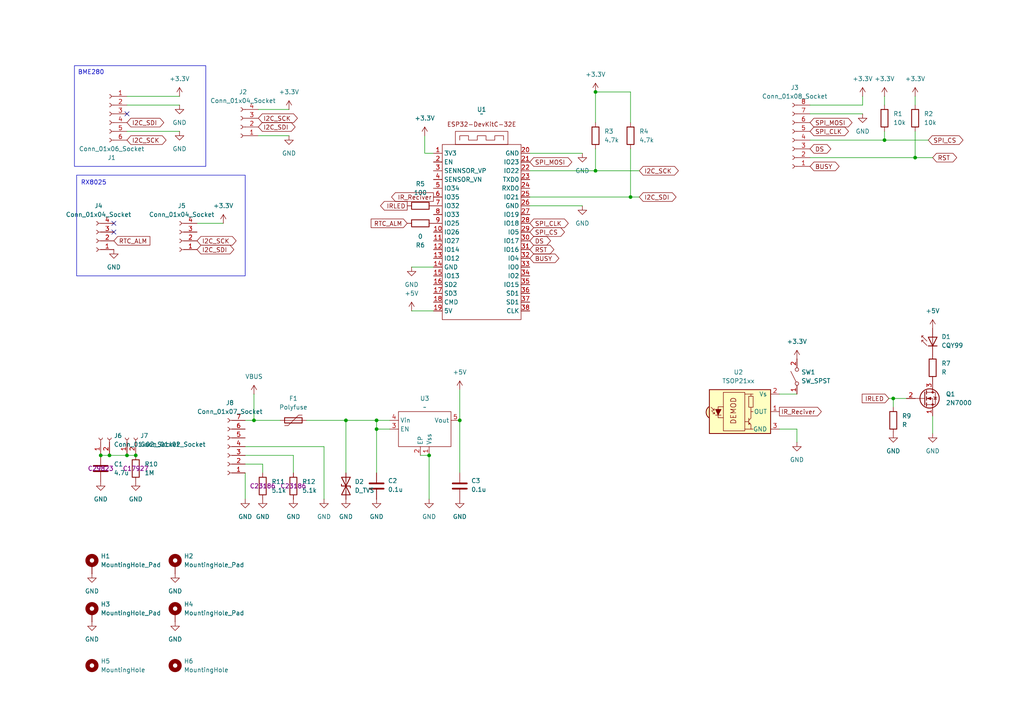
<source format=kicad_sch>
(kicad_sch
	(version 20250114)
	(generator "eeschema")
	(generator_version "9.0")
	(uuid "fec8324c-9160-4e65-9bb4-ed12fb6c25bf")
	(paper "A4")
	(title_block
		(date "2025-11-20")
		(rev "0.2.0")
	)
	(lib_symbols
		(symbol "Connector:Conn_01x02_Socket"
			(pin_names
				(offset 1.016)
				(hide yes)
			)
			(exclude_from_sim no)
			(in_bom yes)
			(on_board yes)
			(property "Reference" "J"
				(at 0 2.54 0)
				(effects
					(font
						(size 1.27 1.27)
					)
				)
			)
			(property "Value" "Conn_01x02_Socket"
				(at 0 -5.08 0)
				(effects
					(font
						(size 1.27 1.27)
					)
				)
			)
			(property "Footprint" ""
				(at 0 0 0)
				(effects
					(font
						(size 1.27 1.27)
					)
					(hide yes)
				)
			)
			(property "Datasheet" "~"
				(at 0 0 0)
				(effects
					(font
						(size 1.27 1.27)
					)
					(hide yes)
				)
			)
			(property "Description" "Generic connector, single row, 01x02, script generated"
				(at 0 0 0)
				(effects
					(font
						(size 1.27 1.27)
					)
					(hide yes)
				)
			)
			(property "ki_locked" ""
				(at 0 0 0)
				(effects
					(font
						(size 1.27 1.27)
					)
				)
			)
			(property "ki_keywords" "connector"
				(at 0 0 0)
				(effects
					(font
						(size 1.27 1.27)
					)
					(hide yes)
				)
			)
			(property "ki_fp_filters" "Connector*:*_1x??_*"
				(at 0 0 0)
				(effects
					(font
						(size 1.27 1.27)
					)
					(hide yes)
				)
			)
			(symbol "Conn_01x02_Socket_1_1"
				(polyline
					(pts
						(xy -1.27 0) (xy -0.508 0)
					)
					(stroke
						(width 0.1524)
						(type default)
					)
					(fill
						(type none)
					)
				)
				(polyline
					(pts
						(xy -1.27 -2.54) (xy -0.508 -2.54)
					)
					(stroke
						(width 0.1524)
						(type default)
					)
					(fill
						(type none)
					)
				)
				(arc
					(start 0 -0.508)
					(mid -0.5058 0)
					(end 0 0.508)
					(stroke
						(width 0.1524)
						(type default)
					)
					(fill
						(type none)
					)
				)
				(arc
					(start 0 -3.048)
					(mid -0.5058 -2.54)
					(end 0 -2.032)
					(stroke
						(width 0.1524)
						(type default)
					)
					(fill
						(type none)
					)
				)
				(pin passive line
					(at -5.08 0 0)
					(length 3.81)
					(name "Pin_1"
						(effects
							(font
								(size 1.27 1.27)
							)
						)
					)
					(number "1"
						(effects
							(font
								(size 1.27 1.27)
							)
						)
					)
				)
				(pin passive line
					(at -5.08 -2.54 0)
					(length 3.81)
					(name "Pin_2"
						(effects
							(font
								(size 1.27 1.27)
							)
						)
					)
					(number "2"
						(effects
							(font
								(size 1.27 1.27)
							)
						)
					)
				)
			)
			(embedded_fonts no)
		)
		(symbol "Connector:Conn_01x04_Socket"
			(pin_names
				(offset 1.016)
				(hide yes)
			)
			(exclude_from_sim no)
			(in_bom yes)
			(on_board yes)
			(property "Reference" "J"
				(at 0 5.08 0)
				(effects
					(font
						(size 1.27 1.27)
					)
				)
			)
			(property "Value" "Conn_01x04_Socket"
				(at 0 -7.62 0)
				(effects
					(font
						(size 1.27 1.27)
					)
				)
			)
			(property "Footprint" ""
				(at 0 0 0)
				(effects
					(font
						(size 1.27 1.27)
					)
					(hide yes)
				)
			)
			(property "Datasheet" "~"
				(at 0 0 0)
				(effects
					(font
						(size 1.27 1.27)
					)
					(hide yes)
				)
			)
			(property "Description" "Generic connector, single row, 01x04, script generated"
				(at 0 0 0)
				(effects
					(font
						(size 1.27 1.27)
					)
					(hide yes)
				)
			)
			(property "ki_locked" ""
				(at 0 0 0)
				(effects
					(font
						(size 1.27 1.27)
					)
				)
			)
			(property "ki_keywords" "connector"
				(at 0 0 0)
				(effects
					(font
						(size 1.27 1.27)
					)
					(hide yes)
				)
			)
			(property "ki_fp_filters" "Connector*:*_1x??_*"
				(at 0 0 0)
				(effects
					(font
						(size 1.27 1.27)
					)
					(hide yes)
				)
			)
			(symbol "Conn_01x04_Socket_1_1"
				(polyline
					(pts
						(xy -1.27 2.54) (xy -0.508 2.54)
					)
					(stroke
						(width 0.1524)
						(type default)
					)
					(fill
						(type none)
					)
				)
				(polyline
					(pts
						(xy -1.27 0) (xy -0.508 0)
					)
					(stroke
						(width 0.1524)
						(type default)
					)
					(fill
						(type none)
					)
				)
				(polyline
					(pts
						(xy -1.27 -2.54) (xy -0.508 -2.54)
					)
					(stroke
						(width 0.1524)
						(type default)
					)
					(fill
						(type none)
					)
				)
				(polyline
					(pts
						(xy -1.27 -5.08) (xy -0.508 -5.08)
					)
					(stroke
						(width 0.1524)
						(type default)
					)
					(fill
						(type none)
					)
				)
				(arc
					(start 0 2.032)
					(mid -0.5058 2.54)
					(end 0 3.048)
					(stroke
						(width 0.1524)
						(type default)
					)
					(fill
						(type none)
					)
				)
				(arc
					(start 0 -0.508)
					(mid -0.5058 0)
					(end 0 0.508)
					(stroke
						(width 0.1524)
						(type default)
					)
					(fill
						(type none)
					)
				)
				(arc
					(start 0 -3.048)
					(mid -0.5058 -2.54)
					(end 0 -2.032)
					(stroke
						(width 0.1524)
						(type default)
					)
					(fill
						(type none)
					)
				)
				(arc
					(start 0 -5.588)
					(mid -0.5058 -5.08)
					(end 0 -4.572)
					(stroke
						(width 0.1524)
						(type default)
					)
					(fill
						(type none)
					)
				)
				(pin passive line
					(at -5.08 2.54 0)
					(length 3.81)
					(name "Pin_1"
						(effects
							(font
								(size 1.27 1.27)
							)
						)
					)
					(number "1"
						(effects
							(font
								(size 1.27 1.27)
							)
						)
					)
				)
				(pin passive line
					(at -5.08 0 0)
					(length 3.81)
					(name "Pin_2"
						(effects
							(font
								(size 1.27 1.27)
							)
						)
					)
					(number "2"
						(effects
							(font
								(size 1.27 1.27)
							)
						)
					)
				)
				(pin passive line
					(at -5.08 -2.54 0)
					(length 3.81)
					(name "Pin_3"
						(effects
							(font
								(size 1.27 1.27)
							)
						)
					)
					(number "3"
						(effects
							(font
								(size 1.27 1.27)
							)
						)
					)
				)
				(pin passive line
					(at -5.08 -5.08 0)
					(length 3.81)
					(name "Pin_4"
						(effects
							(font
								(size 1.27 1.27)
							)
						)
					)
					(number "4"
						(effects
							(font
								(size 1.27 1.27)
							)
						)
					)
				)
			)
			(embedded_fonts no)
		)
		(symbol "Connector:Conn_01x06_Socket"
			(pin_names
				(offset 1.016)
				(hide yes)
			)
			(exclude_from_sim no)
			(in_bom yes)
			(on_board yes)
			(property "Reference" "J"
				(at 0 7.62 0)
				(effects
					(font
						(size 1.27 1.27)
					)
				)
			)
			(property "Value" "Conn_01x06_Socket"
				(at 0 -10.16 0)
				(effects
					(font
						(size 1.27 1.27)
					)
				)
			)
			(property "Footprint" ""
				(at 0 0 0)
				(effects
					(font
						(size 1.27 1.27)
					)
					(hide yes)
				)
			)
			(property "Datasheet" "~"
				(at 0 0 0)
				(effects
					(font
						(size 1.27 1.27)
					)
					(hide yes)
				)
			)
			(property "Description" "Generic connector, single row, 01x06, script generated"
				(at 0 0 0)
				(effects
					(font
						(size 1.27 1.27)
					)
					(hide yes)
				)
			)
			(property "ki_locked" ""
				(at 0 0 0)
				(effects
					(font
						(size 1.27 1.27)
					)
				)
			)
			(property "ki_keywords" "connector"
				(at 0 0 0)
				(effects
					(font
						(size 1.27 1.27)
					)
					(hide yes)
				)
			)
			(property "ki_fp_filters" "Connector*:*_1x??_*"
				(at 0 0 0)
				(effects
					(font
						(size 1.27 1.27)
					)
					(hide yes)
				)
			)
			(symbol "Conn_01x06_Socket_1_1"
				(polyline
					(pts
						(xy -1.27 5.08) (xy -0.508 5.08)
					)
					(stroke
						(width 0.1524)
						(type default)
					)
					(fill
						(type none)
					)
				)
				(polyline
					(pts
						(xy -1.27 2.54) (xy -0.508 2.54)
					)
					(stroke
						(width 0.1524)
						(type default)
					)
					(fill
						(type none)
					)
				)
				(polyline
					(pts
						(xy -1.27 0) (xy -0.508 0)
					)
					(stroke
						(width 0.1524)
						(type default)
					)
					(fill
						(type none)
					)
				)
				(polyline
					(pts
						(xy -1.27 -2.54) (xy -0.508 -2.54)
					)
					(stroke
						(width 0.1524)
						(type default)
					)
					(fill
						(type none)
					)
				)
				(polyline
					(pts
						(xy -1.27 -5.08) (xy -0.508 -5.08)
					)
					(stroke
						(width 0.1524)
						(type default)
					)
					(fill
						(type none)
					)
				)
				(polyline
					(pts
						(xy -1.27 -7.62) (xy -0.508 -7.62)
					)
					(stroke
						(width 0.1524)
						(type default)
					)
					(fill
						(type none)
					)
				)
				(arc
					(start 0 4.572)
					(mid -0.5058 5.08)
					(end 0 5.588)
					(stroke
						(width 0.1524)
						(type default)
					)
					(fill
						(type none)
					)
				)
				(arc
					(start 0 2.032)
					(mid -0.5058 2.54)
					(end 0 3.048)
					(stroke
						(width 0.1524)
						(type default)
					)
					(fill
						(type none)
					)
				)
				(arc
					(start 0 -0.508)
					(mid -0.5058 0)
					(end 0 0.508)
					(stroke
						(width 0.1524)
						(type default)
					)
					(fill
						(type none)
					)
				)
				(arc
					(start 0 -3.048)
					(mid -0.5058 -2.54)
					(end 0 -2.032)
					(stroke
						(width 0.1524)
						(type default)
					)
					(fill
						(type none)
					)
				)
				(arc
					(start 0 -5.588)
					(mid -0.5058 -5.08)
					(end 0 -4.572)
					(stroke
						(width 0.1524)
						(type default)
					)
					(fill
						(type none)
					)
				)
				(arc
					(start 0 -8.128)
					(mid -0.5058 -7.62)
					(end 0 -7.112)
					(stroke
						(width 0.1524)
						(type default)
					)
					(fill
						(type none)
					)
				)
				(pin passive line
					(at -5.08 5.08 0)
					(length 3.81)
					(name "Pin_1"
						(effects
							(font
								(size 1.27 1.27)
							)
						)
					)
					(number "1"
						(effects
							(font
								(size 1.27 1.27)
							)
						)
					)
				)
				(pin passive line
					(at -5.08 2.54 0)
					(length 3.81)
					(name "Pin_2"
						(effects
							(font
								(size 1.27 1.27)
							)
						)
					)
					(number "2"
						(effects
							(font
								(size 1.27 1.27)
							)
						)
					)
				)
				(pin passive line
					(at -5.08 0 0)
					(length 3.81)
					(name "Pin_3"
						(effects
							(font
								(size 1.27 1.27)
							)
						)
					)
					(number "3"
						(effects
							(font
								(size 1.27 1.27)
							)
						)
					)
				)
				(pin passive line
					(at -5.08 -2.54 0)
					(length 3.81)
					(name "Pin_4"
						(effects
							(font
								(size 1.27 1.27)
							)
						)
					)
					(number "4"
						(effects
							(font
								(size 1.27 1.27)
							)
						)
					)
				)
				(pin passive line
					(at -5.08 -5.08 0)
					(length 3.81)
					(name "Pin_5"
						(effects
							(font
								(size 1.27 1.27)
							)
						)
					)
					(number "5"
						(effects
							(font
								(size 1.27 1.27)
							)
						)
					)
				)
				(pin passive line
					(at -5.08 -7.62 0)
					(length 3.81)
					(name "Pin_6"
						(effects
							(font
								(size 1.27 1.27)
							)
						)
					)
					(number "6"
						(effects
							(font
								(size 1.27 1.27)
							)
						)
					)
				)
			)
			(embedded_fonts no)
		)
		(symbol "Connector:Conn_01x07_Socket"
			(pin_names
				(offset 1.016)
				(hide yes)
			)
			(exclude_from_sim no)
			(in_bom yes)
			(on_board yes)
			(property "Reference" "J"
				(at 0 10.16 0)
				(effects
					(font
						(size 1.27 1.27)
					)
				)
			)
			(property "Value" "Conn_01x07_Socket"
				(at 0 -10.16 0)
				(effects
					(font
						(size 1.27 1.27)
					)
				)
			)
			(property "Footprint" ""
				(at 0 0 0)
				(effects
					(font
						(size 1.27 1.27)
					)
					(hide yes)
				)
			)
			(property "Datasheet" "~"
				(at 0 0 0)
				(effects
					(font
						(size 1.27 1.27)
					)
					(hide yes)
				)
			)
			(property "Description" "Generic connector, single row, 01x07, script generated"
				(at 0 0 0)
				(effects
					(font
						(size 1.27 1.27)
					)
					(hide yes)
				)
			)
			(property "ki_locked" ""
				(at 0 0 0)
				(effects
					(font
						(size 1.27 1.27)
					)
				)
			)
			(property "ki_keywords" "connector"
				(at 0 0 0)
				(effects
					(font
						(size 1.27 1.27)
					)
					(hide yes)
				)
			)
			(property "ki_fp_filters" "Connector*:*_1x??_*"
				(at 0 0 0)
				(effects
					(font
						(size 1.27 1.27)
					)
					(hide yes)
				)
			)
			(symbol "Conn_01x07_Socket_1_1"
				(polyline
					(pts
						(xy -1.27 7.62) (xy -0.508 7.62)
					)
					(stroke
						(width 0.1524)
						(type default)
					)
					(fill
						(type none)
					)
				)
				(polyline
					(pts
						(xy -1.27 5.08) (xy -0.508 5.08)
					)
					(stroke
						(width 0.1524)
						(type default)
					)
					(fill
						(type none)
					)
				)
				(polyline
					(pts
						(xy -1.27 2.54) (xy -0.508 2.54)
					)
					(stroke
						(width 0.1524)
						(type default)
					)
					(fill
						(type none)
					)
				)
				(polyline
					(pts
						(xy -1.27 0) (xy -0.508 0)
					)
					(stroke
						(width 0.1524)
						(type default)
					)
					(fill
						(type none)
					)
				)
				(polyline
					(pts
						(xy -1.27 -2.54) (xy -0.508 -2.54)
					)
					(stroke
						(width 0.1524)
						(type default)
					)
					(fill
						(type none)
					)
				)
				(polyline
					(pts
						(xy -1.27 -5.08) (xy -0.508 -5.08)
					)
					(stroke
						(width 0.1524)
						(type default)
					)
					(fill
						(type none)
					)
				)
				(polyline
					(pts
						(xy -1.27 -7.62) (xy -0.508 -7.62)
					)
					(stroke
						(width 0.1524)
						(type default)
					)
					(fill
						(type none)
					)
				)
				(arc
					(start 0 7.112)
					(mid -0.5058 7.62)
					(end 0 8.128)
					(stroke
						(width 0.1524)
						(type default)
					)
					(fill
						(type none)
					)
				)
				(arc
					(start 0 4.572)
					(mid -0.5058 5.08)
					(end 0 5.588)
					(stroke
						(width 0.1524)
						(type default)
					)
					(fill
						(type none)
					)
				)
				(arc
					(start 0 2.032)
					(mid -0.5058 2.54)
					(end 0 3.048)
					(stroke
						(width 0.1524)
						(type default)
					)
					(fill
						(type none)
					)
				)
				(arc
					(start 0 -0.508)
					(mid -0.5058 0)
					(end 0 0.508)
					(stroke
						(width 0.1524)
						(type default)
					)
					(fill
						(type none)
					)
				)
				(arc
					(start 0 -3.048)
					(mid -0.5058 -2.54)
					(end 0 -2.032)
					(stroke
						(width 0.1524)
						(type default)
					)
					(fill
						(type none)
					)
				)
				(arc
					(start 0 -5.588)
					(mid -0.5058 -5.08)
					(end 0 -4.572)
					(stroke
						(width 0.1524)
						(type default)
					)
					(fill
						(type none)
					)
				)
				(arc
					(start 0 -8.128)
					(mid -0.5058 -7.62)
					(end 0 -7.112)
					(stroke
						(width 0.1524)
						(type default)
					)
					(fill
						(type none)
					)
				)
				(pin passive line
					(at -5.08 7.62 0)
					(length 3.81)
					(name "Pin_1"
						(effects
							(font
								(size 1.27 1.27)
							)
						)
					)
					(number "1"
						(effects
							(font
								(size 1.27 1.27)
							)
						)
					)
				)
				(pin passive line
					(at -5.08 5.08 0)
					(length 3.81)
					(name "Pin_2"
						(effects
							(font
								(size 1.27 1.27)
							)
						)
					)
					(number "2"
						(effects
							(font
								(size 1.27 1.27)
							)
						)
					)
				)
				(pin passive line
					(at -5.08 2.54 0)
					(length 3.81)
					(name "Pin_3"
						(effects
							(font
								(size 1.27 1.27)
							)
						)
					)
					(number "3"
						(effects
							(font
								(size 1.27 1.27)
							)
						)
					)
				)
				(pin passive line
					(at -5.08 0 0)
					(length 3.81)
					(name "Pin_4"
						(effects
							(font
								(size 1.27 1.27)
							)
						)
					)
					(number "4"
						(effects
							(font
								(size 1.27 1.27)
							)
						)
					)
				)
				(pin passive line
					(at -5.08 -2.54 0)
					(length 3.81)
					(name "Pin_5"
						(effects
							(font
								(size 1.27 1.27)
							)
						)
					)
					(number "5"
						(effects
							(font
								(size 1.27 1.27)
							)
						)
					)
				)
				(pin passive line
					(at -5.08 -5.08 0)
					(length 3.81)
					(name "Pin_6"
						(effects
							(font
								(size 1.27 1.27)
							)
						)
					)
					(number "6"
						(effects
							(font
								(size 1.27 1.27)
							)
						)
					)
				)
				(pin passive line
					(at -5.08 -7.62 0)
					(length 3.81)
					(name "Pin_7"
						(effects
							(font
								(size 1.27 1.27)
							)
						)
					)
					(number "7"
						(effects
							(font
								(size 1.27 1.27)
							)
						)
					)
				)
			)
			(embedded_fonts no)
		)
		(symbol "Connector:Conn_01x08_Socket"
			(pin_names
				(offset 1.016)
				(hide yes)
			)
			(exclude_from_sim no)
			(in_bom yes)
			(on_board yes)
			(property "Reference" "J"
				(at 0 10.16 0)
				(effects
					(font
						(size 1.27 1.27)
					)
				)
			)
			(property "Value" "Conn_01x08_Socket"
				(at 0 -12.7 0)
				(effects
					(font
						(size 1.27 1.27)
					)
				)
			)
			(property "Footprint" ""
				(at 0 0 0)
				(effects
					(font
						(size 1.27 1.27)
					)
					(hide yes)
				)
			)
			(property "Datasheet" "~"
				(at 0 0 0)
				(effects
					(font
						(size 1.27 1.27)
					)
					(hide yes)
				)
			)
			(property "Description" "Generic connector, single row, 01x08, script generated"
				(at 0 0 0)
				(effects
					(font
						(size 1.27 1.27)
					)
					(hide yes)
				)
			)
			(property "ki_locked" ""
				(at 0 0 0)
				(effects
					(font
						(size 1.27 1.27)
					)
				)
			)
			(property "ki_keywords" "connector"
				(at 0 0 0)
				(effects
					(font
						(size 1.27 1.27)
					)
					(hide yes)
				)
			)
			(property "ki_fp_filters" "Connector*:*_1x??_*"
				(at 0 0 0)
				(effects
					(font
						(size 1.27 1.27)
					)
					(hide yes)
				)
			)
			(symbol "Conn_01x08_Socket_1_1"
				(polyline
					(pts
						(xy -1.27 7.62) (xy -0.508 7.62)
					)
					(stroke
						(width 0.1524)
						(type default)
					)
					(fill
						(type none)
					)
				)
				(polyline
					(pts
						(xy -1.27 5.08) (xy -0.508 5.08)
					)
					(stroke
						(width 0.1524)
						(type default)
					)
					(fill
						(type none)
					)
				)
				(polyline
					(pts
						(xy -1.27 2.54) (xy -0.508 2.54)
					)
					(stroke
						(width 0.1524)
						(type default)
					)
					(fill
						(type none)
					)
				)
				(polyline
					(pts
						(xy -1.27 0) (xy -0.508 0)
					)
					(stroke
						(width 0.1524)
						(type default)
					)
					(fill
						(type none)
					)
				)
				(polyline
					(pts
						(xy -1.27 -2.54) (xy -0.508 -2.54)
					)
					(stroke
						(width 0.1524)
						(type default)
					)
					(fill
						(type none)
					)
				)
				(polyline
					(pts
						(xy -1.27 -5.08) (xy -0.508 -5.08)
					)
					(stroke
						(width 0.1524)
						(type default)
					)
					(fill
						(type none)
					)
				)
				(polyline
					(pts
						(xy -1.27 -7.62) (xy -0.508 -7.62)
					)
					(stroke
						(width 0.1524)
						(type default)
					)
					(fill
						(type none)
					)
				)
				(polyline
					(pts
						(xy -1.27 -10.16) (xy -0.508 -10.16)
					)
					(stroke
						(width 0.1524)
						(type default)
					)
					(fill
						(type none)
					)
				)
				(arc
					(start 0 7.112)
					(mid -0.5058 7.62)
					(end 0 8.128)
					(stroke
						(width 0.1524)
						(type default)
					)
					(fill
						(type none)
					)
				)
				(arc
					(start 0 4.572)
					(mid -0.5058 5.08)
					(end 0 5.588)
					(stroke
						(width 0.1524)
						(type default)
					)
					(fill
						(type none)
					)
				)
				(arc
					(start 0 2.032)
					(mid -0.5058 2.54)
					(end 0 3.048)
					(stroke
						(width 0.1524)
						(type default)
					)
					(fill
						(type none)
					)
				)
				(arc
					(start 0 -0.508)
					(mid -0.5058 0)
					(end 0 0.508)
					(stroke
						(width 0.1524)
						(type default)
					)
					(fill
						(type none)
					)
				)
				(arc
					(start 0 -3.048)
					(mid -0.5058 -2.54)
					(end 0 -2.032)
					(stroke
						(width 0.1524)
						(type default)
					)
					(fill
						(type none)
					)
				)
				(arc
					(start 0 -5.588)
					(mid -0.5058 -5.08)
					(end 0 -4.572)
					(stroke
						(width 0.1524)
						(type default)
					)
					(fill
						(type none)
					)
				)
				(arc
					(start 0 -8.128)
					(mid -0.5058 -7.62)
					(end 0 -7.112)
					(stroke
						(width 0.1524)
						(type default)
					)
					(fill
						(type none)
					)
				)
				(arc
					(start 0 -10.668)
					(mid -0.5058 -10.16)
					(end 0 -9.652)
					(stroke
						(width 0.1524)
						(type default)
					)
					(fill
						(type none)
					)
				)
				(pin passive line
					(at -5.08 7.62 0)
					(length 3.81)
					(name "Pin_1"
						(effects
							(font
								(size 1.27 1.27)
							)
						)
					)
					(number "1"
						(effects
							(font
								(size 1.27 1.27)
							)
						)
					)
				)
				(pin passive line
					(at -5.08 5.08 0)
					(length 3.81)
					(name "Pin_2"
						(effects
							(font
								(size 1.27 1.27)
							)
						)
					)
					(number "2"
						(effects
							(font
								(size 1.27 1.27)
							)
						)
					)
				)
				(pin passive line
					(at -5.08 2.54 0)
					(length 3.81)
					(name "Pin_3"
						(effects
							(font
								(size 1.27 1.27)
							)
						)
					)
					(number "3"
						(effects
							(font
								(size 1.27 1.27)
							)
						)
					)
				)
				(pin passive line
					(at -5.08 0 0)
					(length 3.81)
					(name "Pin_4"
						(effects
							(font
								(size 1.27 1.27)
							)
						)
					)
					(number "4"
						(effects
							(font
								(size 1.27 1.27)
							)
						)
					)
				)
				(pin passive line
					(at -5.08 -2.54 0)
					(length 3.81)
					(name "Pin_5"
						(effects
							(font
								(size 1.27 1.27)
							)
						)
					)
					(number "5"
						(effects
							(font
								(size 1.27 1.27)
							)
						)
					)
				)
				(pin passive line
					(at -5.08 -5.08 0)
					(length 3.81)
					(name "Pin_6"
						(effects
							(font
								(size 1.27 1.27)
							)
						)
					)
					(number "6"
						(effects
							(font
								(size 1.27 1.27)
							)
						)
					)
				)
				(pin passive line
					(at -5.08 -7.62 0)
					(length 3.81)
					(name "Pin_7"
						(effects
							(font
								(size 1.27 1.27)
							)
						)
					)
					(number "7"
						(effects
							(font
								(size 1.27 1.27)
							)
						)
					)
				)
				(pin passive line
					(at -5.08 -10.16 0)
					(length 3.81)
					(name "Pin_8"
						(effects
							(font
								(size 1.27 1.27)
							)
						)
					)
					(number "8"
						(effects
							(font
								(size 1.27 1.27)
							)
						)
					)
				)
			)
			(embedded_fonts no)
		)
		(symbol "Device:C"
			(pin_numbers
				(hide yes)
			)
			(pin_names
				(offset 0.254)
			)
			(exclude_from_sim no)
			(in_bom yes)
			(on_board yes)
			(property "Reference" "C"
				(at 0.635 2.54 0)
				(effects
					(font
						(size 1.27 1.27)
					)
					(justify left)
				)
			)
			(property "Value" "C"
				(at 0.635 -2.54 0)
				(effects
					(font
						(size 1.27 1.27)
					)
					(justify left)
				)
			)
			(property "Footprint" ""
				(at 0.9652 -3.81 0)
				(effects
					(font
						(size 1.27 1.27)
					)
					(hide yes)
				)
			)
			(property "Datasheet" "~"
				(at 0 0 0)
				(effects
					(font
						(size 1.27 1.27)
					)
					(hide yes)
				)
			)
			(property "Description" "Unpolarized capacitor"
				(at 0 0 0)
				(effects
					(font
						(size 1.27 1.27)
					)
					(hide yes)
				)
			)
			(property "ki_keywords" "cap capacitor"
				(at 0 0 0)
				(effects
					(font
						(size 1.27 1.27)
					)
					(hide yes)
				)
			)
			(property "ki_fp_filters" "C_*"
				(at 0 0 0)
				(effects
					(font
						(size 1.27 1.27)
					)
					(hide yes)
				)
			)
			(symbol "C_0_1"
				(polyline
					(pts
						(xy -2.032 0.762) (xy 2.032 0.762)
					)
					(stroke
						(width 0.508)
						(type default)
					)
					(fill
						(type none)
					)
				)
				(polyline
					(pts
						(xy -2.032 -0.762) (xy 2.032 -0.762)
					)
					(stroke
						(width 0.508)
						(type default)
					)
					(fill
						(type none)
					)
				)
			)
			(symbol "C_1_1"
				(pin passive line
					(at 0 3.81 270)
					(length 2.794)
					(name "~"
						(effects
							(font
								(size 1.27 1.27)
							)
						)
					)
					(number "1"
						(effects
							(font
								(size 1.27 1.27)
							)
						)
					)
				)
				(pin passive line
					(at 0 -3.81 90)
					(length 2.794)
					(name "~"
						(effects
							(font
								(size 1.27 1.27)
							)
						)
					)
					(number "2"
						(effects
							(font
								(size 1.27 1.27)
							)
						)
					)
				)
			)
			(embedded_fonts no)
		)
		(symbol "Device:D_TVS"
			(pin_numbers
				(hide yes)
			)
			(pin_names
				(offset 1.016)
				(hide yes)
			)
			(exclude_from_sim no)
			(in_bom yes)
			(on_board yes)
			(property "Reference" "D"
				(at 0 2.54 0)
				(effects
					(font
						(size 1.27 1.27)
					)
				)
			)
			(property "Value" "D_TVS"
				(at 0 -2.54 0)
				(effects
					(font
						(size 1.27 1.27)
					)
				)
			)
			(property "Footprint" ""
				(at 0 0 0)
				(effects
					(font
						(size 1.27 1.27)
					)
					(hide yes)
				)
			)
			(property "Datasheet" "~"
				(at 0 0 0)
				(effects
					(font
						(size 1.27 1.27)
					)
					(hide yes)
				)
			)
			(property "Description" "Bidirectional transient-voltage-suppression diode"
				(at 0 0 0)
				(effects
					(font
						(size 1.27 1.27)
					)
					(hide yes)
				)
			)
			(property "ki_keywords" "diode TVS thyrector"
				(at 0 0 0)
				(effects
					(font
						(size 1.27 1.27)
					)
					(hide yes)
				)
			)
			(property "ki_fp_filters" "TO-???* *_Diode_* *SingleDiode* D_*"
				(at 0 0 0)
				(effects
					(font
						(size 1.27 1.27)
					)
					(hide yes)
				)
			)
			(symbol "D_TVS_0_1"
				(polyline
					(pts
						(xy -2.54 1.27) (xy -2.54 -1.27) (xy 2.54 1.27) (xy 2.54 -1.27) (xy -2.54 1.27)
					)
					(stroke
						(width 0.254)
						(type default)
					)
					(fill
						(type none)
					)
				)
				(polyline
					(pts
						(xy 0.508 1.27) (xy 0 1.27) (xy 0 -1.27) (xy -0.508 -1.27)
					)
					(stroke
						(width 0.254)
						(type default)
					)
					(fill
						(type none)
					)
				)
				(polyline
					(pts
						(xy 1.27 0) (xy -1.27 0)
					)
					(stroke
						(width 0)
						(type default)
					)
					(fill
						(type none)
					)
				)
			)
			(symbol "D_TVS_1_1"
				(pin passive line
					(at -3.81 0 0)
					(length 2.54)
					(name "A1"
						(effects
							(font
								(size 1.27 1.27)
							)
						)
					)
					(number "1"
						(effects
							(font
								(size 1.27 1.27)
							)
						)
					)
				)
				(pin passive line
					(at 3.81 0 180)
					(length 2.54)
					(name "A2"
						(effects
							(font
								(size 1.27 1.27)
							)
						)
					)
					(number "2"
						(effects
							(font
								(size 1.27 1.27)
							)
						)
					)
				)
			)
			(embedded_fonts no)
		)
		(symbol "Device:Polyfuse"
			(pin_numbers
				(hide yes)
			)
			(pin_names
				(offset 0)
			)
			(exclude_from_sim no)
			(in_bom yes)
			(on_board yes)
			(property "Reference" "F"
				(at -2.54 0 90)
				(effects
					(font
						(size 1.27 1.27)
					)
				)
			)
			(property "Value" "Polyfuse"
				(at 2.54 0 90)
				(effects
					(font
						(size 1.27 1.27)
					)
				)
			)
			(property "Footprint" ""
				(at 1.27 -5.08 0)
				(effects
					(font
						(size 1.27 1.27)
					)
					(justify left)
					(hide yes)
				)
			)
			(property "Datasheet" "~"
				(at 0 0 0)
				(effects
					(font
						(size 1.27 1.27)
					)
					(hide yes)
				)
			)
			(property "Description" "Resettable fuse, polymeric positive temperature coefficient"
				(at 0 0 0)
				(effects
					(font
						(size 1.27 1.27)
					)
					(hide yes)
				)
			)
			(property "ki_keywords" "resettable fuse PTC PPTC polyfuse polyswitch"
				(at 0 0 0)
				(effects
					(font
						(size 1.27 1.27)
					)
					(hide yes)
				)
			)
			(property "ki_fp_filters" "*polyfuse* *PTC*"
				(at 0 0 0)
				(effects
					(font
						(size 1.27 1.27)
					)
					(hide yes)
				)
			)
			(symbol "Polyfuse_0_1"
				(polyline
					(pts
						(xy -1.524 2.54) (xy -1.524 1.524) (xy 1.524 -1.524) (xy 1.524 -2.54)
					)
					(stroke
						(width 0)
						(type default)
					)
					(fill
						(type none)
					)
				)
				(rectangle
					(start -0.762 2.54)
					(end 0.762 -2.54)
					(stroke
						(width 0.254)
						(type default)
					)
					(fill
						(type none)
					)
				)
				(polyline
					(pts
						(xy 0 2.54) (xy 0 -2.54)
					)
					(stroke
						(width 0)
						(type default)
					)
					(fill
						(type none)
					)
				)
			)
			(symbol "Polyfuse_1_1"
				(pin passive line
					(at 0 3.81 270)
					(length 1.27)
					(name "~"
						(effects
							(font
								(size 1.27 1.27)
							)
						)
					)
					(number "1"
						(effects
							(font
								(size 1.27 1.27)
							)
						)
					)
				)
				(pin passive line
					(at 0 -3.81 90)
					(length 1.27)
					(name "~"
						(effects
							(font
								(size 1.27 1.27)
							)
						)
					)
					(number "2"
						(effects
							(font
								(size 1.27 1.27)
							)
						)
					)
				)
			)
			(embedded_fonts no)
		)
		(symbol "Device:R"
			(pin_numbers
				(hide yes)
			)
			(pin_names
				(offset 0)
			)
			(exclude_from_sim no)
			(in_bom yes)
			(on_board yes)
			(property "Reference" "R"
				(at 2.032 0 90)
				(effects
					(font
						(size 1.27 1.27)
					)
				)
			)
			(property "Value" "R"
				(at 0 0 90)
				(effects
					(font
						(size 1.27 1.27)
					)
				)
			)
			(property "Footprint" ""
				(at -1.778 0 90)
				(effects
					(font
						(size 1.27 1.27)
					)
					(hide yes)
				)
			)
			(property "Datasheet" "~"
				(at 0 0 0)
				(effects
					(font
						(size 1.27 1.27)
					)
					(hide yes)
				)
			)
			(property "Description" "Resistor"
				(at 0 0 0)
				(effects
					(font
						(size 1.27 1.27)
					)
					(hide yes)
				)
			)
			(property "ki_keywords" "R res resistor"
				(at 0 0 0)
				(effects
					(font
						(size 1.27 1.27)
					)
					(hide yes)
				)
			)
			(property "ki_fp_filters" "R_*"
				(at 0 0 0)
				(effects
					(font
						(size 1.27 1.27)
					)
					(hide yes)
				)
			)
			(symbol "R_0_1"
				(rectangle
					(start -1.016 -2.54)
					(end 1.016 2.54)
					(stroke
						(width 0.254)
						(type default)
					)
					(fill
						(type none)
					)
				)
			)
			(symbol "R_1_1"
				(pin passive line
					(at 0 3.81 270)
					(length 1.27)
					(name "~"
						(effects
							(font
								(size 1.27 1.27)
							)
						)
					)
					(number "1"
						(effects
							(font
								(size 1.27 1.27)
							)
						)
					)
				)
				(pin passive line
					(at 0 -3.81 90)
					(length 1.27)
					(name "~"
						(effects
							(font
								(size 1.27 1.27)
							)
						)
					)
					(number "2"
						(effects
							(font
								(size 1.27 1.27)
							)
						)
					)
				)
			)
			(embedded_fonts no)
		)
		(symbol "Interface_Optical:TSOP21xx"
			(pin_names
				(offset 1.016)
			)
			(exclude_from_sim no)
			(in_bom yes)
			(on_board yes)
			(property "Reference" "U"
				(at -10.16 7.62 0)
				(effects
					(font
						(size 1.27 1.27)
					)
					(justify left)
				)
			)
			(property "Value" "TSOP21xx"
				(at -10.16 -7.62 0)
				(effects
					(font
						(size 1.27 1.27)
					)
					(justify left)
				)
			)
			(property "Footprint" "OptoDevice:Vishay_MOLD-3Pin"
				(at -1.27 -9.525 0)
				(effects
					(font
						(size 1.27 1.27)
					)
					(hide yes)
				)
			)
			(property "Datasheet" "http://www.vishay.com/docs/82460/tsop45.pdf"
				(at 16.51 7.62 0)
				(effects
					(font
						(size 1.27 1.27)
					)
					(hide yes)
				)
			)
			(property "Description" "IR Receiver Modules for Remote Control Systems"
				(at 0 0 0)
				(effects
					(font
						(size 1.27 1.27)
					)
					(hide yes)
				)
			)
			(property "ki_keywords" "opto IR receiver"
				(at 0 0 0)
				(effects
					(font
						(size 1.27 1.27)
					)
					(hide yes)
				)
			)
			(property "ki_fp_filters" "Vishay*MOLD*"
				(at 0 0 0)
				(effects
					(font
						(size 1.27 1.27)
					)
					(hide yes)
				)
			)
			(symbol "TSOP21xx_0_0"
				(arc
					(start -10.287 -1.778)
					(mid -11.0899 -0.1905)
					(end -10.287 1.397)
					(stroke
						(width 0.254)
						(type default)
					)
					(fill
						(type background)
					)
				)
				(polyline
					(pts
						(xy 1.905 5.08) (xy 0.127 5.08)
					)
					(stroke
						(width 0)
						(type default)
					)
					(fill
						(type none)
					)
				)
				(polyline
					(pts
						(xy 1.905 -5.08) (xy 0.127 -5.08)
					)
					(stroke
						(width 0)
						(type default)
					)
					(fill
						(type none)
					)
				)
				(text "DEMOD"
					(at -3.175 0.254 900)
					(effects
						(font
							(size 1.524 1.524)
						)
					)
				)
			)
			(symbol "TSOP21xx_0_1"
				(polyline
					(pts
						(xy -8.763 0.381) (xy -9.652 1.27)
					)
					(stroke
						(width 0)
						(type default)
					)
					(fill
						(type none)
					)
				)
				(polyline
					(pts
						(xy -8.763 0.381) (xy -9.271 0.381)
					)
					(stroke
						(width 0)
						(type default)
					)
					(fill
						(type none)
					)
				)
				(polyline
					(pts
						(xy -8.763 0.381) (xy -8.763 0.889)
					)
					(stroke
						(width 0)
						(type default)
					)
					(fill
						(type none)
					)
				)
				(polyline
					(pts
						(xy -8.636 -0.635) (xy -9.525 0.254)
					)
					(stroke
						(width 0)
						(type default)
					)
					(fill
						(type none)
					)
				)
				(polyline
					(pts
						(xy -8.636 -0.635) (xy -9.144 -0.635)
					)
					(stroke
						(width 0)
						(type default)
					)
					(fill
						(type none)
					)
				)
				(polyline
					(pts
						(xy -8.636 -0.635) (xy -8.636 -0.127)
					)
					(stroke
						(width 0)
						(type default)
					)
					(fill
						(type none)
					)
				)
				(polyline
					(pts
						(xy -8.382 0.635) (xy -6.731 0.635) (xy -7.62 -1.016) (xy -8.382 0.635)
					)
					(stroke
						(width 0)
						(type default)
					)
					(fill
						(type outline)
					)
				)
				(polyline
					(pts
						(xy -8.382 -1.016) (xy -6.731 -1.016)
					)
					(stroke
						(width 0)
						(type default)
					)
					(fill
						(type none)
					)
				)
				(rectangle
					(start -6.096 5.588)
					(end 0.127 -5.588)
					(stroke
						(width 0)
						(type default)
					)
					(fill
						(type none)
					)
				)
				(polyline
					(pts
						(xy -6.096 1.397) (xy -7.62 1.397) (xy -7.62 -1.778) (xy -6.096 -1.778)
					)
					(stroke
						(width 0)
						(type default)
					)
					(fill
						(type none)
					)
				)
				(polyline
					(pts
						(xy 1.27 -1.905) (xy 1.27 -3.81)
					)
					(stroke
						(width 0)
						(type default)
					)
					(fill
						(type none)
					)
				)
				(polyline
					(pts
						(xy 1.27 -2.54) (xy 1.905 -1.905) (xy 1.905 0) (xy 2.54 0)
					)
					(stroke
						(width 0)
						(type default)
					)
					(fill
						(type none)
					)
				)
				(polyline
					(pts
						(xy 1.27 -2.921) (xy 0.127 -2.921)
					)
					(stroke
						(width 0)
						(type default)
					)
					(fill
						(type none)
					)
				)
				(polyline
					(pts
						(xy 1.27 -3.175) (xy 1.905 -3.81) (xy 1.905 -5.08) (xy 2.54 -5.08)
					)
					(stroke
						(width 0)
						(type default)
					)
					(fill
						(type none)
					)
				)
				(polyline
					(pts
						(xy 1.397 -3.556) (xy 1.524 -3.556)
					)
					(stroke
						(width 0)
						(type default)
					)
					(fill
						(type none)
					)
				)
				(polyline
					(pts
						(xy 1.651 -3.556) (xy 1.524 -3.556)
					)
					(stroke
						(width 0)
						(type default)
					)
					(fill
						(type none)
					)
				)
				(polyline
					(pts
						(xy 1.651 -3.556) (xy 1.651 -3.302)
					)
					(stroke
						(width 0)
						(type default)
					)
					(fill
						(type none)
					)
				)
				(polyline
					(pts
						(xy 1.905 4.445) (xy 1.905 5.08) (xy 2.54 5.08)
					)
					(stroke
						(width 0)
						(type default)
					)
					(fill
						(type none)
					)
				)
				(polyline
					(pts
						(xy 1.905 0) (xy 1.905 1.27)
					)
					(stroke
						(width 0)
						(type default)
					)
					(fill
						(type none)
					)
				)
				(rectangle
					(start 2.54 1.27)
					(end 1.27 4.445)
					(stroke
						(width 0)
						(type default)
					)
					(fill
						(type none)
					)
				)
				(rectangle
					(start 7.62 6.35)
					(end -10.16 -6.35)
					(stroke
						(width 0.254)
						(type default)
					)
					(fill
						(type background)
					)
				)
			)
			(symbol "TSOP21xx_1_1"
				(pin power_in line
					(at 10.16 5.08 180)
					(length 2.54)
					(name "Vs"
						(effects
							(font
								(size 1.27 1.27)
							)
						)
					)
					(number "2"
						(effects
							(font
								(size 1.27 1.27)
							)
						)
					)
				)
				(pin output line
					(at 10.16 0 180)
					(length 2.54)
					(name "OUT"
						(effects
							(font
								(size 1.27 1.27)
							)
						)
					)
					(number "1"
						(effects
							(font
								(size 1.27 1.27)
							)
						)
					)
				)
				(pin power_in line
					(at 10.16 -5.08 180)
					(length 2.54)
					(name "GND"
						(effects
							(font
								(size 1.27 1.27)
							)
						)
					)
					(number "3"
						(effects
							(font
								(size 1.27 1.27)
							)
						)
					)
				)
			)
			(embedded_fonts no)
		)
		(symbol "LED:CQY99"
			(pin_numbers
				(hide yes)
			)
			(pin_names
				(offset 1.016)
				(hide yes)
			)
			(exclude_from_sim no)
			(in_bom yes)
			(on_board yes)
			(property "Reference" "D"
				(at 0.508 1.778 0)
				(effects
					(font
						(size 1.27 1.27)
					)
					(justify left)
				)
			)
			(property "Value" "CQY99"
				(at -1.016 -2.794 0)
				(effects
					(font
						(size 1.27 1.27)
					)
				)
			)
			(property "Footprint" "LED_THT:LED_D5.0mm_IRGrey"
				(at 0 4.445 0)
				(effects
					(font
						(size 1.27 1.27)
					)
					(hide yes)
				)
			)
			(property "Datasheet" "https://www.prtice.info/IMG/pdf/CQY99.pdf"
				(at -1.27 0 0)
				(effects
					(font
						(size 1.27 1.27)
					)
					(hide yes)
				)
			)
			(property "Description" "950nm IR-LED, 5mm"
				(at 0 0 0)
				(effects
					(font
						(size 1.27 1.27)
					)
					(hide yes)
				)
			)
			(property "ki_keywords" "IR LED"
				(at 0 0 0)
				(effects
					(font
						(size 1.27 1.27)
					)
					(hide yes)
				)
			)
			(property "ki_fp_filters" "LED*5.0mm*IRGrey*"
				(at 0 0 0)
				(effects
					(font
						(size 1.27 1.27)
					)
					(hide yes)
				)
			)
			(symbol "CQY99_0_1"
				(polyline
					(pts
						(xy -2.54 1.27) (xy -2.54 -1.27)
					)
					(stroke
						(width 0.254)
						(type default)
					)
					(fill
						(type none)
					)
				)
				(polyline
					(pts
						(xy -2.413 1.651) (xy -0.889 3.175) (xy -0.889 2.667) (xy -0.889 3.175) (xy -1.397 3.175)
					)
					(stroke
						(width 0)
						(type default)
					)
					(fill
						(type none)
					)
				)
				(polyline
					(pts
						(xy -1.143 1.651) (xy 0.381 3.175) (xy 0.381 2.667)
					)
					(stroke
						(width 0)
						(type default)
					)
					(fill
						(type none)
					)
				)
				(polyline
					(pts
						(xy 0 0) (xy -2.54 0)
					)
					(stroke
						(width 0)
						(type default)
					)
					(fill
						(type none)
					)
				)
				(polyline
					(pts
						(xy 0 -1.27) (xy -2.54 0) (xy 0 1.27) (xy 0 -1.27)
					)
					(stroke
						(width 0.254)
						(type default)
					)
					(fill
						(type none)
					)
				)
				(polyline
					(pts
						(xy 0.381 3.175) (xy -0.127 3.175)
					)
					(stroke
						(width 0)
						(type default)
					)
					(fill
						(type none)
					)
				)
			)
			(symbol "CQY99_1_1"
				(pin passive line
					(at -5.08 0 0)
					(length 2.54)
					(name "K"
						(effects
							(font
								(size 1.27 1.27)
							)
						)
					)
					(number "1"
						(effects
							(font
								(size 1.27 1.27)
							)
						)
					)
				)
				(pin passive line
					(at 2.54 0 180)
					(length 2.54)
					(name "A"
						(effects
							(font
								(size 1.27 1.27)
							)
						)
					)
					(number "2"
						(effects
							(font
								(size 1.27 1.27)
							)
						)
					)
				)
			)
			(embedded_fonts no)
		)
		(symbol "Mechanical:MountingHole"
			(pin_names
				(offset 1.016)
			)
			(exclude_from_sim yes)
			(in_bom no)
			(on_board yes)
			(property "Reference" "H"
				(at 0 5.08 0)
				(effects
					(font
						(size 1.27 1.27)
					)
				)
			)
			(property "Value" "MountingHole"
				(at 0 3.175 0)
				(effects
					(font
						(size 1.27 1.27)
					)
				)
			)
			(property "Footprint" ""
				(at 0 0 0)
				(effects
					(font
						(size 1.27 1.27)
					)
					(hide yes)
				)
			)
			(property "Datasheet" "~"
				(at 0 0 0)
				(effects
					(font
						(size 1.27 1.27)
					)
					(hide yes)
				)
			)
			(property "Description" "Mounting Hole without connection"
				(at 0 0 0)
				(effects
					(font
						(size 1.27 1.27)
					)
					(hide yes)
				)
			)
			(property "ki_keywords" "mounting hole"
				(at 0 0 0)
				(effects
					(font
						(size 1.27 1.27)
					)
					(hide yes)
				)
			)
			(property "ki_fp_filters" "MountingHole*"
				(at 0 0 0)
				(effects
					(font
						(size 1.27 1.27)
					)
					(hide yes)
				)
			)
			(symbol "MountingHole_0_1"
				(circle
					(center 0 0)
					(radius 1.27)
					(stroke
						(width 1.27)
						(type default)
					)
					(fill
						(type none)
					)
				)
			)
			(embedded_fonts no)
		)
		(symbol "Mechanical:MountingHole_Pad"
			(pin_numbers
				(hide yes)
			)
			(pin_names
				(offset 1.016)
				(hide yes)
			)
			(exclude_from_sim yes)
			(in_bom no)
			(on_board yes)
			(property "Reference" "H"
				(at 0 6.35 0)
				(effects
					(font
						(size 1.27 1.27)
					)
				)
			)
			(property "Value" "MountingHole_Pad"
				(at 0 4.445 0)
				(effects
					(font
						(size 1.27 1.27)
					)
				)
			)
			(property "Footprint" ""
				(at 0 0 0)
				(effects
					(font
						(size 1.27 1.27)
					)
					(hide yes)
				)
			)
			(property "Datasheet" "~"
				(at 0 0 0)
				(effects
					(font
						(size 1.27 1.27)
					)
					(hide yes)
				)
			)
			(property "Description" "Mounting Hole with connection"
				(at 0 0 0)
				(effects
					(font
						(size 1.27 1.27)
					)
					(hide yes)
				)
			)
			(property "ki_keywords" "mounting hole"
				(at 0 0 0)
				(effects
					(font
						(size 1.27 1.27)
					)
					(hide yes)
				)
			)
			(property "ki_fp_filters" "MountingHole*Pad*"
				(at 0 0 0)
				(effects
					(font
						(size 1.27 1.27)
					)
					(hide yes)
				)
			)
			(symbol "MountingHole_Pad_0_1"
				(circle
					(center 0 1.27)
					(radius 1.27)
					(stroke
						(width 1.27)
						(type default)
					)
					(fill
						(type none)
					)
				)
			)
			(symbol "MountingHole_Pad_1_1"
				(pin input line
					(at 0 -2.54 90)
					(length 2.54)
					(name "1"
						(effects
							(font
								(size 1.27 1.27)
							)
						)
					)
					(number "1"
						(effects
							(font
								(size 1.27 1.27)
							)
						)
					)
				)
			)
			(embedded_fonts no)
		)
		(symbol "Switch:SW_SPST"
			(pin_names
				(offset 0)
				(hide yes)
			)
			(exclude_from_sim no)
			(in_bom yes)
			(on_board yes)
			(property "Reference" "SW"
				(at 0 3.175 0)
				(effects
					(font
						(size 1.27 1.27)
					)
				)
			)
			(property "Value" "SW_SPST"
				(at 0 -2.54 0)
				(effects
					(font
						(size 1.27 1.27)
					)
				)
			)
			(property "Footprint" ""
				(at 0 0 0)
				(effects
					(font
						(size 1.27 1.27)
					)
					(hide yes)
				)
			)
			(property "Datasheet" "~"
				(at 0 0 0)
				(effects
					(font
						(size 1.27 1.27)
					)
					(hide yes)
				)
			)
			(property "Description" "Single Pole Single Throw (SPST) switch"
				(at 0 0 0)
				(effects
					(font
						(size 1.27 1.27)
					)
					(hide yes)
				)
			)
			(property "ki_keywords" "switch lever"
				(at 0 0 0)
				(effects
					(font
						(size 1.27 1.27)
					)
					(hide yes)
				)
			)
			(symbol "SW_SPST_0_0"
				(circle
					(center -2.032 0)
					(radius 0.508)
					(stroke
						(width 0)
						(type default)
					)
					(fill
						(type none)
					)
				)
				(polyline
					(pts
						(xy -1.524 0.254) (xy 1.524 1.778)
					)
					(stroke
						(width 0)
						(type default)
					)
					(fill
						(type none)
					)
				)
				(circle
					(center 2.032 0)
					(radius 0.508)
					(stroke
						(width 0)
						(type default)
					)
					(fill
						(type none)
					)
				)
			)
			(symbol "SW_SPST_1_1"
				(pin passive line
					(at -5.08 0 0)
					(length 2.54)
					(name "A"
						(effects
							(font
								(size 1.27 1.27)
							)
						)
					)
					(number "1"
						(effects
							(font
								(size 1.27 1.27)
							)
						)
					)
				)
				(pin passive line
					(at 5.08 0 180)
					(length 2.54)
					(name "B"
						(effects
							(font
								(size 1.27 1.27)
							)
						)
					)
					(number "2"
						(effects
							(font
								(size 1.27 1.27)
							)
						)
					)
				)
			)
			(embedded_fonts no)
		)
		(symbol "Transistor_FET:2N7000"
			(pin_names
				(hide yes)
			)
			(exclude_from_sim no)
			(in_bom yes)
			(on_board yes)
			(property "Reference" "Q"
				(at 5.08 1.905 0)
				(effects
					(font
						(size 1.27 1.27)
					)
					(justify left)
				)
			)
			(property "Value" "2N7000"
				(at 5.08 0 0)
				(effects
					(font
						(size 1.27 1.27)
					)
					(justify left)
				)
			)
			(property "Footprint" "Package_TO_SOT_THT:TO-92_Inline"
				(at 5.08 -1.905 0)
				(effects
					(font
						(size 1.27 1.27)
						(italic yes)
					)
					(justify left)
					(hide yes)
				)
			)
			(property "Datasheet" "https://www.vishay.com/docs/70226/70226.pdf"
				(at 5.08 -3.81 0)
				(effects
					(font
						(size 1.27 1.27)
					)
					(justify left)
					(hide yes)
				)
			)
			(property "Description" "0.2A Id, 200V Vds, N-Channel MOSFET, 2.6V Logic Level, TO-92"
				(at 0 0 0)
				(effects
					(font
						(size 1.27 1.27)
					)
					(hide yes)
				)
			)
			(property "ki_keywords" "N-Channel MOSFET Logic-Level"
				(at 0 0 0)
				(effects
					(font
						(size 1.27 1.27)
					)
					(hide yes)
				)
			)
			(property "ki_fp_filters" "TO?92*"
				(at 0 0 0)
				(effects
					(font
						(size 1.27 1.27)
					)
					(hide yes)
				)
			)
			(symbol "2N7000_0_1"
				(polyline
					(pts
						(xy 0.254 1.905) (xy 0.254 -1.905)
					)
					(stroke
						(width 0.254)
						(type default)
					)
					(fill
						(type none)
					)
				)
				(polyline
					(pts
						(xy 0.254 0) (xy -2.54 0)
					)
					(stroke
						(width 0)
						(type default)
					)
					(fill
						(type none)
					)
				)
				(polyline
					(pts
						(xy 0.762 2.286) (xy 0.762 1.27)
					)
					(stroke
						(width 0.254)
						(type default)
					)
					(fill
						(type none)
					)
				)
				(polyline
					(pts
						(xy 0.762 0.508) (xy 0.762 -0.508)
					)
					(stroke
						(width 0.254)
						(type default)
					)
					(fill
						(type none)
					)
				)
				(polyline
					(pts
						(xy 0.762 -1.27) (xy 0.762 -2.286)
					)
					(stroke
						(width 0.254)
						(type default)
					)
					(fill
						(type none)
					)
				)
				(polyline
					(pts
						(xy 0.762 -1.778) (xy 3.302 -1.778) (xy 3.302 1.778) (xy 0.762 1.778)
					)
					(stroke
						(width 0)
						(type default)
					)
					(fill
						(type none)
					)
				)
				(polyline
					(pts
						(xy 1.016 0) (xy 2.032 0.381) (xy 2.032 -0.381) (xy 1.016 0)
					)
					(stroke
						(width 0)
						(type default)
					)
					(fill
						(type outline)
					)
				)
				(circle
					(center 1.651 0)
					(radius 2.794)
					(stroke
						(width 0.254)
						(type default)
					)
					(fill
						(type none)
					)
				)
				(polyline
					(pts
						(xy 2.54 2.54) (xy 2.54 1.778)
					)
					(stroke
						(width 0)
						(type default)
					)
					(fill
						(type none)
					)
				)
				(circle
					(center 2.54 1.778)
					(radius 0.254)
					(stroke
						(width 0)
						(type default)
					)
					(fill
						(type outline)
					)
				)
				(circle
					(center 2.54 -1.778)
					(radius 0.254)
					(stroke
						(width 0)
						(type default)
					)
					(fill
						(type outline)
					)
				)
				(polyline
					(pts
						(xy 2.54 -2.54) (xy 2.54 0) (xy 0.762 0)
					)
					(stroke
						(width 0)
						(type default)
					)
					(fill
						(type none)
					)
				)
				(polyline
					(pts
						(xy 2.794 0.508) (xy 2.921 0.381) (xy 3.683 0.381) (xy 3.81 0.254)
					)
					(stroke
						(width 0)
						(type default)
					)
					(fill
						(type none)
					)
				)
				(polyline
					(pts
						(xy 3.302 0.381) (xy 2.921 -0.254) (xy 3.683 -0.254) (xy 3.302 0.381)
					)
					(stroke
						(width 0)
						(type default)
					)
					(fill
						(type none)
					)
				)
			)
			(symbol "2N7000_1_1"
				(pin input line
					(at -5.08 0 0)
					(length 2.54)
					(name "G"
						(effects
							(font
								(size 1.27 1.27)
							)
						)
					)
					(number "2"
						(effects
							(font
								(size 1.27 1.27)
							)
						)
					)
				)
				(pin passive line
					(at 2.54 5.08 270)
					(length 2.54)
					(name "D"
						(effects
							(font
								(size 1.27 1.27)
							)
						)
					)
					(number "3"
						(effects
							(font
								(size 1.27 1.27)
							)
						)
					)
				)
				(pin passive line
					(at 2.54 -5.08 90)
					(length 2.54)
					(name "S"
						(effects
							(font
								(size 1.27 1.27)
							)
						)
					)
					(number "1"
						(effects
							(font
								(size 1.27 1.27)
							)
						)
					)
				)
			)
			(embedded_fonts no)
		)
		(symbol "fuyuaice:ESP32-DevKitC-32E"
			(exclude_from_sim no)
			(in_bom yes)
			(on_board yes)
			(property "Reference" "U"
				(at 0 35.306 0)
				(effects
					(font
						(size 1.27 1.27)
					)
				)
			)
			(property "Value" ""
				(at -6.35 10.16 0)
				(effects
					(font
						(size 1.27 1.27)
					)
				)
			)
			(property "Footprint" ""
				(at -6.35 10.16 0)
				(effects
					(font
						(size 1.27 1.27)
					)
					(hide yes)
				)
			)
			(property "Datasheet" ""
				(at -6.35 10.16 0)
				(effects
					(font
						(size 1.27 1.27)
					)
					(hide yes)
				)
			)
			(property "Description" ""
				(at -6.35 10.16 0)
				(effects
					(font
						(size 1.27 1.27)
					)
					(hide yes)
				)
			)
			(symbol "ESP32-DevKitC-32E_0_1"
				(rectangle
					(start -11.43 26.67)
					(end 11.43 -24.13)
					(stroke
						(width 0)
						(type default)
					)
					(fill
						(type none)
					)
				)
				(rectangle
					(start -7.62 30.48)
					(end 7.62 26.67)
					(stroke
						(width 0)
						(type default)
					)
					(fill
						(type none)
					)
				)
				(polyline
					(pts
						(xy -6.35 27.94) (xy -6.35 29.21) (xy -3.81 29.21) (xy -3.81 27.94) (xy -1.27 27.94) (xy -1.27 29.21)
						(xy 1.27 29.21) (xy 1.27 27.94) (xy 3.81 27.94) (xy 3.81 29.21) (xy 6.35 29.21) (xy 6.35 27.94)
					)
					(stroke
						(width 0)
						(type default)
					)
					(fill
						(type none)
					)
				)
			)
			(symbol "ESP32-DevKitC-32E_1_1"
				(text "ESP32-DevKitC-32E"
					(at 0 32.512 0)
					(effects
						(font
							(size 1.27 1.27)
						)
					)
				)
				(pin power_in line
					(at -13.97 24.13 0)
					(length 2.54)
					(name "3V3"
						(effects
							(font
								(size 1.27 1.27)
							)
						)
					)
					(number "1"
						(effects
							(font
								(size 1.27 1.27)
							)
						)
					)
				)
				(pin input line
					(at -13.97 21.59 0)
					(length 2.54)
					(name "EN"
						(effects
							(font
								(size 1.27 1.27)
							)
						)
					)
					(number "2"
						(effects
							(font
								(size 1.27 1.27)
							)
						)
					)
				)
				(pin input line
					(at -13.97 19.05 0)
					(length 2.54)
					(name "SENNSOR_VP"
						(effects
							(font
								(size 1.27 1.27)
							)
						)
					)
					(number "3"
						(effects
							(font
								(size 1.27 1.27)
							)
						)
					)
				)
				(pin input line
					(at -13.97 16.51 0)
					(length 2.54)
					(name "SENSOR_VN"
						(effects
							(font
								(size 1.27 1.27)
							)
						)
					)
					(number "4"
						(effects
							(font
								(size 1.27 1.27)
							)
						)
					)
				)
				(pin bidirectional line
					(at -13.97 13.97 0)
					(length 2.54)
					(name "IO34"
						(effects
							(font
								(size 1.27 1.27)
							)
						)
					)
					(number "5"
						(effects
							(font
								(size 1.27 1.27)
							)
						)
					)
				)
				(pin bidirectional line
					(at -13.97 11.43 0)
					(length 2.54)
					(name "IO35"
						(effects
							(font
								(size 1.27 1.27)
							)
						)
					)
					(number "6"
						(effects
							(font
								(size 1.27 1.27)
							)
						)
					)
				)
				(pin bidirectional line
					(at -13.97 8.89 0)
					(length 2.54)
					(name "IO32"
						(effects
							(font
								(size 1.27 1.27)
							)
						)
					)
					(number "7"
						(effects
							(font
								(size 1.27 1.27)
							)
						)
					)
				)
				(pin bidirectional line
					(at -13.97 6.35 0)
					(length 2.54)
					(name "IO33"
						(effects
							(font
								(size 1.27 1.27)
							)
						)
					)
					(number "8"
						(effects
							(font
								(size 1.27 1.27)
							)
						)
					)
				)
				(pin bidirectional line
					(at -13.97 3.81 0)
					(length 2.54)
					(name "IO25"
						(effects
							(font
								(size 1.27 1.27)
							)
						)
					)
					(number "9"
						(effects
							(font
								(size 1.27 1.27)
							)
						)
					)
				)
				(pin bidirectional line
					(at -13.97 1.27 0)
					(length 2.54)
					(name "IO26"
						(effects
							(font
								(size 1.27 1.27)
							)
						)
					)
					(number "10"
						(effects
							(font
								(size 1.27 1.27)
							)
						)
					)
				)
				(pin bidirectional line
					(at -13.97 -1.27 0)
					(length 2.54)
					(name "IO27"
						(effects
							(font
								(size 1.27 1.27)
							)
						)
					)
					(number "11"
						(effects
							(font
								(size 1.27 1.27)
							)
						)
					)
				)
				(pin bidirectional line
					(at -13.97 -3.81 0)
					(length 2.54)
					(name "IO14"
						(effects
							(font
								(size 1.27 1.27)
							)
						)
					)
					(number "12"
						(effects
							(font
								(size 1.27 1.27)
							)
						)
					)
				)
				(pin bidirectional line
					(at -13.97 -6.35 0)
					(length 2.54)
					(name "IO12"
						(effects
							(font
								(size 1.27 1.27)
							)
						)
					)
					(number "13"
						(effects
							(font
								(size 1.27 1.27)
							)
						)
					)
				)
				(pin power_in line
					(at -13.97 -8.89 0)
					(length 2.54)
					(name "GND"
						(effects
							(font
								(size 1.27 1.27)
							)
						)
					)
					(number "14"
						(effects
							(font
								(size 1.27 1.27)
							)
						)
					)
				)
				(pin bidirectional line
					(at -13.97 -11.43 0)
					(length 2.54)
					(name "IO13"
						(effects
							(font
								(size 1.27 1.27)
							)
						)
					)
					(number "15"
						(effects
							(font
								(size 1.27 1.27)
							)
						)
					)
				)
				(pin bidirectional line
					(at -13.97 -13.97 0)
					(length 2.54)
					(name "SD2"
						(effects
							(font
								(size 1.27 1.27)
							)
						)
					)
					(number "16"
						(effects
							(font
								(size 1.27 1.27)
							)
						)
					)
				)
				(pin bidirectional line
					(at -13.97 -16.51 0)
					(length 2.54)
					(name "SD3"
						(effects
							(font
								(size 1.27 1.27)
							)
						)
					)
					(number "17"
						(effects
							(font
								(size 1.27 1.27)
							)
						)
					)
				)
				(pin bidirectional line
					(at -13.97 -19.05 0)
					(length 2.54)
					(name "CMD"
						(effects
							(font
								(size 1.27 1.27)
							)
						)
					)
					(number "18"
						(effects
							(font
								(size 1.27 1.27)
							)
						)
					)
				)
				(pin bidirectional line
					(at -13.97 -21.59 0)
					(length 2.54)
					(name "5V"
						(effects
							(font
								(size 1.27 1.27)
							)
						)
					)
					(number "19"
						(effects
							(font
								(size 1.27 1.27)
							)
						)
					)
				)
				(pin power_in line
					(at 13.97 24.13 180)
					(length 2.54)
					(name "GND"
						(effects
							(font
								(size 1.27 1.27)
							)
						)
					)
					(number "20"
						(effects
							(font
								(size 1.27 1.27)
							)
						)
					)
				)
				(pin bidirectional line
					(at 13.97 21.59 180)
					(length 2.54)
					(name "IO23"
						(effects
							(font
								(size 1.27 1.27)
							)
						)
					)
					(number "21"
						(effects
							(font
								(size 1.27 1.27)
							)
						)
					)
				)
				(pin bidirectional line
					(at 13.97 19.05 180)
					(length 2.54)
					(name "IO22"
						(effects
							(font
								(size 1.27 1.27)
							)
						)
					)
					(number "22"
						(effects
							(font
								(size 1.27 1.27)
							)
						)
					)
				)
				(pin bidirectional line
					(at 13.97 16.51 180)
					(length 2.54)
					(name "TXD0"
						(effects
							(font
								(size 1.27 1.27)
							)
						)
					)
					(number "23"
						(effects
							(font
								(size 1.27 1.27)
							)
						)
					)
				)
				(pin bidirectional line
					(at 13.97 13.97 180)
					(length 2.54)
					(name "RXD0"
						(effects
							(font
								(size 1.27 1.27)
							)
						)
					)
					(number "24"
						(effects
							(font
								(size 1.27 1.27)
							)
						)
					)
				)
				(pin bidirectional line
					(at 13.97 11.43 180)
					(length 2.54)
					(name "IO21"
						(effects
							(font
								(size 1.27 1.27)
							)
						)
					)
					(number "25"
						(effects
							(font
								(size 1.27 1.27)
							)
						)
					)
				)
				(pin power_in line
					(at 13.97 8.89 180)
					(length 2.54)
					(name "GND"
						(effects
							(font
								(size 1.27 1.27)
							)
						)
					)
					(number "26"
						(effects
							(font
								(size 1.27 1.27)
							)
						)
					)
				)
				(pin bidirectional line
					(at 13.97 6.35 180)
					(length 2.54)
					(name "IO19"
						(effects
							(font
								(size 1.27 1.27)
							)
						)
					)
					(number "27"
						(effects
							(font
								(size 1.27 1.27)
							)
						)
					)
				)
				(pin bidirectional line
					(at 13.97 3.81 180)
					(length 2.54)
					(name "IO18"
						(effects
							(font
								(size 1.27 1.27)
							)
						)
					)
					(number "28"
						(effects
							(font
								(size 1.27 1.27)
							)
						)
					)
				)
				(pin bidirectional line
					(at 13.97 1.27 180)
					(length 2.54)
					(name "IO5"
						(effects
							(font
								(size 1.27 1.27)
							)
						)
					)
					(number "29"
						(effects
							(font
								(size 1.27 1.27)
							)
						)
					)
				)
				(pin bidirectional line
					(at 13.97 -1.27 180)
					(length 2.54)
					(name "IO17"
						(effects
							(font
								(size 1.27 1.27)
							)
						)
					)
					(number "30"
						(effects
							(font
								(size 1.27 1.27)
							)
						)
					)
				)
				(pin bidirectional line
					(at 13.97 -3.81 180)
					(length 2.54)
					(name "IO16"
						(effects
							(font
								(size 1.27 1.27)
							)
						)
					)
					(number "31"
						(effects
							(font
								(size 1.27 1.27)
							)
						)
					)
				)
				(pin bidirectional line
					(at 13.97 -6.35 180)
					(length 2.54)
					(name "IO4"
						(effects
							(font
								(size 1.27 1.27)
							)
						)
					)
					(number "32"
						(effects
							(font
								(size 1.27 1.27)
							)
						)
					)
				)
				(pin bidirectional line
					(at 13.97 -8.89 180)
					(length 2.54)
					(name "IO0"
						(effects
							(font
								(size 1.27 1.27)
							)
						)
					)
					(number "33"
						(effects
							(font
								(size 1.27 1.27)
							)
						)
					)
				)
				(pin bidirectional line
					(at 13.97 -11.43 180)
					(length 2.54)
					(name "IO2"
						(effects
							(font
								(size 1.27 1.27)
							)
						)
					)
					(number "34"
						(effects
							(font
								(size 1.27 1.27)
							)
						)
					)
				)
				(pin bidirectional line
					(at 13.97 -13.97 180)
					(length 2.54)
					(name "IO15"
						(effects
							(font
								(size 1.27 1.27)
							)
						)
					)
					(number "35"
						(effects
							(font
								(size 1.27 1.27)
							)
						)
					)
				)
				(pin bidirectional line
					(at 13.97 -16.51 180)
					(length 2.54)
					(name "SD1"
						(effects
							(font
								(size 1.27 1.27)
							)
						)
					)
					(number "36"
						(effects
							(font
								(size 1.27 1.27)
							)
						)
					)
				)
				(pin bidirectional line
					(at 13.97 -19.05 180)
					(length 2.54)
					(name "SD1"
						(effects
							(font
								(size 1.27 1.27)
							)
						)
					)
					(number "37"
						(effects
							(font
								(size 1.27 1.27)
							)
						)
					)
				)
				(pin bidirectional line
					(at 13.97 -21.59 180)
					(length 2.54)
					(name "CLK"
						(effects
							(font
								(size 1.27 1.27)
							)
						)
					)
					(number "38"
						(effects
							(font
								(size 1.27 1.27)
							)
						)
					)
				)
			)
			(embedded_fonts no)
		)
		(symbol "fuyuaice:XC8114"
			(exclude_from_sim no)
			(in_bom yes)
			(on_board yes)
			(property "Reference" "U"
				(at 0 0 0)
				(effects
					(font
						(size 1.27 1.27)
					)
				)
			)
			(property "Value" ""
				(at 0 0 0)
				(effects
					(font
						(size 1.27 1.27)
					)
				)
			)
			(property "Footprint" ""
				(at 0 0 0)
				(effects
					(font
						(size 1.27 1.27)
					)
					(hide yes)
				)
			)
			(property "Datasheet" ""
				(at 0 0 0)
				(effects
					(font
						(size 1.27 1.27)
					)
					(hide yes)
				)
			)
			(property "Description" ""
				(at 0 0 0)
				(effects
					(font
						(size 1.27 1.27)
					)
					(hide yes)
				)
			)
			(symbol "XC8114_0_1"
				(rectangle
					(start -7.62 15.24)
					(end 7.62 5.08)
					(stroke
						(width 0)
						(type default)
					)
					(fill
						(type none)
					)
				)
			)
			(symbol "XC8114_1_1"
				(pin input line
					(at -10.16 12.7 0)
					(length 2.54)
					(name "Vin"
						(effects
							(font
								(size 1.27 1.27)
							)
						)
					)
					(number "4"
						(effects
							(font
								(size 1.27 1.27)
							)
						)
					)
				)
				(pin input line
					(at -10.16 10.16 0)
					(length 2.54)
					(name "EN"
						(effects
							(font
								(size 1.27 1.27)
							)
						)
					)
					(number "3"
						(effects
							(font
								(size 1.27 1.27)
							)
						)
					)
				)
				(pin input line
					(at -1.27 2.54 90)
					(length 2.54)
					(name "EP"
						(effects
							(font
								(size 1.27 1.27)
							)
						)
					)
					(number "2"
						(effects
							(font
								(size 1.27 1.27)
							)
						)
					)
				)
				(pin input line
					(at 1.27 2.54 90)
					(length 2.54)
					(name "Vss"
						(effects
							(font
								(size 1.27 1.27)
							)
						)
					)
					(number "1"
						(effects
							(font
								(size 1.27 1.27)
							)
						)
					)
				)
				(pin input line
					(at 10.16 12.7 180)
					(length 2.54)
					(name "Vout"
						(effects
							(font
								(size 1.27 1.27)
							)
						)
					)
					(number "5"
						(effects
							(font
								(size 1.27 1.27)
							)
						)
					)
				)
			)
			(embedded_fonts no)
		)
		(symbol "power:+3.3V"
			(power)
			(pin_numbers
				(hide yes)
			)
			(pin_names
				(offset 0)
				(hide yes)
			)
			(exclude_from_sim no)
			(in_bom yes)
			(on_board yes)
			(property "Reference" "#PWR"
				(at 0 -3.81 0)
				(effects
					(font
						(size 1.27 1.27)
					)
					(hide yes)
				)
			)
			(property "Value" "+3.3V"
				(at 0 3.556 0)
				(effects
					(font
						(size 1.27 1.27)
					)
				)
			)
			(property "Footprint" ""
				(at 0 0 0)
				(effects
					(font
						(size 1.27 1.27)
					)
					(hide yes)
				)
			)
			(property "Datasheet" ""
				(at 0 0 0)
				(effects
					(font
						(size 1.27 1.27)
					)
					(hide yes)
				)
			)
			(property "Description" "Power symbol creates a global label with name \"+3.3V\""
				(at 0 0 0)
				(effects
					(font
						(size 1.27 1.27)
					)
					(hide yes)
				)
			)
			(property "ki_keywords" "global power"
				(at 0 0 0)
				(effects
					(font
						(size 1.27 1.27)
					)
					(hide yes)
				)
			)
			(symbol "+3.3V_0_1"
				(polyline
					(pts
						(xy -0.762 1.27) (xy 0 2.54)
					)
					(stroke
						(width 0)
						(type default)
					)
					(fill
						(type none)
					)
				)
				(polyline
					(pts
						(xy 0 2.54) (xy 0.762 1.27)
					)
					(stroke
						(width 0)
						(type default)
					)
					(fill
						(type none)
					)
				)
				(polyline
					(pts
						(xy 0 0) (xy 0 2.54)
					)
					(stroke
						(width 0)
						(type default)
					)
					(fill
						(type none)
					)
				)
			)
			(symbol "+3.3V_1_1"
				(pin power_in line
					(at 0 0 90)
					(length 0)
					(name "~"
						(effects
							(font
								(size 1.27 1.27)
							)
						)
					)
					(number "1"
						(effects
							(font
								(size 1.27 1.27)
							)
						)
					)
				)
			)
			(embedded_fonts no)
		)
		(symbol "power:+5V"
			(power)
			(pin_numbers
				(hide yes)
			)
			(pin_names
				(offset 0)
				(hide yes)
			)
			(exclude_from_sim no)
			(in_bom yes)
			(on_board yes)
			(property "Reference" "#PWR"
				(at 0 -3.81 0)
				(effects
					(font
						(size 1.27 1.27)
					)
					(hide yes)
				)
			)
			(property "Value" "+5V"
				(at 0 3.556 0)
				(effects
					(font
						(size 1.27 1.27)
					)
				)
			)
			(property "Footprint" ""
				(at 0 0 0)
				(effects
					(font
						(size 1.27 1.27)
					)
					(hide yes)
				)
			)
			(property "Datasheet" ""
				(at 0 0 0)
				(effects
					(font
						(size 1.27 1.27)
					)
					(hide yes)
				)
			)
			(property "Description" "Power symbol creates a global label with name \"+5V\""
				(at 0 0 0)
				(effects
					(font
						(size 1.27 1.27)
					)
					(hide yes)
				)
			)
			(property "ki_keywords" "global power"
				(at 0 0 0)
				(effects
					(font
						(size 1.27 1.27)
					)
					(hide yes)
				)
			)
			(symbol "+5V_0_1"
				(polyline
					(pts
						(xy -0.762 1.27) (xy 0 2.54)
					)
					(stroke
						(width 0)
						(type default)
					)
					(fill
						(type none)
					)
				)
				(polyline
					(pts
						(xy 0 2.54) (xy 0.762 1.27)
					)
					(stroke
						(width 0)
						(type default)
					)
					(fill
						(type none)
					)
				)
				(polyline
					(pts
						(xy 0 0) (xy 0 2.54)
					)
					(stroke
						(width 0)
						(type default)
					)
					(fill
						(type none)
					)
				)
			)
			(symbol "+5V_1_1"
				(pin power_in line
					(at 0 0 90)
					(length 0)
					(name "~"
						(effects
							(font
								(size 1.27 1.27)
							)
						)
					)
					(number "1"
						(effects
							(font
								(size 1.27 1.27)
							)
						)
					)
				)
			)
			(embedded_fonts no)
		)
		(symbol "power:GND"
			(power)
			(pin_numbers
				(hide yes)
			)
			(pin_names
				(offset 0)
				(hide yes)
			)
			(exclude_from_sim no)
			(in_bom yes)
			(on_board yes)
			(property "Reference" "#PWR"
				(at 0 -6.35 0)
				(effects
					(font
						(size 1.27 1.27)
					)
					(hide yes)
				)
			)
			(property "Value" "GND"
				(at 0 -3.81 0)
				(effects
					(font
						(size 1.27 1.27)
					)
				)
			)
			(property "Footprint" ""
				(at 0 0 0)
				(effects
					(font
						(size 1.27 1.27)
					)
					(hide yes)
				)
			)
			(property "Datasheet" ""
				(at 0 0 0)
				(effects
					(font
						(size 1.27 1.27)
					)
					(hide yes)
				)
			)
			(property "Description" "Power symbol creates a global label with name \"GND\" , ground"
				(at 0 0 0)
				(effects
					(font
						(size 1.27 1.27)
					)
					(hide yes)
				)
			)
			(property "ki_keywords" "global power"
				(at 0 0 0)
				(effects
					(font
						(size 1.27 1.27)
					)
					(hide yes)
				)
			)
			(symbol "GND_0_1"
				(polyline
					(pts
						(xy 0 0) (xy 0 -1.27) (xy 1.27 -1.27) (xy 0 -2.54) (xy -1.27 -1.27) (xy 0 -1.27)
					)
					(stroke
						(width 0)
						(type default)
					)
					(fill
						(type none)
					)
				)
			)
			(symbol "GND_1_1"
				(pin power_in line
					(at 0 0 270)
					(length 0)
					(name "~"
						(effects
							(font
								(size 1.27 1.27)
							)
						)
					)
					(number "1"
						(effects
							(font
								(size 1.27 1.27)
							)
						)
					)
				)
			)
			(embedded_fonts no)
		)
		(symbol "power:VBUS"
			(power)
			(pin_numbers
				(hide yes)
			)
			(pin_names
				(offset 0)
				(hide yes)
			)
			(exclude_from_sim no)
			(in_bom yes)
			(on_board yes)
			(property "Reference" "#PWR"
				(at 0 -3.81 0)
				(effects
					(font
						(size 1.27 1.27)
					)
					(hide yes)
				)
			)
			(property "Value" "VBUS"
				(at 0 3.556 0)
				(effects
					(font
						(size 1.27 1.27)
					)
				)
			)
			(property "Footprint" ""
				(at 0 0 0)
				(effects
					(font
						(size 1.27 1.27)
					)
					(hide yes)
				)
			)
			(property "Datasheet" ""
				(at 0 0 0)
				(effects
					(font
						(size 1.27 1.27)
					)
					(hide yes)
				)
			)
			(property "Description" "Power symbol creates a global label with name \"VBUS\""
				(at 0 0 0)
				(effects
					(font
						(size 1.27 1.27)
					)
					(hide yes)
				)
			)
			(property "ki_keywords" "global power"
				(at 0 0 0)
				(effects
					(font
						(size 1.27 1.27)
					)
					(hide yes)
				)
			)
			(symbol "VBUS_0_1"
				(polyline
					(pts
						(xy -0.762 1.27) (xy 0 2.54)
					)
					(stroke
						(width 0)
						(type default)
					)
					(fill
						(type none)
					)
				)
				(polyline
					(pts
						(xy 0 2.54) (xy 0.762 1.27)
					)
					(stroke
						(width 0)
						(type default)
					)
					(fill
						(type none)
					)
				)
				(polyline
					(pts
						(xy 0 0) (xy 0 2.54)
					)
					(stroke
						(width 0)
						(type default)
					)
					(fill
						(type none)
					)
				)
			)
			(symbol "VBUS_1_1"
				(pin power_in line
					(at 0 0 90)
					(length 0)
					(name "~"
						(effects
							(font
								(size 1.27 1.27)
							)
						)
					)
					(number "1"
						(effects
							(font
								(size 1.27 1.27)
							)
						)
					)
				)
			)
			(embedded_fonts no)
		)
	)
	(rectangle
		(start 21.59 19.05)
		(end 59.69 48.26)
		(stroke
			(width 0)
			(type default)
		)
		(fill
			(type none)
		)
		(uuid 48349250-938c-4332-9bb1-952e31d0df5e)
	)
	(rectangle
		(start 22.225 50.8)
		(end 71.12 80.01)
		(stroke
			(width 0)
			(type default)
		)
		(fill
			(type none)
		)
		(uuid 9b91b22b-9cd0-41f1-ba02-9eef8d3f9030)
	)
	(text "RX8025"
		(exclude_from_sim no)
		(at 27.178 53.086 0)
		(effects
			(font
				(size 1.27 1.27)
			)
		)
		(uuid "1db8e152-d6fc-4f9c-9aef-bc58a8c77e0b")
	)
	(text "BME280"
		(exclude_from_sim no)
		(at 26.416 21.082 0)
		(effects
			(font
				(size 1.27 1.27)
			)
		)
		(uuid "a35da29a-2165-4f42-919e-5c9900307995")
	)
	(junction
		(at 256.54 40.64)
		(diameter 0)
		(color 0 0 0 0)
		(uuid "05ca8d81-79dd-4c6e-9792-30571bdce282")
	)
	(junction
		(at 73.66 121.92)
		(diameter 0)
		(color 0 0 0 0)
		(uuid "17beae0d-1441-4b35-99bc-90bac2794dbd")
	)
	(junction
		(at 36.83 132.08)
		(diameter 0)
		(color 0 0 0 0)
		(uuid "24b9f001-e61e-4154-85b9-6ac9f1cd0912")
	)
	(junction
		(at 265.43 45.72)
		(diameter 0)
		(color 0 0 0 0)
		(uuid "48c98eec-4d0c-4066-9615-415ed9557a4a")
	)
	(junction
		(at 172.72 49.53)
		(diameter 0)
		(color 0 0 0 0)
		(uuid "571e4db4-5a06-426a-94b8-fc84bae0ed25")
	)
	(junction
		(at 133.35 121.92)
		(diameter 0)
		(color 0 0 0 0)
		(uuid "5e9ff3f6-1467-4cdf-9bd8-968b6e115c44")
	)
	(junction
		(at 100.33 121.92)
		(diameter 0)
		(color 0 0 0 0)
		(uuid "6aaadc11-33f2-44c7-a2b6-cfda7081e22a")
	)
	(junction
		(at 259.08 115.57)
		(diameter 0)
		(color 0 0 0 0)
		(uuid "72cf3cd6-0032-4a4f-8f9d-4fcb4e3133e0")
	)
	(junction
		(at 182.88 57.15)
		(diameter 0)
		(color 0 0 0 0)
		(uuid "786b2d71-b00c-4549-a0b1-355c8dda1641")
	)
	(junction
		(at 109.22 121.92)
		(diameter 0)
		(color 0 0 0 0)
		(uuid "7a2f1780-18c2-4569-93c2-8d1142ac6e9f")
	)
	(junction
		(at 31.75 132.08)
		(diameter 0)
		(color 0 0 0 0)
		(uuid "afd75566-3d28-44c9-aff3-d13658df6f24")
	)
	(junction
		(at 109.22 124.46)
		(diameter 0)
		(color 0 0 0 0)
		(uuid "da1156d9-6e2e-4a53-a526-7b3e4bcd488b")
	)
	(junction
		(at 124.46 132.08)
		(diameter 0)
		(color 0 0 0 0)
		(uuid "e2c31155-1c21-4469-8243-aac4714d8634")
	)
	(junction
		(at 29.21 132.08)
		(diameter 0)
		(color 0 0 0 0)
		(uuid "e4681001-0f69-4fe6-b2a7-ec5b198dcf0c")
	)
	(junction
		(at 39.37 132.08)
		(diameter 0)
		(color 0 0 0 0)
		(uuid "f1b8c705-3ffc-4e04-a588-4342cb62a684")
	)
	(junction
		(at 172.72 26.67)
		(diameter 0)
		(color 0 0 0 0)
		(uuid "f55a901f-eebb-4ab4-ba1e-ebdc298ad363")
	)
	(no_connect
		(at 33.02 64.77)
		(uuid "86c09830-ad62-40ce-b3a3-47077bdf58ac")
	)
	(no_connect
		(at 36.83 33.02)
		(uuid "ab6a035f-fb05-42f6-b410-4ebe1e4c13d8")
	)
	(no_connect
		(at 33.02 67.31)
		(uuid "b3305b0a-b35f-4cdc-b2ae-333211407b1b")
	)
	(wire
		(pts
			(xy 182.88 26.67) (xy 172.72 26.67)
		)
		(stroke
			(width 0)
			(type default)
		)
		(uuid "09b3776c-1856-4e4e-9997-476352148479")
	)
	(wire
		(pts
			(xy 29.21 132.08) (xy 31.75 132.08)
		)
		(stroke
			(width 0)
			(type default)
		)
		(uuid "0cae29fd-7330-4841-b8f8-44fd99e90f14")
	)
	(wire
		(pts
			(xy 83.82 31.75) (xy 74.93 31.75)
		)
		(stroke
			(width 0)
			(type default)
		)
		(uuid "0d16421d-f676-4204-a866-8bf10055a6fc")
	)
	(wire
		(pts
			(xy 71.12 144.78) (xy 71.12 137.16)
		)
		(stroke
			(width 0)
			(type default)
		)
		(uuid "0f86afea-7b8a-43b2-81f5-35186b9bd1ab")
	)
	(wire
		(pts
			(xy 182.88 43.18) (xy 182.88 57.15)
		)
		(stroke
			(width 0)
			(type default)
		)
		(uuid "1a3a9333-dec9-4420-ad50-c5893c684f4e")
	)
	(wire
		(pts
			(xy 76.2 134.62) (xy 71.12 134.62)
		)
		(stroke
			(width 0)
			(type default)
		)
		(uuid "1b3780c2-3af3-4bd6-ba9d-e50cfa634ecc")
	)
	(wire
		(pts
			(xy 73.66 121.92) (xy 81.28 121.92)
		)
		(stroke
			(width 0)
			(type default)
		)
		(uuid "21a86bb1-6300-4e9c-8249-d15d53ba54f6")
	)
	(wire
		(pts
			(xy 182.88 26.67) (xy 182.88 35.56)
		)
		(stroke
			(width 0)
			(type default)
		)
		(uuid "26b14498-5472-4dd6-a7e4-44bd2c864987")
	)
	(wire
		(pts
			(xy 93.98 129.54) (xy 71.12 129.54)
		)
		(stroke
			(width 0)
			(type default)
		)
		(uuid "32c8c97a-d9db-48e4-b854-9f43d049efe1")
	)
	(wire
		(pts
			(xy 100.33 137.16) (xy 100.33 121.92)
		)
		(stroke
			(width 0)
			(type default)
		)
		(uuid "3339a452-3e44-4b0f-a73f-2df1f2408509")
	)
	(wire
		(pts
			(xy 83.82 39.37) (xy 74.93 39.37)
		)
		(stroke
			(width 0)
			(type default)
		)
		(uuid "3392aebe-ede3-4a5f-83f2-df15ae957578")
	)
	(wire
		(pts
			(xy 64.77 64.77) (xy 57.15 64.77)
		)
		(stroke
			(width 0)
			(type default)
		)
		(uuid "45d75d69-fa61-4798-8967-0d08929cd1da")
	)
	(wire
		(pts
			(xy 259.08 115.57) (xy 259.08 118.11)
		)
		(stroke
			(width 0)
			(type default)
		)
		(uuid "482eb512-6658-404c-a608-63e062c5c428")
	)
	(wire
		(pts
			(xy 31.75 132.08) (xy 36.83 132.08)
		)
		(stroke
			(width 0)
			(type default)
		)
		(uuid "4a832993-1c6f-40aa-aece-6cdf5a11960a")
	)
	(wire
		(pts
			(xy 231.14 128.27) (xy 231.14 124.46)
		)
		(stroke
			(width 0)
			(type default)
		)
		(uuid "4b8dd94e-5819-4745-9471-61f96aa9e6b7")
	)
	(wire
		(pts
			(xy 109.22 124.46) (xy 109.22 137.16)
		)
		(stroke
			(width 0)
			(type default)
		)
		(uuid "4c8a1411-4b0d-44e5-98a1-d77a85ed45a1")
	)
	(wire
		(pts
			(xy 109.22 121.92) (xy 109.22 124.46)
		)
		(stroke
			(width 0)
			(type default)
		)
		(uuid "4d20cc3c-187d-4a37-ab9a-c6f45287694b")
	)
	(wire
		(pts
			(xy 36.83 38.1) (xy 52.07 38.1)
		)
		(stroke
			(width 0)
			(type default)
		)
		(uuid "4f94af88-01b4-4136-81d4-0466fea951b1")
	)
	(wire
		(pts
			(xy 85.09 132.08) (xy 85.09 137.16)
		)
		(stroke
			(width 0)
			(type default)
		)
		(uuid "5734e29f-2db8-44b2-bbbf-4476d3baba48")
	)
	(wire
		(pts
			(xy 259.08 115.57) (xy 262.89 115.57)
		)
		(stroke
			(width 0)
			(type default)
		)
		(uuid "5b11ea2c-3d94-420e-a94e-86e7e5b53612")
	)
	(wire
		(pts
			(xy 73.66 114.3) (xy 73.66 121.92)
		)
		(stroke
			(width 0)
			(type default)
		)
		(uuid "5caa98d5-e857-433f-aa11-fb009270f01b")
	)
	(wire
		(pts
			(xy 36.83 132.08) (xy 39.37 132.08)
		)
		(stroke
			(width 0)
			(type default)
		)
		(uuid "60895e0d-ef2f-4507-a208-e9e217c139c9")
	)
	(wire
		(pts
			(xy 76.2 134.62) (xy 76.2 137.16)
		)
		(stroke
			(width 0)
			(type default)
		)
		(uuid "61c4863f-5eea-4f3d-9543-c85d25e7f409")
	)
	(wire
		(pts
			(xy 265.43 38.1) (xy 265.43 45.72)
		)
		(stroke
			(width 0)
			(type default)
		)
		(uuid "679f5f18-18c0-4cbf-9191-40cd4abdf5c8")
	)
	(wire
		(pts
			(xy 182.88 57.15) (xy 153.67 57.15)
		)
		(stroke
			(width 0)
			(type default)
		)
		(uuid "6a36c9b2-40de-40e6-8c55-83af6a3c67ff")
	)
	(wire
		(pts
			(xy 234.95 30.48) (xy 250.19 30.48)
		)
		(stroke
			(width 0)
			(type default)
		)
		(uuid "6d520be7-ce81-4c3e-9d67-c32774bd5e75")
	)
	(wire
		(pts
			(xy 256.54 40.64) (xy 234.95 40.64)
		)
		(stroke
			(width 0)
			(type default)
		)
		(uuid "7708828b-1cb9-43fb-9961-6920b60a4522")
	)
	(wire
		(pts
			(xy 231.14 114.3) (xy 226.06 114.3)
		)
		(stroke
			(width 0)
			(type default)
		)
		(uuid "8f9d083e-04c4-402b-a4af-e688b09664eb")
	)
	(wire
		(pts
			(xy 265.43 45.72) (xy 234.95 45.72)
		)
		(stroke
			(width 0)
			(type default)
		)
		(uuid "914e1c6d-2493-47af-9b0e-f5ad5019f560")
	)
	(wire
		(pts
			(xy 109.22 121.92) (xy 113.03 121.92)
		)
		(stroke
			(width 0)
			(type default)
		)
		(uuid "91e0ae73-b43c-4c32-9584-9c5c89ead0f2")
	)
	(wire
		(pts
			(xy 100.33 121.92) (xy 109.22 121.92)
		)
		(stroke
			(width 0)
			(type default)
		)
		(uuid "939a4e9f-96a0-42c4-8cfa-26e8a554b26d")
	)
	(wire
		(pts
			(xy 153.67 44.45) (xy 168.91 44.45)
		)
		(stroke
			(width 0)
			(type default)
		)
		(uuid "9489c2c7-e65c-4aa5-8e9f-0d07ffedd513")
	)
	(wire
		(pts
			(xy 269.24 40.64) (xy 256.54 40.64)
		)
		(stroke
			(width 0)
			(type default)
		)
		(uuid "96a85f85-1ffd-4d98-a520-96066e09b9ff")
	)
	(wire
		(pts
			(xy 265.43 27.94) (xy 265.43 30.48)
		)
		(stroke
			(width 0)
			(type default)
		)
		(uuid "96aa5f2f-8822-4ffc-9ce5-beff3e4aec68")
	)
	(wire
		(pts
			(xy 172.72 26.67) (xy 172.72 35.56)
		)
		(stroke
			(width 0)
			(type default)
		)
		(uuid "96d39306-9d60-400d-b22f-7a6bf686a681")
	)
	(wire
		(pts
			(xy 124.46 132.08) (xy 124.46 144.78)
		)
		(stroke
			(width 0)
			(type default)
		)
		(uuid "9822e21f-0daf-402a-b646-170e8fec1b84")
	)
	(wire
		(pts
			(xy 123.19 39.37) (xy 123.19 44.45)
		)
		(stroke
			(width 0)
			(type default)
		)
		(uuid "9907fab1-5f71-4a9a-b5eb-1c555b84f979")
	)
	(wire
		(pts
			(xy 185.42 57.15) (xy 182.88 57.15)
		)
		(stroke
			(width 0)
			(type default)
		)
		(uuid "a03a9f7a-112c-4b1c-916f-c75692fc78ad")
	)
	(wire
		(pts
			(xy 71.12 132.08) (xy 85.09 132.08)
		)
		(stroke
			(width 0)
			(type default)
		)
		(uuid "a04ece48-c5ca-4dde-8e6b-fef6cd149658")
	)
	(wire
		(pts
			(xy 185.42 49.53) (xy 172.72 49.53)
		)
		(stroke
			(width 0)
			(type default)
		)
		(uuid "a53b15d1-e020-4939-ab6e-8f5e6ce5e17a")
	)
	(wire
		(pts
			(xy 259.08 115.57) (xy 257.81 115.57)
		)
		(stroke
			(width 0)
			(type default)
		)
		(uuid "a620eccb-c357-4bd1-91d5-be04529a0b5e")
	)
	(wire
		(pts
			(xy 172.72 43.18) (xy 172.72 49.53)
		)
		(stroke
			(width 0)
			(type default)
		)
		(uuid "a691224a-f411-4f4b-be78-f5c4a5a6efe7")
	)
	(wire
		(pts
			(xy 133.35 113.03) (xy 133.35 121.92)
		)
		(stroke
			(width 0)
			(type default)
		)
		(uuid "a8a31fb5-7e95-4e66-9131-5056e594064c")
	)
	(wire
		(pts
			(xy 270.51 125.73) (xy 270.51 120.65)
		)
		(stroke
			(width 0)
			(type default)
		)
		(uuid "ad43a66b-1a48-41cc-8889-d9d3bf3b2ff6")
	)
	(wire
		(pts
			(xy 88.9 121.92) (xy 100.33 121.92)
		)
		(stroke
			(width 0)
			(type default)
		)
		(uuid "ba2aeaa1-df35-4655-b879-6e665044e60f")
	)
	(wire
		(pts
			(xy 270.51 45.72) (xy 265.43 45.72)
		)
		(stroke
			(width 0)
			(type default)
		)
		(uuid "c0402648-6854-4e77-832e-0312ec38a657")
	)
	(wire
		(pts
			(xy 123.19 44.45) (xy 125.73 44.45)
		)
		(stroke
			(width 0)
			(type default)
		)
		(uuid "c9985b23-adc0-44d4-8096-c167f7c91deb")
	)
	(wire
		(pts
			(xy 168.91 59.69) (xy 153.67 59.69)
		)
		(stroke
			(width 0)
			(type default)
		)
		(uuid "d11e87f4-8f20-49e6-b84c-7683027ba36d")
	)
	(wire
		(pts
			(xy 113.03 124.46) (xy 109.22 124.46)
		)
		(stroke
			(width 0)
			(type default)
		)
		(uuid "d346f482-f5e5-4971-b333-d7868913766f")
	)
	(wire
		(pts
			(xy 73.66 121.92) (xy 71.12 121.92)
		)
		(stroke
			(width 0)
			(type default)
		)
		(uuid "d4837856-42ce-42da-b6d4-9b35b209a6d0")
	)
	(wire
		(pts
			(xy 121.92 132.08) (xy 124.46 132.08)
		)
		(stroke
			(width 0)
			(type default)
		)
		(uuid "d9d558fb-fee3-40cd-b519-aff0fe2e90cc")
	)
	(wire
		(pts
			(xy 36.83 30.48) (xy 52.07 30.48)
		)
		(stroke
			(width 0)
			(type default)
		)
		(uuid "dc86f522-0d61-4657-83a1-41227f8bca96")
	)
	(wire
		(pts
			(xy 256.54 38.1) (xy 256.54 40.64)
		)
		(stroke
			(width 0)
			(type default)
		)
		(uuid "dd858fc9-c6d0-4963-bce0-fe324bbd7f54")
	)
	(wire
		(pts
			(xy 250.19 30.48) (xy 250.19 27.94)
		)
		(stroke
			(width 0)
			(type default)
		)
		(uuid "dec75bff-d0fc-4ac3-bfc4-d0b39be12001")
	)
	(wire
		(pts
			(xy 93.98 144.78) (xy 93.98 129.54)
		)
		(stroke
			(width 0)
			(type default)
		)
		(uuid "e04058a5-8e47-4c88-b83f-4a5a34ba893b")
	)
	(wire
		(pts
			(xy 231.14 124.46) (xy 226.06 124.46)
		)
		(stroke
			(width 0)
			(type default)
		)
		(uuid "e4ce5666-86ca-404a-b823-d0b57f6132f3")
	)
	(wire
		(pts
			(xy 256.54 27.94) (xy 256.54 30.48)
		)
		(stroke
			(width 0)
			(type default)
		)
		(uuid "ebfa0715-21c6-4d00-8b3f-d8906127b120")
	)
	(wire
		(pts
			(xy 119.38 77.47) (xy 125.73 77.47)
		)
		(stroke
			(width 0)
			(type default)
		)
		(uuid "ec2475b1-c9c5-473d-a44b-a5e0892de950")
	)
	(wire
		(pts
			(xy 36.83 27.94) (xy 52.07 27.94)
		)
		(stroke
			(width 0)
			(type default)
		)
		(uuid "f00b25a7-2340-4e7f-83a9-2c69223545db")
	)
	(wire
		(pts
			(xy 119.38 90.17) (xy 125.73 90.17)
		)
		(stroke
			(width 0)
			(type default)
		)
		(uuid "f0347e3e-ac09-4561-b9bd-e5bcba6fda18")
	)
	(wire
		(pts
			(xy 172.72 49.53) (xy 153.67 49.53)
		)
		(stroke
			(width 0)
			(type default)
		)
		(uuid "f066de16-7df3-47a0-85b6-0475574b4828")
	)
	(wire
		(pts
			(xy 234.95 33.02) (xy 250.19 33.02)
		)
		(stroke
			(width 0)
			(type default)
		)
		(uuid "fbbee09a-3e55-4062-85c5-0b78e5440c14")
	)
	(wire
		(pts
			(xy 133.35 121.92) (xy 133.35 137.16)
		)
		(stroke
			(width 0)
			(type default)
		)
		(uuid "fef4f93a-f276-40db-98df-75dc357bca58")
	)
	(global_label "SPI_CLK"
		(shape bidirectional)
		(at 153.67 64.77 0)
		(fields_autoplaced yes)
		(effects
			(font
				(size 1.27 1.27)
			)
			(justify left)
		)
		(uuid "02143996-e086-4392-9750-296a7eba1192")
		(property "Intersheetrefs" "${INTERSHEET_REFS}"
			(at 165.3865 64.77 0)
			(effects
				(font
					(size 1.27 1.27)
				)
				(justify left)
				(hide yes)
			)
		)
	)
	(global_label "RST"
		(shape bidirectional)
		(at 153.67 72.39 0)
		(fields_autoplaced yes)
		(effects
			(font
				(size 1.27 1.27)
			)
			(justify left)
		)
		(uuid "0877f895-2955-4d08-b390-e1bfac7b5190")
		(property "Intersheetrefs" "${INTERSHEET_REFS}"
			(at 161.2136 72.39 0)
			(effects
				(font
					(size 1.27 1.27)
				)
				(justify left)
				(hide yes)
			)
		)
	)
	(global_label "SPI_CLK"
		(shape bidirectional)
		(at 234.95 38.1 0)
		(fields_autoplaced yes)
		(effects
			(font
				(size 1.27 1.27)
			)
			(justify left)
		)
		(uuid "0d1bfff6-229e-49ce-978d-6f7857a91514")
		(property "Intersheetrefs" "${INTERSHEET_REFS}"
			(at 246.6665 38.1 0)
			(effects
				(font
					(size 1.27 1.27)
				)
				(justify left)
				(hide yes)
			)
		)
	)
	(global_label "BUSY"
		(shape bidirectional)
		(at 234.95 48.26 0)
		(fields_autoplaced yes)
		(effects
			(font
				(size 1.27 1.27)
			)
			(justify left)
		)
		(uuid "0e209df4-28df-4f2a-9677-15fcf5b33297")
		(property "Intersheetrefs" "${INTERSHEET_REFS}"
			(at 243.9451 48.26 0)
			(effects
				(font
					(size 1.27 1.27)
				)
				(justify left)
				(hide yes)
			)
		)
	)
	(global_label "DS"
		(shape bidirectional)
		(at 153.67 69.85 0)
		(fields_autoplaced yes)
		(effects
			(font
				(size 1.27 1.27)
			)
			(justify left)
		)
		(uuid "174bb831-da09-42ac-9e89-706e4cf9d4bd")
		(property "Intersheetrefs" "${INTERSHEET_REFS}"
			(at 160.246 69.85 0)
			(effects
				(font
					(size 1.27 1.27)
				)
				(justify left)
				(hide yes)
			)
		)
	)
	(global_label "SPI_CS"
		(shape bidirectional)
		(at 153.67 67.31 0)
		(fields_autoplaced yes)
		(effects
			(font
				(size 1.27 1.27)
			)
			(justify left)
		)
		(uuid "299674ab-f130-464a-b3a9-4d409d3fe0e0")
		(property "Intersheetrefs" "${INTERSHEET_REFS}"
			(at 164.2979 67.31 0)
			(effects
				(font
					(size 1.27 1.27)
				)
				(justify left)
				(hide yes)
			)
		)
	)
	(global_label "RTC_ALM"
		(shape input)
		(at 118.11 64.77 180)
		(fields_autoplaced yes)
		(effects
			(font
				(size 1.27 1.27)
			)
			(justify right)
		)
		(uuid "2fe06f43-eef5-43a8-aa9a-5f3c376d4861")
		(property "Intersheetrefs" "${INTERSHEET_REFS}"
			(at 107.0815 64.77 0)
			(effects
				(font
					(size 1.27 1.27)
				)
				(justify right)
				(hide yes)
			)
		)
	)
	(global_label "SPI_CS"
		(shape bidirectional)
		(at 269.24 40.64 0)
		(fields_autoplaced yes)
		(effects
			(font
				(size 1.27 1.27)
			)
			(justify left)
		)
		(uuid "3d33b5d7-4a0d-4efc-945b-89d179db3f30")
		(property "Intersheetrefs" "${INTERSHEET_REFS}"
			(at 279.8679 40.64 0)
			(effects
				(font
					(size 1.27 1.27)
				)
				(justify left)
				(hide yes)
			)
		)
	)
	(global_label "I2C_SCK"
		(shape bidirectional)
		(at 57.15 69.85 0)
		(fields_autoplaced yes)
		(effects
			(font
				(size 1.27 1.27)
			)
			(justify left)
		)
		(uuid "4532a525-95ca-442f-a6bd-f0face86b263")
		(property "Intersheetrefs" "${INTERSHEET_REFS}"
			(at 69.0479 69.85 0)
			(effects
				(font
					(size 1.27 1.27)
				)
				(justify left)
				(hide yes)
			)
		)
	)
	(global_label "I2C_SDI"
		(shape bidirectional)
		(at 185.42 57.15 0)
		(fields_autoplaced yes)
		(effects
			(font
				(size 1.27 1.27)
			)
			(justify left)
		)
		(uuid "73137169-bb64-4ede-b003-49568cd23513")
		(property "Intersheetrefs" "${INTERSHEET_REFS}"
			(at 196.6527 57.15 0)
			(effects
				(font
					(size 1.27 1.27)
				)
				(justify left)
				(hide yes)
			)
		)
	)
	(global_label "I2C_SCK"
		(shape bidirectional)
		(at 36.83 40.64 0)
		(fields_autoplaced yes)
		(effects
			(font
				(size 1.27 1.27)
			)
			(justify left)
		)
		(uuid "7a899b81-de70-4e5e-8c7b-2e09f7691ec4")
		(property "Intersheetrefs" "${INTERSHEET_REFS}"
			(at 48.7279 40.64 0)
			(effects
				(font
					(size 1.27 1.27)
				)
				(justify left)
				(hide yes)
			)
		)
	)
	(global_label "RTC_ALM"
		(shape input)
		(at 33.02 69.85 0)
		(fields_autoplaced yes)
		(effects
			(font
				(size 1.27 1.27)
			)
			(justify left)
		)
		(uuid "88447f77-795f-475e-8d44-6cd7e4365266")
		(property "Intersheetrefs" "${INTERSHEET_REFS}"
			(at 44.0485 69.85 0)
			(effects
				(font
					(size 1.27 1.27)
				)
				(justify left)
				(hide yes)
			)
		)
	)
	(global_label "IR_Reciver"
		(shape output)
		(at 125.73 57.15 180)
		(fields_autoplaced yes)
		(effects
			(font
				(size 1.27 1.27)
			)
			(justify right)
		)
		(uuid "945d4f72-c0ce-4481-88c7-82c3794ce0bb")
		(property "Intersheetrefs" "${INTERSHEET_REFS}"
			(at 113.008 57.15 0)
			(effects
				(font
					(size 1.27 1.27)
				)
				(justify right)
				(hide yes)
			)
		)
	)
	(global_label "BUSY"
		(shape bidirectional)
		(at 153.67 74.93 0)
		(fields_autoplaced yes)
		(effects
			(font
				(size 1.27 1.27)
			)
			(justify left)
		)
		(uuid "9b420611-670f-4584-99da-13fb66401eb1")
		(property "Intersheetrefs" "${INTERSHEET_REFS}"
			(at 162.6651 74.93 0)
			(effects
				(font
					(size 1.27 1.27)
				)
				(justify left)
				(hide yes)
			)
		)
	)
	(global_label "IRLED"
		(shape input)
		(at 257.81 115.57 180)
		(fields_autoplaced yes)
		(effects
			(font
				(size 1.27 1.27)
			)
			(justify right)
		)
		(uuid "9cbaad8c-cd09-48dc-973d-2b4ff29f800c")
		(property "Intersheetrefs" "${INTERSHEET_REFS}"
			(at 249.5029 115.57 0)
			(effects
				(font
					(size 1.27 1.27)
				)
				(justify right)
				(hide yes)
			)
		)
	)
	(global_label "RST"
		(shape bidirectional)
		(at 270.51 45.72 0)
		(fields_autoplaced yes)
		(effects
			(font
				(size 1.27 1.27)
			)
			(justify left)
		)
		(uuid "a0fe2c0b-c809-4a99-8192-e365175a0e83")
		(property "Intersheetrefs" "${INTERSHEET_REFS}"
			(at 278.0536 45.72 0)
			(effects
				(font
					(size 1.27 1.27)
				)
				(justify left)
				(hide yes)
			)
		)
	)
	(global_label "IRLED"
		(shape output)
		(at 118.11 59.69 180)
		(fields_autoplaced yes)
		(effects
			(font
				(size 1.27 1.27)
			)
			(justify right)
		)
		(uuid "b3a9eb56-3016-4384-a3d0-caa31e791267")
		(property "Intersheetrefs" "${INTERSHEET_REFS}"
			(at 109.8029 59.69 0)
			(effects
				(font
					(size 1.27 1.27)
				)
				(justify right)
				(hide yes)
			)
		)
	)
	(global_label "I2C_SDI"
		(shape bidirectional)
		(at 57.15 72.39 0)
		(fields_autoplaced yes)
		(effects
			(font
				(size 1.27 1.27)
			)
			(justify left)
		)
		(uuid "b7e5efbf-65b7-418f-8449-0dd0debb4fa1")
		(property "Intersheetrefs" "${INTERSHEET_REFS}"
			(at 68.3827 72.39 0)
			(effects
				(font
					(size 1.27 1.27)
				)
				(justify left)
				(hide yes)
			)
		)
	)
	(global_label "I2C_SCK"
		(shape bidirectional)
		(at 185.42 49.53 0)
		(fields_autoplaced yes)
		(effects
			(font
				(size 1.27 1.27)
			)
			(justify left)
		)
		(uuid "b959eb79-bb2b-43a9-94de-8f04ec0cb5ac")
		(property "Intersheetrefs" "${INTERSHEET_REFS}"
			(at 197.3179 49.53 0)
			(effects
				(font
					(size 1.27 1.27)
				)
				(justify left)
				(hide yes)
			)
		)
	)
	(global_label "SPI_MOSI"
		(shape bidirectional)
		(at 234.95 35.56 0)
		(fields_autoplaced yes)
		(effects
			(font
				(size 1.27 1.27)
			)
			(justify left)
		)
		(uuid "c39f0dd9-1f2d-4b8c-932c-7aa846ecb1d4")
		(property "Intersheetrefs" "${INTERSHEET_REFS}"
			(at 247.6946 35.56 0)
			(effects
				(font
					(size 1.27 1.27)
				)
				(justify left)
				(hide yes)
			)
		)
	)
	(global_label "DS"
		(shape bidirectional)
		(at 234.95 43.18 0)
		(fields_autoplaced yes)
		(effects
			(font
				(size 1.27 1.27)
			)
			(justify left)
		)
		(uuid "ce79a95c-c4c3-452e-91df-f55250317f2f")
		(property "Intersheetrefs" "${INTERSHEET_REFS}"
			(at 241.526 43.18 0)
			(effects
				(font
					(size 1.27 1.27)
				)
				(justify left)
				(hide yes)
			)
		)
	)
	(global_label "IR_Reciver"
		(shape output)
		(at 226.06 119.38 0)
		(fields_autoplaced yes)
		(effects
			(font
				(size 1.27 1.27)
			)
			(justify left)
		)
		(uuid "cf86c5ab-4a7b-4e2e-83a8-fdf5e5a3a9ae")
		(property "Intersheetrefs" "${INTERSHEET_REFS}"
			(at 238.782 119.38 0)
			(effects
				(font
					(size 1.27 1.27)
				)
				(justify left)
				(hide yes)
			)
		)
	)
	(global_label "I2C_SCK"
		(shape bidirectional)
		(at 74.93 34.29 0)
		(fields_autoplaced yes)
		(effects
			(font
				(size 1.27 1.27)
			)
			(justify left)
		)
		(uuid "dbd8c836-ce3d-4bc9-91dc-666d270af216")
		(property "Intersheetrefs" "${INTERSHEET_REFS}"
			(at 86.8279 34.29 0)
			(effects
				(font
					(size 1.27 1.27)
				)
				(justify left)
				(hide yes)
			)
		)
	)
	(global_label "I2C_SDI"
		(shape bidirectional)
		(at 36.83 35.56 0)
		(fields_autoplaced yes)
		(effects
			(font
				(size 1.27 1.27)
			)
			(justify left)
		)
		(uuid "eeb372ab-0365-4a26-9a3c-13baced50097")
		(property "Intersheetrefs" "${INTERSHEET_REFS}"
			(at 48.0627 35.56 0)
			(effects
				(font
					(size 1.27 1.27)
				)
				(justify left)
				(hide yes)
			)
		)
	)
	(global_label "I2C_SDI"
		(shape bidirectional)
		(at 74.93 36.83 0)
		(fields_autoplaced yes)
		(effects
			(font
				(size 1.27 1.27)
			)
			(justify left)
		)
		(uuid "f21813a7-32ff-485c-aca4-c1fec2d6b569")
		(property "Intersheetrefs" "${INTERSHEET_REFS}"
			(at 86.1627 36.83 0)
			(effects
				(font
					(size 1.27 1.27)
				)
				(justify left)
				(hide yes)
			)
		)
	)
	(global_label "SPI_MOSI"
		(shape bidirectional)
		(at 153.67 46.99 0)
		(fields_autoplaced yes)
		(effects
			(font
				(size 1.27 1.27)
			)
			(justify left)
		)
		(uuid "fec70268-86e1-494b-9b31-ab2bec47d348")
		(property "Intersheetrefs" "${INTERSHEET_REFS}"
			(at 166.4146 46.99 0)
			(effects
				(font
					(size 1.27 1.27)
				)
				(justify left)
				(hide yes)
			)
		)
	)
	(symbol
		(lib_id "power:GND")
		(at 109.22 144.78 0)
		(unit 1)
		(exclude_from_sim no)
		(in_bom yes)
		(on_board yes)
		(dnp no)
		(fields_autoplaced yes)
		(uuid "07a88ee9-0635-4b5e-af14-59896231525e")
		(property "Reference" "#PWR032"
			(at 109.22 151.13 0)
			(effects
				(font
					(size 1.27 1.27)
				)
				(hide yes)
			)
		)
		(property "Value" "GND"
			(at 109.22 149.86 0)
			(effects
				(font
					(size 1.27 1.27)
				)
			)
		)
		(property "Footprint" ""
			(at 109.22 144.78 0)
			(effects
				(font
					(size 1.27 1.27)
				)
				(hide yes)
			)
		)
		(property "Datasheet" ""
			(at 109.22 144.78 0)
			(effects
				(font
					(size 1.27 1.27)
				)
				(hide yes)
			)
		)
		(property "Description" "Power symbol creates a global label with name \"GND\" , ground"
			(at 109.22 144.78 0)
			(effects
				(font
					(size 1.27 1.27)
				)
				(hide yes)
			)
		)
		(pin "1"
			(uuid "f9a5fd17-d560-46d4-a23d-3802a1bc53ac")
		)
		(instances
			(project "esp32"
				(path "/fec8324c-9160-4e65-9bb4-ed12fb6c25bf"
					(reference "#PWR032")
					(unit 1)
				)
			)
		)
	)
	(symbol
		(lib_id "Mechanical:MountingHole_Pad")
		(at 26.67 163.83 0)
		(unit 1)
		(exclude_from_sim yes)
		(in_bom no)
		(on_board yes)
		(dnp no)
		(fields_autoplaced yes)
		(uuid "086d73cc-fff7-4f18-a9d5-f06a45496773")
		(property "Reference" "H1"
			(at 29.21 161.2899 0)
			(effects
				(font
					(size 1.27 1.27)
				)
				(justify left)
			)
		)
		(property "Value" "MountingHole_Pad"
			(at 29.21 163.8299 0)
			(effects
				(font
					(size 1.27 1.27)
				)
				(justify left)
			)
		)
		(property "Footprint" "MountingHole:MountingHole_3.2mm_M3_Pad_Via"
			(at 26.67 163.83 0)
			(effects
				(font
					(size 1.27 1.27)
				)
				(hide yes)
			)
		)
		(property "Datasheet" "~"
			(at 26.67 163.83 0)
			(effects
				(font
					(size 1.27 1.27)
				)
				(hide yes)
			)
		)
		(property "Description" "Mounting Hole with connection"
			(at 26.67 163.83 0)
			(effects
				(font
					(size 1.27 1.27)
				)
				(hide yes)
			)
		)
		(property "LCSC" ""
			(at 26.67 163.83 0)
			(effects
				(font
					(size 1.27 1.27)
				)
			)
		)
		(pin "1"
			(uuid "94021279-2db8-49de-acd1-9eaf2d27535f")
		)
		(instances
			(project ""
				(path "/fec8324c-9160-4e65-9bb4-ed12fb6c25bf"
					(reference "H1")
					(unit 1)
				)
			)
		)
	)
	(symbol
		(lib_id "power:GND")
		(at 83.82 39.37 0)
		(unit 1)
		(exclude_from_sim no)
		(in_bom yes)
		(on_board yes)
		(dnp no)
		(fields_autoplaced yes)
		(uuid "0f0d2c64-20c6-4c35-98c1-91eb8314b529")
		(property "Reference" "#PWR010"
			(at 83.82 45.72 0)
			(effects
				(font
					(size 1.27 1.27)
				)
				(hide yes)
			)
		)
		(property "Value" "GND"
			(at 83.82 44.45 0)
			(effects
				(font
					(size 1.27 1.27)
				)
			)
		)
		(property "Footprint" ""
			(at 83.82 39.37 0)
			(effects
				(font
					(size 1.27 1.27)
				)
				(hide yes)
			)
		)
		(property "Datasheet" ""
			(at 83.82 39.37 0)
			(effects
				(font
					(size 1.27 1.27)
				)
				(hide yes)
			)
		)
		(property "Description" "Power symbol creates a global label with name \"GND\" , ground"
			(at 83.82 39.37 0)
			(effects
				(font
					(size 1.27 1.27)
				)
				(hide yes)
			)
		)
		(pin "1"
			(uuid "5e884ca8-ca5e-4a77-aa38-80550ffc03ae")
		)
		(instances
			(project ""
				(path "/fec8324c-9160-4e65-9bb4-ed12fb6c25bf"
					(reference "#PWR010")
					(unit 1)
				)
			)
		)
	)
	(symbol
		(lib_id "Device:R")
		(at 172.72 39.37 0)
		(unit 1)
		(exclude_from_sim no)
		(in_bom yes)
		(on_board yes)
		(dnp no)
		(fields_autoplaced yes)
		(uuid "14e10812-f9a9-4dbd-b03c-d89f08d9a07d")
		(property "Reference" "R3"
			(at 175.26 38.0999 0)
			(effects
				(font
					(size 1.27 1.27)
				)
				(justify left)
			)
		)
		(property "Value" "4.7k"
			(at 175.26 40.6399 0)
			(effects
				(font
					(size 1.27 1.27)
				)
				(justify left)
			)
		)
		(property "Footprint" "Resistor_THT:R_Axial_DIN0207_L6.3mm_D2.5mm_P10.16mm_Horizontal"
			(at 170.942 39.37 90)
			(effects
				(font
					(size 1.27 1.27)
				)
				(hide yes)
			)
		)
		(property "Datasheet" "~"
			(at 172.72 39.37 0)
			(effects
				(font
					(size 1.27 1.27)
				)
				(hide yes)
			)
		)
		(property "Description" "Resistor"
			(at 172.72 39.37 0)
			(effects
				(font
					(size 1.27 1.27)
				)
				(hide yes)
			)
		)
		(property "LCSC" ""
			(at 172.72 39.37 0)
			(effects
				(font
					(size 1.27 1.27)
				)
				(hide yes)
			)
		)
		(pin "2"
			(uuid "d00765ab-7aa7-4e8d-8cdd-f8e876b2ea4f")
		)
		(pin "1"
			(uuid "b2b2b574-b9a0-489c-95a4-87977c497919")
		)
		(instances
			(project "esp32"
				(path "/fec8324c-9160-4e65-9bb4-ed12fb6c25bf"
					(reference "R3")
					(unit 1)
				)
			)
		)
	)
	(symbol
		(lib_id "fuyuaice:ESP32-DevKitC-32E")
		(at 139.7 68.58 0)
		(unit 1)
		(exclude_from_sim no)
		(in_bom yes)
		(on_board yes)
		(dnp no)
		(fields_autoplaced yes)
		(uuid "150519de-f45a-4a28-9aaa-8ef8a7efd57e")
		(property "Reference" "U1"
			(at 139.7 31.75 0)
			(effects
				(font
					(size 1.27 1.27)
				)
			)
		)
		(property "Value" "~"
			(at 139.7 33.02 0)
			(effects
				(font
					(size 1.27 1.27)
				)
			)
		)
		(property "Footprint" "fuyu:esp32-devkit"
			(at 133.35 58.42 0)
			(effects
				(font
					(size 1.27 1.27)
				)
				(hide yes)
			)
		)
		(property "Datasheet" ""
			(at 133.35 58.42 0)
			(effects
				(font
					(size 1.27 1.27)
				)
				(hide yes)
			)
		)
		(property "Description" ""
			(at 133.35 58.42 0)
			(effects
				(font
					(size 1.27 1.27)
				)
				(hide yes)
			)
		)
		(property "LCSC" ""
			(at 139.7 68.58 0)
			(effects
				(font
					(size 1.27 1.27)
				)
			)
		)
		(pin "4"
			(uuid "217bc20a-682b-4a41-af7c-7fafde503be8")
		)
		(pin "1"
			(uuid "d007b4a0-802d-4208-aacd-b52f61996585")
		)
		(pin "3"
			(uuid "8793343b-4f17-4785-b257-bf5056c5e6c3")
		)
		(pin "2"
			(uuid "9312a186-cf85-49eb-9042-b97f9bdd7af8")
		)
		(pin "11"
			(uuid "4f62c727-ef45-42d9-b558-bd6433594bcb")
		)
		(pin "15"
			(uuid "1b509960-3562-46b9-a2d6-bda4be98ef07")
		)
		(pin "26"
			(uuid "bf9e9978-1d6c-4d2f-85ca-fc0f2aa835a6")
		)
		(pin "6"
			(uuid "fca4a603-3419-4a07-ac2e-d3a5281254f0")
		)
		(pin "13"
			(uuid "e54edf2f-5271-4e7d-9e07-ef848f971c2f")
		)
		(pin "14"
			(uuid "304c872f-0dff-4b91-b26b-1b06109017a9")
		)
		(pin "10"
			(uuid "0a3fb698-ca52-4895-8102-829ef71121fe")
		)
		(pin "16"
			(uuid "bb8488bc-4b96-4942-a4f1-e424e58f2514")
		)
		(pin "20"
			(uuid "6a6909a8-ed6d-4e34-b006-5028315f10b9")
		)
		(pin "21"
			(uuid "13d15bac-ecca-4876-a2bc-3612c6a03d6a")
		)
		(pin "8"
			(uuid "e3c60875-04be-4eb4-a2f9-042e8a859516")
		)
		(pin "19"
			(uuid "e2300167-0308-4066-b56b-6e6e08489dfb")
		)
		(pin "24"
			(uuid "f38cfd1c-448d-45db-9e06-96f9329c5cbf")
		)
		(pin "23"
			(uuid "76687878-c730-4616-9c99-442607304521")
		)
		(pin "5"
			(uuid "02c7fc7e-7619-4a8e-ab54-9c1bf9b2cefb")
		)
		(pin "9"
			(uuid "052d045e-eb48-46da-9073-b28370b4288e")
		)
		(pin "17"
			(uuid "c4c47272-9b81-41d0-ab82-74f370531fc5")
		)
		(pin "18"
			(uuid "3f28fe22-156f-40ca-8bbe-7e11833d90b1")
		)
		(pin "25"
			(uuid "b340b211-32c1-4668-be83-23393b382769")
		)
		(pin "7"
			(uuid "cab90b9d-f359-420d-8222-b217d73a2078")
		)
		(pin "12"
			(uuid "c76ffd11-4593-48fb-bde5-26cbc27b90e9")
		)
		(pin "22"
			(uuid "3296a115-bd6e-4568-a457-534b0d8ed083")
		)
		(pin "31"
			(uuid "e7feddec-000f-4320-8d53-94892bbdba8e")
		)
		(pin "35"
			(uuid "b0b251a9-4556-4179-97ed-3a75a162fadd")
		)
		(pin "37"
			(uuid "243f6241-de1b-417d-b030-3132ae72a0d4")
		)
		(pin "29"
			(uuid "b2692609-7e42-4916-b0a2-3f893b1ac350")
		)
		(pin "36"
			(uuid "ac364606-3a7a-494a-9a6a-a44326fb5272")
		)
		(pin "38"
			(uuid "a3bb8909-ad1f-42a4-9564-308a284b154f")
		)
		(pin "32"
			(uuid "2c1b8df0-50aa-4bbb-b4be-bf989de66aff")
		)
		(pin "33"
			(uuid "2dd221de-526f-418e-aca3-ec25f3ebaf90")
		)
		(pin "34"
			(uuid "a8f1a682-d994-4090-b379-2de6664f138b")
		)
		(pin "28"
			(uuid "d5b6614f-9fac-4186-be3f-e40e72afc03b")
		)
		(pin "27"
			(uuid "d58b860e-ba7c-4624-96d6-3280f7bdfe20")
		)
		(pin "30"
			(uuid "3ccdb098-92b4-4ae0-bfb3-67011b896fa8")
		)
		(instances
			(project ""
				(path "/fec8324c-9160-4e65-9bb4-ed12fb6c25bf"
					(reference "U1")
					(unit 1)
				)
			)
		)
	)
	(symbol
		(lib_id "power:+5V")
		(at 133.35 113.03 0)
		(unit 1)
		(exclude_from_sim no)
		(in_bom yes)
		(on_board yes)
		(dnp no)
		(fields_autoplaced yes)
		(uuid "19852986-283c-4b7a-980c-7676afeb708c")
		(property "Reference" "#PWR020"
			(at 133.35 116.84 0)
			(effects
				(font
					(size 1.27 1.27)
				)
				(hide yes)
			)
		)
		(property "Value" "+5V"
			(at 133.35 107.95 0)
			(effects
				(font
					(size 1.27 1.27)
				)
			)
		)
		(property "Footprint" ""
			(at 133.35 113.03 0)
			(effects
				(font
					(size 1.27 1.27)
				)
				(hide yes)
			)
		)
		(property "Datasheet" ""
			(at 133.35 113.03 0)
			(effects
				(font
					(size 1.27 1.27)
				)
				(hide yes)
			)
		)
		(property "Description" "Power symbol creates a global label with name \"+5V\""
			(at 133.35 113.03 0)
			(effects
				(font
					(size 1.27 1.27)
				)
				(hide yes)
			)
		)
		(pin "1"
			(uuid "f6f41098-4e66-4f0d-8dab-a4ccbc2ecca6")
		)
		(instances
			(project ""
				(path "/fec8324c-9160-4e65-9bb4-ed12fb6c25bf"
					(reference "#PWR020")
					(unit 1)
				)
			)
		)
	)
	(symbol
		(lib_id "power:+5V")
		(at 119.38 90.17 0)
		(unit 1)
		(exclude_from_sim no)
		(in_bom yes)
		(on_board yes)
		(dnp no)
		(fields_autoplaced yes)
		(uuid "19ac580a-cae7-4d98-ad88-4a9fe876aab7")
		(property "Reference" "#PWR017"
			(at 119.38 93.98 0)
			(effects
				(font
					(size 1.27 1.27)
				)
				(hide yes)
			)
		)
		(property "Value" "+5V"
			(at 119.38 85.09 0)
			(effects
				(font
					(size 1.27 1.27)
				)
			)
		)
		(property "Footprint" ""
			(at 119.38 90.17 0)
			(effects
				(font
					(size 1.27 1.27)
				)
				(hide yes)
			)
		)
		(property "Datasheet" ""
			(at 119.38 90.17 0)
			(effects
				(font
					(size 1.27 1.27)
				)
				(hide yes)
			)
		)
		(property "Description" "Power symbol creates a global label with name \"+5V\""
			(at 119.38 90.17 0)
			(effects
				(font
					(size 1.27 1.27)
				)
				(hide yes)
			)
		)
		(pin "1"
			(uuid "0fd88507-d14c-43cc-94ad-e05648d0a8fd")
		)
		(instances
			(project "esp32"
				(path "/fec8324c-9160-4e65-9bb4-ed12fb6c25bf"
					(reference "#PWR017")
					(unit 1)
				)
			)
		)
	)
	(symbol
		(lib_id "power:GND")
		(at 100.33 144.78 0)
		(unit 1)
		(exclude_from_sim no)
		(in_bom yes)
		(on_board yes)
		(dnp no)
		(fields_autoplaced yes)
		(uuid "2076fc0a-3dbd-43af-9122-53493d1af389")
		(property "Reference" "#PWR031"
			(at 100.33 151.13 0)
			(effects
				(font
					(size 1.27 1.27)
				)
				(hide yes)
			)
		)
		(property "Value" "GND"
			(at 100.33 149.86 0)
			(effects
				(font
					(size 1.27 1.27)
				)
			)
		)
		(property "Footprint" ""
			(at 100.33 144.78 0)
			(effects
				(font
					(size 1.27 1.27)
				)
				(hide yes)
			)
		)
		(property "Datasheet" ""
			(at 100.33 144.78 0)
			(effects
				(font
					(size 1.27 1.27)
				)
				(hide yes)
			)
		)
		(property "Description" "Power symbol creates a global label with name \"GND\" , ground"
			(at 100.33 144.78 0)
			(effects
				(font
					(size 1.27 1.27)
				)
				(hide yes)
			)
		)
		(pin "1"
			(uuid "56e4e198-f536-42bb-88ad-2da101d2a137")
		)
		(instances
			(project "esp32"
				(path "/fec8324c-9160-4e65-9bb4-ed12fb6c25bf"
					(reference "#PWR031")
					(unit 1)
				)
			)
		)
	)
	(symbol
		(lib_id "power:+3.3V")
		(at 52.07 27.94 0)
		(unit 1)
		(exclude_from_sim no)
		(in_bom yes)
		(on_board yes)
		(dnp no)
		(fields_autoplaced yes)
		(uuid "291577ee-8041-47ac-aee9-7ef3038c182b")
		(property "Reference" "#PWR02"
			(at 52.07 31.75 0)
			(effects
				(font
					(size 1.27 1.27)
				)
				(hide yes)
			)
		)
		(property "Value" "+3.3V"
			(at 52.07 22.86 0)
			(effects
				(font
					(size 1.27 1.27)
				)
			)
		)
		(property "Footprint" ""
			(at 52.07 27.94 0)
			(effects
				(font
					(size 1.27 1.27)
				)
				(hide yes)
			)
		)
		(property "Datasheet" ""
			(at 52.07 27.94 0)
			(effects
				(font
					(size 1.27 1.27)
				)
				(hide yes)
			)
		)
		(property "Description" "Power symbol creates a global label with name \"+3.3V\""
			(at 52.07 27.94 0)
			(effects
				(font
					(size 1.27 1.27)
				)
				(hide yes)
			)
		)
		(pin "1"
			(uuid "6eb2bf90-099b-452e-9d75-7046b7a1ae2c")
		)
		(instances
			(project "temperature_monitor"
				(path "/fec8324c-9160-4e65-9bb4-ed12fb6c25bf"
					(reference "#PWR02")
					(unit 1)
				)
			)
		)
	)
	(symbol
		(lib_id "power:GND")
		(at 250.19 33.02 0)
		(unit 1)
		(exclude_from_sim no)
		(in_bom yes)
		(on_board yes)
		(dnp no)
		(fields_autoplaced yes)
		(uuid "2c918c27-e726-4735-9087-e9a9d381ae2a")
		(property "Reference" "#PWR08"
			(at 250.19 39.37 0)
			(effects
				(font
					(size 1.27 1.27)
				)
				(hide yes)
			)
		)
		(property "Value" "GND"
			(at 250.19 38.1 0)
			(effects
				(font
					(size 1.27 1.27)
				)
			)
		)
		(property "Footprint" ""
			(at 250.19 33.02 0)
			(effects
				(font
					(size 1.27 1.27)
				)
				(hide yes)
			)
		)
		(property "Datasheet" ""
			(at 250.19 33.02 0)
			(effects
				(font
					(size 1.27 1.27)
				)
				(hide yes)
			)
		)
		(property "Description" "Power symbol creates a global label with name \"GND\" , ground"
			(at 250.19 33.02 0)
			(effects
				(font
					(size 1.27 1.27)
				)
				(hide yes)
			)
		)
		(pin "1"
			(uuid "15c71335-df00-4be7-9ff9-ed2f0b5c98e9")
		)
		(instances
			(project ""
				(path "/fec8324c-9160-4e65-9bb4-ed12fb6c25bf"
					(reference "#PWR08")
					(unit 1)
				)
			)
		)
	)
	(symbol
		(lib_id "Device:R")
		(at 270.51 106.68 0)
		(unit 1)
		(exclude_from_sim no)
		(in_bom yes)
		(on_board yes)
		(dnp no)
		(fields_autoplaced yes)
		(uuid "2d43d8d3-e93f-494b-b113-2f5e7ab919c4")
		(property "Reference" "R7"
			(at 273.05 105.4099 0)
			(effects
				(font
					(size 1.27 1.27)
				)
				(justify left)
			)
		)
		(property "Value" "R"
			(at 273.05 107.9499 0)
			(effects
				(font
					(size 1.27 1.27)
				)
				(justify left)
			)
		)
		(property "Footprint" "Resistor_THT:R_Axial_DIN0207_L6.3mm_D2.5mm_P10.16mm_Horizontal"
			(at 268.732 106.68 90)
			(effects
				(font
					(size 1.27 1.27)
				)
				(hide yes)
			)
		)
		(property "Datasheet" "~"
			(at 270.51 106.68 0)
			(effects
				(font
					(size 1.27 1.27)
				)
				(hide yes)
			)
		)
		(property "Description" "Resistor"
			(at 270.51 106.68 0)
			(effects
				(font
					(size 1.27 1.27)
				)
				(hide yes)
			)
		)
		(property "LCSC" ""
			(at 270.51 106.68 0)
			(effects
				(font
					(size 1.27 1.27)
				)
			)
		)
		(pin "2"
			(uuid "9217bef3-5d95-4bdc-bac8-1cedefa1e162")
		)
		(pin "1"
			(uuid "6b8a7b4c-cba4-49f3-b593-6f9b57697f28")
		)
		(instances
			(project ""
				(path "/fec8324c-9160-4e65-9bb4-ed12fb6c25bf"
					(reference "R7")
					(unit 1)
				)
			)
		)
	)
	(symbol
		(lib_id "power:GND")
		(at 93.98 144.78 0)
		(unit 1)
		(exclude_from_sim no)
		(in_bom yes)
		(on_board yes)
		(dnp no)
		(fields_autoplaced yes)
		(uuid "3007b9b4-fe9e-4abe-8097-7e4468163e6d")
		(property "Reference" "#PWR030"
			(at 93.98 151.13 0)
			(effects
				(font
					(size 1.27 1.27)
				)
				(hide yes)
			)
		)
		(property "Value" "GND"
			(at 93.98 149.86 0)
			(effects
				(font
					(size 1.27 1.27)
				)
			)
		)
		(property "Footprint" ""
			(at 93.98 144.78 0)
			(effects
				(font
					(size 1.27 1.27)
				)
				(hide yes)
			)
		)
		(property "Datasheet" ""
			(at 93.98 144.78 0)
			(effects
				(font
					(size 1.27 1.27)
				)
				(hide yes)
			)
		)
		(property "Description" "Power symbol creates a global label with name \"GND\" , ground"
			(at 93.98 144.78 0)
			(effects
				(font
					(size 1.27 1.27)
				)
				(hide yes)
			)
		)
		(pin "1"
			(uuid "993bf22d-2444-4e83-b540-cd49212774dd")
		)
		(instances
			(project "esp32"
				(path "/fec8324c-9160-4e65-9bb4-ed12fb6c25bf"
					(reference "#PWR030")
					(unit 1)
				)
			)
		)
	)
	(symbol
		(lib_id "power:GND")
		(at 26.67 180.34 0)
		(unit 1)
		(exclude_from_sim no)
		(in_bom yes)
		(on_board yes)
		(dnp no)
		(fields_autoplaced yes)
		(uuid "3274b87c-4349-4ead-a172-f3fb304d4869")
		(property "Reference" "#PWR037"
			(at 26.67 186.69 0)
			(effects
				(font
					(size 1.27 1.27)
				)
				(hide yes)
			)
		)
		(property "Value" "GND"
			(at 26.67 185.42 0)
			(effects
				(font
					(size 1.27 1.27)
				)
			)
		)
		(property "Footprint" ""
			(at 26.67 180.34 0)
			(effects
				(font
					(size 1.27 1.27)
				)
				(hide yes)
			)
		)
		(property "Datasheet" ""
			(at 26.67 180.34 0)
			(effects
				(font
					(size 1.27 1.27)
				)
				(hide yes)
			)
		)
		(property "Description" "Power symbol creates a global label with name \"GND\" , ground"
			(at 26.67 180.34 0)
			(effects
				(font
					(size 1.27 1.27)
				)
				(hide yes)
			)
		)
		(pin "1"
			(uuid "446bedaf-5f18-4af9-98ca-e34b1a5e18c0")
		)
		(instances
			(project "esp32"
				(path "/fec8324c-9160-4e65-9bb4-ed12fb6c25bf"
					(reference "#PWR037")
					(unit 1)
				)
			)
		)
	)
	(symbol
		(lib_id "Connector:Conn_01x04_Socket")
		(at 52.07 69.85 180)
		(unit 1)
		(exclude_from_sim no)
		(in_bom yes)
		(on_board yes)
		(dnp no)
		(fields_autoplaced yes)
		(uuid "33ef7aa2-020f-45f4-9a00-f9534fc9fef7")
		(property "Reference" "J5"
			(at 52.705 59.69 0)
			(effects
				(font
					(size 1.27 1.27)
				)
			)
		)
		(property "Value" "Conn_01x04_Socket"
			(at 52.705 62.23 0)
			(effects
				(font
					(size 1.27 1.27)
				)
			)
		)
		(property "Footprint" "Connector_PinHeader_2.54mm:PinHeader_1x04_P2.54mm_Vertical"
			(at 52.07 69.85 0)
			(effects
				(font
					(size 1.27 1.27)
				)
				(hide yes)
			)
		)
		(property "Datasheet" "~"
			(at 52.07 69.85 0)
			(effects
				(font
					(size 1.27 1.27)
				)
				(hide yes)
			)
		)
		(property "Description" "Generic connector, single row, 01x04, script generated"
			(at 52.07 69.85 0)
			(effects
				(font
					(size 1.27 1.27)
				)
				(hide yes)
			)
		)
		(pin "2"
			(uuid "e49863d6-4606-46ac-b898-7bd24523a68a")
		)
		(pin "3"
			(uuid "077c9d1d-f090-4741-89c7-4ed6b011f9be")
		)
		(pin "4"
			(uuid "b78b992a-0642-48ba-8025-0b37208bc060")
		)
		(pin "1"
			(uuid "4dc54c81-08ac-4fc4-a2a4-199e49810104")
		)
		(instances
			(project "temperature_monitor"
				(path "/fec8324c-9160-4e65-9bb4-ed12fb6c25bf"
					(reference "J5")
					(unit 1)
				)
			)
		)
	)
	(symbol
		(lib_id "Device:R")
		(at 256.54 34.29 0)
		(unit 1)
		(exclude_from_sim no)
		(in_bom yes)
		(on_board yes)
		(dnp no)
		(fields_autoplaced yes)
		(uuid "356e81b2-f9c8-43be-973e-f7b759e96f50")
		(property "Reference" "R1"
			(at 259.08 33.0199 0)
			(effects
				(font
					(size 1.27 1.27)
				)
				(justify left)
			)
		)
		(property "Value" "10k"
			(at 259.08 35.5599 0)
			(effects
				(font
					(size 1.27 1.27)
				)
				(justify left)
			)
		)
		(property "Footprint" "Resistor_THT:R_Axial_DIN0207_L6.3mm_D2.5mm_P10.16mm_Horizontal"
			(at 254.762 34.29 90)
			(effects
				(font
					(size 1.27 1.27)
				)
				(hide yes)
			)
		)
		(property "Datasheet" "~"
			(at 256.54 34.29 0)
			(effects
				(font
					(size 1.27 1.27)
				)
				(hide yes)
			)
		)
		(property "Description" "Resistor"
			(at 256.54 34.29 0)
			(effects
				(font
					(size 1.27 1.27)
				)
				(hide yes)
			)
		)
		(property "LCSC" ""
			(at 256.54 34.29 0)
			(effects
				(font
					(size 1.27 1.27)
				)
			)
		)
		(pin "1"
			(uuid "414f86f3-7a08-4b39-93af-40b705ab8646")
		)
		(pin "2"
			(uuid "ca6c07b6-3d9b-4eb3-b7a7-1e0cfd190aa3")
		)
		(instances
			(project "esp32"
				(path "/fec8324c-9160-4e65-9bb4-ed12fb6c25bf"
					(reference "R1")
					(unit 1)
				)
			)
		)
	)
	(symbol
		(lib_id "power:+3.3V")
		(at 172.72 26.67 0)
		(unit 1)
		(exclude_from_sim no)
		(in_bom yes)
		(on_board yes)
		(dnp no)
		(fields_autoplaced yes)
		(uuid "4127e74d-d828-4774-90a3-24e8c4d1a5a4")
		(property "Reference" "#PWR01"
			(at 172.72 30.48 0)
			(effects
				(font
					(size 1.27 1.27)
				)
				(hide yes)
			)
		)
		(property "Value" "+3.3V"
			(at 172.72 21.59 0)
			(effects
				(font
					(size 1.27 1.27)
				)
			)
		)
		(property "Footprint" ""
			(at 172.72 26.67 0)
			(effects
				(font
					(size 1.27 1.27)
				)
				(hide yes)
			)
		)
		(property "Datasheet" ""
			(at 172.72 26.67 0)
			(effects
				(font
					(size 1.27 1.27)
				)
				(hide yes)
			)
		)
		(property "Description" "Power symbol creates a global label with name \"+3.3V\""
			(at 172.72 26.67 0)
			(effects
				(font
					(size 1.27 1.27)
				)
				(hide yes)
			)
		)
		(pin "1"
			(uuid "a829b612-0b20-4083-9337-16c1da431d65")
		)
		(instances
			(project "temperature_monitor"
				(path "/fec8324c-9160-4e65-9bb4-ed12fb6c25bf"
					(reference "#PWR01")
					(unit 1)
				)
			)
		)
	)
	(symbol
		(lib_id "power:VBUS")
		(at 73.66 114.3 0)
		(unit 1)
		(exclude_from_sim no)
		(in_bom yes)
		(on_board yes)
		(dnp no)
		(fields_autoplaced yes)
		(uuid "45459f88-4d94-43c5-b29b-40f951f9a21e")
		(property "Reference" "#PWR021"
			(at 73.66 118.11 0)
			(effects
				(font
					(size 1.27 1.27)
				)
				(hide yes)
			)
		)
		(property "Value" "VBUS"
			(at 73.66 109.22 0)
			(effects
				(font
					(size 1.27 1.27)
				)
			)
		)
		(property "Footprint" ""
			(at 73.66 114.3 0)
			(effects
				(font
					(size 1.27 1.27)
				)
				(hide yes)
			)
		)
		(property "Datasheet" ""
			(at 73.66 114.3 0)
			(effects
				(font
					(size 1.27 1.27)
				)
				(hide yes)
			)
		)
		(property "Description" "Power symbol creates a global label with name \"VBUS\""
			(at 73.66 114.3 0)
			(effects
				(font
					(size 1.27 1.27)
				)
				(hide yes)
			)
		)
		(pin "1"
			(uuid "5b21cb69-9db3-48d0-a758-f115f8281a4e")
		)
		(instances
			(project ""
				(path "/fec8324c-9160-4e65-9bb4-ed12fb6c25bf"
					(reference "#PWR021")
					(unit 1)
				)
			)
		)
	)
	(symbol
		(lib_id "Mechanical:MountingHole")
		(at 50.8 193.04 0)
		(unit 1)
		(exclude_from_sim yes)
		(in_bom no)
		(on_board yes)
		(dnp no)
		(fields_autoplaced yes)
		(uuid "55f37faa-9b12-44fd-a5a3-d78ab57c24f6")
		(property "Reference" "H6"
			(at 53.34 191.7699 0)
			(effects
				(font
					(size 1.27 1.27)
				)
				(justify left)
			)
		)
		(property "Value" "MountingHole"
			(at 53.34 194.3099 0)
			(effects
				(font
					(size 1.27 1.27)
				)
				(justify left)
			)
		)
		(property "Footprint" "MountingHole:MountingHole_3.2mm_M3"
			(at 50.8 193.04 0)
			(effects
				(font
					(size 1.27 1.27)
				)
				(hide yes)
			)
		)
		(property "Datasheet" "~"
			(at 50.8 193.04 0)
			(effects
				(font
					(size 1.27 1.27)
				)
				(hide yes)
			)
		)
		(property "Description" "Mounting Hole without connection"
			(at 50.8 193.04 0)
			(effects
				(font
					(size 1.27 1.27)
				)
				(hide yes)
			)
		)
		(property "LCSC" ""
			(at 50.8 193.04 0)
			(effects
				(font
					(size 1.27 1.27)
				)
			)
		)
		(instances
			(project "esp32"
				(path "/fec8324c-9160-4e65-9bb4-ed12fb6c25bf"
					(reference "H6")
					(unit 1)
				)
			)
		)
	)
	(symbol
		(lib_id "Connector:Conn_01x02_Socket")
		(at 36.83 127 90)
		(unit 1)
		(exclude_from_sim no)
		(in_bom yes)
		(on_board yes)
		(dnp no)
		(fields_autoplaced yes)
		(uuid "565f3012-ff55-49e8-b564-54c92dea869f")
		(property "Reference" "J7"
			(at 40.64 126.3649 90)
			(effects
				(font
					(size 1.27 1.27)
				)
				(justify right)
			)
		)
		(property "Value" "Conn_01x02_Socket"
			(at 40.64 128.9049 90)
			(effects
				(font
					(size 1.27 1.27)
				)
				(justify right)
			)
		)
		(property "Footprint" "Connector_PinHeader_2.54mm:PinHeader_1x02_P2.54mm_Vertical"
			(at 36.83 127 0)
			(effects
				(font
					(size 1.27 1.27)
				)
				(hide yes)
			)
		)
		(property "Datasheet" "~"
			(at 36.83 127 0)
			(effects
				(font
					(size 1.27 1.27)
				)
				(hide yes)
			)
		)
		(property "Description" "Generic connector, single row, 01x02, script generated"
			(at 36.83 127 0)
			(effects
				(font
					(size 1.27 1.27)
				)
				(hide yes)
			)
		)
		(property "LCSC" ""
			(at 36.83 127 0)
			(effects
				(font
					(size 1.27 1.27)
				)
			)
		)
		(pin "2"
			(uuid "f878dbe2-ad97-40cb-9c21-5955e97d8bcc")
		)
		(pin "1"
			(uuid "15d99e03-019d-420d-b507-9dbade193101")
		)
		(instances
			(project "esp32"
				(path "/fec8324c-9160-4e65-9bb4-ed12fb6c25bf"
					(reference "J7")
					(unit 1)
				)
			)
		)
	)
	(symbol
		(lib_id "Interface_Optical:TSOP21xx")
		(at 215.9 119.38 0)
		(unit 1)
		(exclude_from_sim no)
		(in_bom yes)
		(on_board yes)
		(dnp no)
		(fields_autoplaced yes)
		(uuid "5741c18c-2236-4c12-8c8f-8a8fae5f4c10")
		(property "Reference" "U2"
			(at 214.165 107.95 0)
			(effects
				(font
					(size 1.27 1.27)
				)
			)
		)
		(property "Value" "TSOP21xx"
			(at 214.165 110.49 0)
			(effects
				(font
					(size 1.27 1.27)
				)
			)
		)
		(property "Footprint" "OptoDevice:Vishay_MOLD-3Pin"
			(at 214.63 128.905 0)
			(effects
				(font
					(size 1.27 1.27)
				)
				(hide yes)
			)
		)
		(property "Datasheet" "http://www.vishay.com/docs/82460/tsop45.pdf"
			(at 232.41 111.76 0)
			(effects
				(font
					(size 1.27 1.27)
				)
				(hide yes)
			)
		)
		(property "Description" "IR Receiver Modules for Remote Control Systems"
			(at 215.9 119.38 0)
			(effects
				(font
					(size 1.27 1.27)
				)
				(hide yes)
			)
		)
		(property "LCSC" ""
			(at 215.9 119.38 0)
			(effects
				(font
					(size 1.27 1.27)
				)
			)
		)
		(pin "2"
			(uuid "f8180dd3-42fa-4790-b393-3b0cf67ac918")
		)
		(pin "1"
			(uuid "a22a7aa1-f4d5-4cb9-9ada-0b51bdf55e21")
		)
		(pin "3"
			(uuid "f53fb86c-4dbc-46c7-a1f2-9c9b6865fa29")
		)
		(instances
			(project ""
				(path "/fec8324c-9160-4e65-9bb4-ed12fb6c25bf"
					(reference "U2")
					(unit 1)
				)
			)
		)
	)
	(symbol
		(lib_id "Mechanical:MountingHole_Pad")
		(at 26.67 177.8 0)
		(unit 1)
		(exclude_from_sim yes)
		(in_bom no)
		(on_board yes)
		(dnp no)
		(fields_autoplaced yes)
		(uuid "5db89acb-9706-4e96-b0f6-80f6dbc519de")
		(property "Reference" "H3"
			(at 29.21 175.2599 0)
			(effects
				(font
					(size 1.27 1.27)
				)
				(justify left)
			)
		)
		(property "Value" "MountingHole_Pad"
			(at 29.21 177.7999 0)
			(effects
				(font
					(size 1.27 1.27)
				)
				(justify left)
			)
		)
		(property "Footprint" "MountingHole:MountingHole_3.2mm_M3_Pad_Via"
			(at 26.67 177.8 0)
			(effects
				(font
					(size 1.27 1.27)
				)
				(hide yes)
			)
		)
		(property "Datasheet" "~"
			(at 26.67 177.8 0)
			(effects
				(font
					(size 1.27 1.27)
				)
				(hide yes)
			)
		)
		(property "Description" "Mounting Hole with connection"
			(at 26.67 177.8 0)
			(effects
				(font
					(size 1.27 1.27)
				)
				(hide yes)
			)
		)
		(property "LCSC" ""
			(at 26.67 177.8 0)
			(effects
				(font
					(size 1.27 1.27)
				)
			)
		)
		(pin "1"
			(uuid "0c124c40-b202-47f8-aadd-3edc564c0f85")
		)
		(instances
			(project "esp32"
				(path "/fec8324c-9160-4e65-9bb4-ed12fb6c25bf"
					(reference "H3")
					(unit 1)
				)
			)
		)
	)
	(symbol
		(lib_id "Transistor_FET:2N7000")
		(at 267.97 115.57 0)
		(unit 1)
		(exclude_from_sim no)
		(in_bom yes)
		(on_board yes)
		(dnp no)
		(fields_autoplaced yes)
		(uuid "5f073d7c-eb6e-4645-86aa-6185bc12a65f")
		(property "Reference" "Q1"
			(at 274.32 114.2999 0)
			(effects
				(font
					(size 1.27 1.27)
				)
				(justify left)
			)
		)
		(property "Value" "2N7000"
			(at 274.32 116.8399 0)
			(effects
				(font
					(size 1.27 1.27)
				)
				(justify left)
			)
		)
		(property "Footprint" "Package_TO_SOT_THT:TO-92_Inline"
			(at 273.05 117.475 0)
			(effects
				(font
					(size 1.27 1.27)
					(italic yes)
				)
				(justify left)
				(hide yes)
			)
		)
		(property "Datasheet" "https://www.vishay.com/docs/70226/70226.pdf"
			(at 273.05 119.38 0)
			(effects
				(font
					(size 1.27 1.27)
				)
				(justify left)
				(hide yes)
			)
		)
		(property "Description" "0.2A Id, 200V Vds, N-Channel MOSFET, 2.6V Logic Level, TO-92"
			(at 267.97 115.57 0)
			(effects
				(font
					(size 1.27 1.27)
				)
				(hide yes)
			)
		)
		(property "LCSC" ""
			(at 267.97 115.57 0)
			(effects
				(font
					(size 1.27 1.27)
				)
			)
		)
		(pin "2"
			(uuid "1bbb698a-07ef-4c73-9aec-432205f1c96d")
		)
		(pin "3"
			(uuid "fcfc8c4b-2fb8-4394-8a25-e101da505f2c")
		)
		(pin "1"
			(uuid "3b871362-67e9-4fb4-9cb5-e26549a05ff3")
		)
		(instances
			(project ""
				(path "/fec8324c-9160-4e65-9bb4-ed12fb6c25bf"
					(reference "Q1")
					(unit 1)
				)
			)
		)
	)
	(symbol
		(lib_id "power:+3.3V")
		(at 265.43 27.94 0)
		(unit 1)
		(exclude_from_sim no)
		(in_bom yes)
		(on_board yes)
		(dnp no)
		(fields_autoplaced yes)
		(uuid "600cd4dd-f142-4b80-af69-c38e326991f7")
		(property "Reference" "#PWR05"
			(at 265.43 31.75 0)
			(effects
				(font
					(size 1.27 1.27)
				)
				(hide yes)
			)
		)
		(property "Value" "+3.3V"
			(at 265.43 22.86 0)
			(effects
				(font
					(size 1.27 1.27)
				)
			)
		)
		(property "Footprint" ""
			(at 265.43 27.94 0)
			(effects
				(font
					(size 1.27 1.27)
				)
				(hide yes)
			)
		)
		(property "Datasheet" ""
			(at 265.43 27.94 0)
			(effects
				(font
					(size 1.27 1.27)
				)
				(hide yes)
			)
		)
		(property "Description" "Power symbol creates a global label with name \"+3.3V\""
			(at 265.43 27.94 0)
			(effects
				(font
					(size 1.27 1.27)
				)
				(hide yes)
			)
		)
		(pin "1"
			(uuid "cbe0f5eb-aa5d-4f17-bab9-0b7cd2a404c6")
		)
		(instances
			(project "esp32"
				(path "/fec8324c-9160-4e65-9bb4-ed12fb6c25bf"
					(reference "#PWR05")
					(unit 1)
				)
			)
		)
	)
	(symbol
		(lib_id "Connector:Conn_01x07_Socket")
		(at 66.04 129.54 180)
		(unit 1)
		(exclude_from_sim no)
		(in_bom yes)
		(on_board yes)
		(dnp no)
		(fields_autoplaced yes)
		(uuid "65ea2caa-6245-4672-adf9-e134129f2066")
		(property "Reference" "J8"
			(at 66.675 116.84 0)
			(effects
				(font
					(size 1.27 1.27)
				)
			)
		)
		(property "Value" "Conn_01x07_Socket"
			(at 66.675 119.38 0)
			(effects
				(font
					(size 1.27 1.27)
				)
			)
		)
		(property "Footprint" "Connector_PinHeader_2.54mm:PinHeader_1x07_P2.54mm_Vertical"
			(at 66.04 129.54 0)
			(effects
				(font
					(size 1.27 1.27)
				)
				(hide yes)
			)
		)
		(property "Datasheet" "~"
			(at 66.04 129.54 0)
			(effects
				(font
					(size 1.27 1.27)
				)
				(hide yes)
			)
		)
		(property "Description" "Generic connector, single row, 01x07, script generated"
			(at 66.04 129.54 0)
			(effects
				(font
					(size 1.27 1.27)
				)
				(hide yes)
			)
		)
		(property "LCSC" ""
			(at 66.04 129.54 0)
			(effects
				(font
					(size 1.27 1.27)
				)
			)
		)
		(pin "7"
			(uuid "ab900fe3-b5cb-4ff6-82b1-d4cab103a9fd")
		)
		(pin "2"
			(uuid "0b8a5e99-fd40-4d7e-948f-21f6b9c216b4")
		)
		(pin "6"
			(uuid "eefc01bc-c154-4735-895b-ab40ca985ab8")
		)
		(pin "5"
			(uuid "826312ad-2c25-403e-8915-ce760e5f3f8a")
		)
		(pin "4"
			(uuid "46d3d1f3-ddff-4660-af44-0e080efdec27")
		)
		(pin "1"
			(uuid "60e6502e-c03f-47ff-bec4-93f7816a816a")
		)
		(pin "3"
			(uuid "cc81ffa6-76b1-4945-9498-a444aa27e3cb")
		)
		(instances
			(project ""
				(path "/fec8324c-9160-4e65-9bb4-ed12fb6c25bf"
					(reference "J8")
					(unit 1)
				)
			)
		)
	)
	(symbol
		(lib_id "power:GND")
		(at 26.67 166.37 0)
		(unit 1)
		(exclude_from_sim no)
		(in_bom yes)
		(on_board yes)
		(dnp no)
		(fields_autoplaced yes)
		(uuid "69db5eef-1483-4550-ae37-91a8fb9958a4")
		(property "Reference" "#PWR035"
			(at 26.67 172.72 0)
			(effects
				(font
					(size 1.27 1.27)
				)
				(hide yes)
			)
		)
		(property "Value" "GND"
			(at 26.67 171.45 0)
			(effects
				(font
					(size 1.27 1.27)
				)
			)
		)
		(property "Footprint" ""
			(at 26.67 166.37 0)
			(effects
				(font
					(size 1.27 1.27)
				)
				(hide yes)
			)
		)
		(property "Datasheet" ""
			(at 26.67 166.37 0)
			(effects
				(font
					(size 1.27 1.27)
				)
				(hide yes)
			)
		)
		(property "Description" "Power symbol creates a global label with name \"GND\" , ground"
			(at 26.67 166.37 0)
			(effects
				(font
					(size 1.27 1.27)
				)
				(hide yes)
			)
		)
		(pin "1"
			(uuid "77d32808-3061-4e44-bb78-27e5553fc80f")
		)
		(instances
			(project ""
				(path "/fec8324c-9160-4e65-9bb4-ed12fb6c25bf"
					(reference "#PWR035")
					(unit 1)
				)
			)
		)
	)
	(symbol
		(lib_id "LED:CQY99")
		(at 270.51 97.79 90)
		(unit 1)
		(exclude_from_sim no)
		(in_bom yes)
		(on_board yes)
		(dnp no)
		(fields_autoplaced yes)
		(uuid "6d4d42c7-a995-4254-893a-dd062af3847e")
		(property "Reference" "D1"
			(at 273.05 97.6629 90)
			(effects
				(font
					(size 1.27 1.27)
				)
				(justify right)
			)
		)
		(property "Value" "CQY99"
			(at 273.05 100.2029 90)
			(effects
				(font
					(size 1.27 1.27)
				)
				(justify right)
			)
		)
		(property "Footprint" "LED_THT:LED_D5.0mm_IRGrey"
			(at 266.065 97.79 0)
			(effects
				(font
					(size 1.27 1.27)
				)
				(hide yes)
			)
		)
		(property "Datasheet" "https://www.prtice.info/IMG/pdf/CQY99.pdf"
			(at 270.51 99.06 0)
			(effects
				(font
					(size 1.27 1.27)
				)
				(hide yes)
			)
		)
		(property "Description" "950nm IR-LED, 5mm"
			(at 270.51 97.79 0)
			(effects
				(font
					(size 1.27 1.27)
				)
				(hide yes)
			)
		)
		(property "LCSC" ""
			(at 270.51 97.79 0)
			(effects
				(font
					(size 1.27 1.27)
				)
			)
		)
		(pin "1"
			(uuid "5174f63f-7c3c-4e6c-a6a2-cba35b9bb589")
		)
		(pin "2"
			(uuid "d3adc206-32ef-478d-a21a-75eccbe4c5c4")
		)
		(instances
			(project ""
				(path "/fec8324c-9160-4e65-9bb4-ed12fb6c25bf"
					(reference "D1")
					(unit 1)
				)
			)
		)
	)
	(symbol
		(lib_id "Device:R")
		(at 121.92 64.77 270)
		(unit 1)
		(exclude_from_sim no)
		(in_bom yes)
		(on_board yes)
		(dnp no)
		(fields_autoplaced yes)
		(uuid "6e3feaa7-6c07-4f05-93b1-6fc623de4faf")
		(property "Reference" "R6"
			(at 121.92 71.12 90)
			(effects
				(font
					(size 1.27 1.27)
				)
			)
		)
		(property "Value" "0"
			(at 121.92 68.58 90)
			(effects
				(font
					(size 1.27 1.27)
				)
			)
		)
		(property "Footprint" "Resistor_THT:R_Axial_DIN0207_L6.3mm_D2.5mm_P10.16mm_Horizontal"
			(at 121.92 62.992 90)
			(effects
				(font
					(size 1.27 1.27)
				)
				(hide yes)
			)
		)
		(property "Datasheet" "~"
			(at 121.92 64.77 0)
			(effects
				(font
					(size 1.27 1.27)
				)
				(hide yes)
			)
		)
		(property "Description" "Resistor"
			(at 121.92 64.77 0)
			(effects
				(font
					(size 1.27 1.27)
				)
				(hide yes)
			)
		)
		(property "LCSC" ""
			(at 121.92 64.77 0)
			(effects
				(font
					(size 1.27 1.27)
				)
			)
		)
		(pin "1"
			(uuid "acd43565-8344-4979-a222-d29a2c35558a")
		)
		(pin "2"
			(uuid "63861296-5fd7-4c83-94e2-9ddd456401f4")
		)
		(instances
			(project "esp32"
				(path "/fec8324c-9160-4e65-9bb4-ed12fb6c25bf"
					(reference "R6")
					(unit 1)
				)
			)
		)
	)
	(symbol
		(lib_id "Device:R")
		(at 39.37 135.89 0)
		(unit 1)
		(exclude_from_sim no)
		(in_bom yes)
		(on_board yes)
		(dnp no)
		(fields_autoplaced yes)
		(uuid "7227a6d2-8e72-4057-8d46-1b3fead4c2ef")
		(property "Reference" "R10"
			(at 41.91 134.6199 0)
			(effects
				(font
					(size 1.27 1.27)
				)
				(justify left)
			)
		)
		(property "Value" "1M"
			(at 41.91 137.1599 0)
			(effects
				(font
					(size 1.27 1.27)
				)
				(justify left)
			)
		)
		(property "Footprint" "Resistor_THT:R_Axial_DIN0207_L6.3mm_D2.5mm_P10.16mm_Horizontal"
			(at 37.592 135.89 90)
			(effects
				(font
					(size 1.27 1.27)
				)
				(hide yes)
			)
		)
		(property "Datasheet" "~"
			(at 39.37 135.89 0)
			(effects
				(font
					(size 1.27 1.27)
				)
				(hide yes)
			)
		)
		(property "Description" "Resistor"
			(at 39.37 135.89 0)
			(effects
				(font
					(size 1.27 1.27)
				)
				(hide yes)
			)
		)
		(property "LCSC" "C17927"
			(at 39.37 135.89 0)
			(effects
				(font
					(size 1.27 1.27)
				)
			)
		)
		(pin "1"
			(uuid "5d068c4a-f836-4d0c-9cca-be656fd53e75")
		)
		(pin "2"
			(uuid "a7bd3cab-f386-4891-8cff-95aa33d36671")
		)
		(instances
			(project ""
				(path "/fec8324c-9160-4e65-9bb4-ed12fb6c25bf"
					(reference "R10")
					(unit 1)
				)
			)
		)
	)
	(symbol
		(lib_id "power:+3.3V")
		(at 250.19 27.94 0)
		(unit 1)
		(exclude_from_sim no)
		(in_bom yes)
		(on_board yes)
		(dnp no)
		(fields_autoplaced yes)
		(uuid "75adf5a1-f5a4-4218-986e-f41bc7056b24")
		(property "Reference" "#PWR03"
			(at 250.19 31.75 0)
			(effects
				(font
					(size 1.27 1.27)
				)
				(hide yes)
			)
		)
		(property "Value" "+3.3V"
			(at 250.19 22.86 0)
			(effects
				(font
					(size 1.27 1.27)
				)
			)
		)
		(property "Footprint" ""
			(at 250.19 27.94 0)
			(effects
				(font
					(size 1.27 1.27)
				)
				(hide yes)
			)
		)
		(property "Datasheet" ""
			(at 250.19 27.94 0)
			(effects
				(font
					(size 1.27 1.27)
				)
				(hide yes)
			)
		)
		(property "Description" "Power symbol creates a global label with name \"+3.3V\""
			(at 250.19 27.94 0)
			(effects
				(font
					(size 1.27 1.27)
				)
				(hide yes)
			)
		)
		(pin "1"
			(uuid "463ce6ab-f42d-4a27-b130-9ac3da68f07c")
		)
		(instances
			(project ""
				(path "/fec8324c-9160-4e65-9bb4-ed12fb6c25bf"
					(reference "#PWR03")
					(unit 1)
				)
			)
		)
	)
	(symbol
		(lib_id "power:GND")
		(at 52.07 38.1 0)
		(unit 1)
		(exclude_from_sim no)
		(in_bom yes)
		(on_board yes)
		(dnp no)
		(fields_autoplaced yes)
		(uuid "75b0520e-a8e7-4f28-a627-3a216b5d7d11")
		(property "Reference" "#PWR09"
			(at 52.07 44.45 0)
			(effects
				(font
					(size 1.27 1.27)
				)
				(hide yes)
			)
		)
		(property "Value" "GND"
			(at 52.07 43.18 0)
			(effects
				(font
					(size 1.27 1.27)
				)
			)
		)
		(property "Footprint" ""
			(at 52.07 38.1 0)
			(effects
				(font
					(size 1.27 1.27)
				)
				(hide yes)
			)
		)
		(property "Datasheet" ""
			(at 52.07 38.1 0)
			(effects
				(font
					(size 1.27 1.27)
				)
				(hide yes)
			)
		)
		(property "Description" "Power symbol creates a global label with name \"GND\" , ground"
			(at 52.07 38.1 0)
			(effects
				(font
					(size 1.27 1.27)
				)
				(hide yes)
			)
		)
		(pin "1"
			(uuid "f6856daf-1e01-4a28-b735-597428c1a39f")
		)
		(instances
			(project "temperature_monitor"
				(path "/fec8324c-9160-4e65-9bb4-ed12fb6c25bf"
					(reference "#PWR09")
					(unit 1)
				)
			)
		)
	)
	(symbol
		(lib_id "Connector:Conn_01x04_Socket")
		(at 27.94 69.85 180)
		(unit 1)
		(exclude_from_sim no)
		(in_bom yes)
		(on_board yes)
		(dnp no)
		(fields_autoplaced yes)
		(uuid "75e12e5d-3220-438f-8d29-1d0e4bcbf5d4")
		(property "Reference" "J4"
			(at 28.575 59.69 0)
			(effects
				(font
					(size 1.27 1.27)
				)
			)
		)
		(property "Value" "Conn_01x04_Socket"
			(at 28.575 62.23 0)
			(effects
				(font
					(size 1.27 1.27)
				)
			)
		)
		(property "Footprint" "Connector_PinHeader_2.54mm:PinHeader_1x04_P2.54mm_Vertical"
			(at 27.94 69.85 0)
			(effects
				(font
					(size 1.27 1.27)
				)
				(hide yes)
			)
		)
		(property "Datasheet" "~"
			(at 27.94 69.85 0)
			(effects
				(font
					(size 1.27 1.27)
				)
				(hide yes)
			)
		)
		(property "Description" "Generic connector, single row, 01x04, script generated"
			(at 27.94 69.85 0)
			(effects
				(font
					(size 1.27 1.27)
				)
				(hide yes)
			)
		)
		(pin "2"
			(uuid "e839738b-6164-43db-a162-4c76b6a1059f")
		)
		(pin "3"
			(uuid "b1b5c98a-39e9-4cbe-9a1f-0c9c0af41ee2")
		)
		(pin "4"
			(uuid "7bdb91f5-dbc8-4661-9e25-d0bdf181729d")
		)
		(pin "1"
			(uuid "6aaaa354-221b-4b34-8115-00e6edfa0971")
		)
		(instances
			(project ""
				(path "/fec8324c-9160-4e65-9bb4-ed12fb6c25bf"
					(reference "J4")
					(unit 1)
				)
			)
		)
	)
	(symbol
		(lib_id "Device:R")
		(at 259.08 121.92 0)
		(unit 1)
		(exclude_from_sim no)
		(in_bom yes)
		(on_board yes)
		(dnp no)
		(fields_autoplaced yes)
		(uuid "75ee212d-ba6c-4d2f-b33a-02327dda7e1f")
		(property "Reference" "R9"
			(at 261.62 120.6499 0)
			(effects
				(font
					(size 1.27 1.27)
				)
				(justify left)
			)
		)
		(property "Value" "R"
			(at 261.62 123.1899 0)
			(effects
				(font
					(size 1.27 1.27)
				)
				(justify left)
			)
		)
		(property "Footprint" "Resistor_THT:R_Axial_DIN0207_L6.3mm_D2.5mm_P10.16mm_Horizontal"
			(at 257.302 121.92 90)
			(effects
				(font
					(size 1.27 1.27)
				)
				(hide yes)
			)
		)
		(property "Datasheet" "~"
			(at 259.08 121.92 0)
			(effects
				(font
					(size 1.27 1.27)
				)
				(hide yes)
			)
		)
		(property "Description" "Resistor"
			(at 259.08 121.92 0)
			(effects
				(font
					(size 1.27 1.27)
				)
				(hide yes)
			)
		)
		(property "LCSC" ""
			(at 259.08 121.92 0)
			(effects
				(font
					(size 1.27 1.27)
				)
			)
		)
		(pin "1"
			(uuid "0c6a860b-c3e3-4dc3-89fd-5f30c1f1a1ef")
		)
		(pin "2"
			(uuid "afccff4b-dee1-42a8-90f1-4e3f2f54dcb2")
		)
		(instances
			(project ""
				(path "/fec8324c-9160-4e65-9bb4-ed12fb6c25bf"
					(reference "R9")
					(unit 1)
				)
			)
		)
	)
	(symbol
		(lib_id "power:GND")
		(at 52.07 30.48 0)
		(unit 1)
		(exclude_from_sim no)
		(in_bom yes)
		(on_board yes)
		(dnp no)
		(fields_autoplaced yes)
		(uuid "7a0c3113-c4fa-4f92-9825-a1f6cbe90d23")
		(property "Reference" "#PWR06"
			(at 52.07 36.83 0)
			(effects
				(font
					(size 1.27 1.27)
				)
				(hide yes)
			)
		)
		(property "Value" "GND"
			(at 52.07 35.56 0)
			(effects
				(font
					(size 1.27 1.27)
				)
			)
		)
		(property "Footprint" ""
			(at 52.07 30.48 0)
			(effects
				(font
					(size 1.27 1.27)
				)
				(hide yes)
			)
		)
		(property "Datasheet" ""
			(at 52.07 30.48 0)
			(effects
				(font
					(size 1.27 1.27)
				)
				(hide yes)
			)
		)
		(property "Description" "Power symbol creates a global label with name \"GND\" , ground"
			(at 52.07 30.48 0)
			(effects
				(font
					(size 1.27 1.27)
				)
				(hide yes)
			)
		)
		(pin "1"
			(uuid "e147875c-5626-4d00-b9b0-28751c7b2249")
		)
		(instances
			(project "temperature_monitor"
				(path "/fec8324c-9160-4e65-9bb4-ed12fb6c25bf"
					(reference "#PWR06")
					(unit 1)
				)
			)
		)
	)
	(symbol
		(lib_id "power:GND")
		(at 71.12 144.78 0)
		(unit 1)
		(exclude_from_sim no)
		(in_bom yes)
		(on_board yes)
		(dnp no)
		(fields_autoplaced yes)
		(uuid "7eb9895f-1db2-4b4c-bc3d-09c0ab4965ce")
		(property "Reference" "#PWR027"
			(at 71.12 151.13 0)
			(effects
				(font
					(size 1.27 1.27)
				)
				(hide yes)
			)
		)
		(property "Value" "GND"
			(at 71.12 149.86 0)
			(effects
				(font
					(size 1.27 1.27)
				)
			)
		)
		(property "Footprint" ""
			(at 71.12 144.78 0)
			(effects
				(font
					(size 1.27 1.27)
				)
				(hide yes)
			)
		)
		(property "Datasheet" ""
			(at 71.12 144.78 0)
			(effects
				(font
					(size 1.27 1.27)
				)
				(hide yes)
			)
		)
		(property "Description" "Power symbol creates a global label with name \"GND\" , ground"
			(at 71.12 144.78 0)
			(effects
				(font
					(size 1.27 1.27)
				)
				(hide yes)
			)
		)
		(pin "1"
			(uuid "1b73a3ea-8381-49d4-86ec-b3a6ed7cf833")
		)
		(instances
			(project "esp32"
				(path "/fec8324c-9160-4e65-9bb4-ed12fb6c25bf"
					(reference "#PWR027")
					(unit 1)
				)
			)
		)
	)
	(symbol
		(lib_id "power:GND")
		(at 168.91 44.45 0)
		(unit 1)
		(exclude_from_sim no)
		(in_bom yes)
		(on_board yes)
		(dnp no)
		(fields_autoplaced yes)
		(uuid "7ebb1a98-0b76-47ec-815f-f4dd8fa03249")
		(property "Reference" "#PWR012"
			(at 168.91 50.8 0)
			(effects
				(font
					(size 1.27 1.27)
				)
				(hide yes)
			)
		)
		(property "Value" "GND"
			(at 168.91 49.53 0)
			(effects
				(font
					(size 1.27 1.27)
				)
			)
		)
		(property "Footprint" ""
			(at 168.91 44.45 0)
			(effects
				(font
					(size 1.27 1.27)
				)
				(hide yes)
			)
		)
		(property "Datasheet" ""
			(at 168.91 44.45 0)
			(effects
				(font
					(size 1.27 1.27)
				)
				(hide yes)
			)
		)
		(property "Description" "Power symbol creates a global label with name \"GND\" , ground"
			(at 168.91 44.45 0)
			(effects
				(font
					(size 1.27 1.27)
				)
				(hide yes)
			)
		)
		(pin "1"
			(uuid "bd12c951-89eb-4e93-88ed-443972463666")
		)
		(instances
			(project ""
				(path "/fec8324c-9160-4e65-9bb4-ed12fb6c25bf"
					(reference "#PWR012")
					(unit 1)
				)
			)
		)
	)
	(symbol
		(lib_id "Device:D_TVS")
		(at 100.33 140.97 270)
		(unit 1)
		(exclude_from_sim no)
		(in_bom yes)
		(on_board yes)
		(dnp no)
		(fields_autoplaced yes)
		(uuid "83874dfc-e4f4-471c-84e8-f159f956e8dc")
		(property "Reference" "D2"
			(at 102.87 139.6999 90)
			(effects
				(font
					(size 1.27 1.27)
				)
				(justify left)
			)
		)
		(property "Value" "D_TVS"
			(at 102.87 142.2399 90)
			(effects
				(font
					(size 1.27 1.27)
				)
				(justify left)
			)
		)
		(property "Footprint" "Diode_THT:D_DO-41_SOD81_P7.62mm_Horizontal"
			(at 100.33 140.97 0)
			(effects
				(font
					(size 1.27 1.27)
				)
				(hide yes)
			)
		)
		(property "Datasheet" "~"
			(at 100.33 140.97 0)
			(effects
				(font
					(size 1.27 1.27)
				)
				(hide yes)
			)
		)
		(property "Description" "Bidirectional transient-voltage-suppression diode"
			(at 100.33 140.97 0)
			(effects
				(font
					(size 1.27 1.27)
				)
				(hide yes)
			)
		)
		(property "LCSC" ""
			(at 100.33 140.97 0)
			(effects
				(font
					(size 1.27 1.27)
				)
			)
		)
		(pin "1"
			(uuid "d689720d-0bb0-4e3f-9fe5-7a2cd3422a0b")
		)
		(pin "2"
			(uuid "f7e7a81f-43c8-4a3b-b79e-2f67a7654f1a")
		)
		(instances
			(project ""
				(path "/fec8324c-9160-4e65-9bb4-ed12fb6c25bf"
					(reference "D2")
					(unit 1)
				)
			)
		)
	)
	(symbol
		(lib_id "power:GND")
		(at 33.02 72.39 0)
		(unit 1)
		(exclude_from_sim no)
		(in_bom yes)
		(on_board yes)
		(dnp no)
		(fields_autoplaced yes)
		(uuid "868f7d0c-3f2f-49e8-b8e1-8592e621b32a")
		(property "Reference" "#PWR015"
			(at 33.02 78.74 0)
			(effects
				(font
					(size 1.27 1.27)
				)
				(hide yes)
			)
		)
		(property "Value" "GND"
			(at 33.02 77.47 0)
			(effects
				(font
					(size 1.27 1.27)
				)
			)
		)
		(property "Footprint" ""
			(at 33.02 72.39 0)
			(effects
				(font
					(size 1.27 1.27)
				)
				(hide yes)
			)
		)
		(property "Datasheet" ""
			(at 33.02 72.39 0)
			(effects
				(font
					(size 1.27 1.27)
				)
				(hide yes)
			)
		)
		(property "Description" "Power symbol creates a global label with name \"GND\" , ground"
			(at 33.02 72.39 0)
			(effects
				(font
					(size 1.27 1.27)
				)
				(hide yes)
			)
		)
		(pin "1"
			(uuid "6c169a08-0cb8-492a-a48d-9368795d0868")
		)
		(instances
			(project ""
				(path "/fec8324c-9160-4e65-9bb4-ed12fb6c25bf"
					(reference "#PWR015")
					(unit 1)
				)
			)
		)
	)
	(symbol
		(lib_id "power:GND")
		(at 270.51 125.73 0)
		(unit 1)
		(exclude_from_sim no)
		(in_bom yes)
		(on_board yes)
		(dnp no)
		(fields_autoplaced yes)
		(uuid "88533108-5d97-4cdb-ad70-5c5d9f934c5d")
		(property "Reference" "#PWR023"
			(at 270.51 132.08 0)
			(effects
				(font
					(size 1.27 1.27)
				)
				(hide yes)
			)
		)
		(property "Value" "GND"
			(at 270.51 130.81 0)
			(effects
				(font
					(size 1.27 1.27)
				)
			)
		)
		(property "Footprint" ""
			(at 270.51 125.73 0)
			(effects
				(font
					(size 1.27 1.27)
				)
				(hide yes)
			)
		)
		(property "Datasheet" ""
			(at 270.51 125.73 0)
			(effects
				(font
					(size 1.27 1.27)
				)
				(hide yes)
			)
		)
		(property "Description" "Power symbol creates a global label with name \"GND\" , ground"
			(at 270.51 125.73 0)
			(effects
				(font
					(size 1.27 1.27)
				)
				(hide yes)
			)
		)
		(pin "1"
			(uuid "b8fe4ec8-6011-4a3c-abf1-b419e20d3fe7")
		)
		(instances
			(project ""
				(path "/fec8324c-9160-4e65-9bb4-ed12fb6c25bf"
					(reference "#PWR023")
					(unit 1)
				)
			)
		)
	)
	(symbol
		(lib_id "power:+3.3V")
		(at 256.54 27.94 0)
		(unit 1)
		(exclude_from_sim no)
		(in_bom yes)
		(on_board yes)
		(dnp no)
		(fields_autoplaced yes)
		(uuid "8cb07385-619a-4bdd-ab2e-7b4f53d3397f")
		(property "Reference" "#PWR04"
			(at 256.54 31.75 0)
			(effects
				(font
					(size 1.27 1.27)
				)
				(hide yes)
			)
		)
		(property "Value" "+3.3V"
			(at 256.54 22.86 0)
			(effects
				(font
					(size 1.27 1.27)
				)
			)
		)
		(property "Footprint" ""
			(at 256.54 27.94 0)
			(effects
				(font
					(size 1.27 1.27)
				)
				(hide yes)
			)
		)
		(property "Datasheet" ""
			(at 256.54 27.94 0)
			(effects
				(font
					(size 1.27 1.27)
				)
				(hide yes)
			)
		)
		(property "Description" "Power symbol creates a global label with name \"+3.3V\""
			(at 256.54 27.94 0)
			(effects
				(font
					(size 1.27 1.27)
				)
				(hide yes)
			)
		)
		(pin "1"
			(uuid "8b042b63-8f70-4606-b075-cc02835bbd30")
		)
		(instances
			(project "esp32"
				(path "/fec8324c-9160-4e65-9bb4-ed12fb6c25bf"
					(reference "#PWR04")
					(unit 1)
				)
			)
		)
	)
	(symbol
		(lib_id "power:GND")
		(at 231.14 128.27 0)
		(unit 1)
		(exclude_from_sim no)
		(in_bom yes)
		(on_board yes)
		(dnp no)
		(fields_autoplaced yes)
		(uuid "8ddce7e5-fe28-4d9c-ae1d-3eb2616788c5")
		(property "Reference" "#PWR024"
			(at 231.14 134.62 0)
			(effects
				(font
					(size 1.27 1.27)
				)
				(hide yes)
			)
		)
		(property "Value" "GND"
			(at 231.14 133.35 0)
			(effects
				(font
					(size 1.27 1.27)
				)
			)
		)
		(property "Footprint" ""
			(at 231.14 128.27 0)
			(effects
				(font
					(size 1.27 1.27)
				)
				(hide yes)
			)
		)
		(property "Datasheet" ""
			(at 231.14 128.27 0)
			(effects
				(font
					(size 1.27 1.27)
				)
				(hide yes)
			)
		)
		(property "Description" "Power symbol creates a global label with name \"GND\" , ground"
			(at 231.14 128.27 0)
			(effects
				(font
					(size 1.27 1.27)
				)
				(hide yes)
			)
		)
		(pin "1"
			(uuid "08c23e95-6a1c-4701-8763-9eabab21bd04")
		)
		(instances
			(project "esp32"
				(path "/fec8324c-9160-4e65-9bb4-ed12fb6c25bf"
					(reference "#PWR024")
					(unit 1)
				)
			)
		)
	)
	(symbol
		(lib_id "Device:Polyfuse")
		(at 85.09 121.92 90)
		(unit 1)
		(exclude_from_sim no)
		(in_bom yes)
		(on_board yes)
		(dnp no)
		(fields_autoplaced yes)
		(uuid "8fb9ceae-1ca6-43d4-9695-2d083bd80c1a")
		(property "Reference" "F1"
			(at 85.09 115.57 90)
			(effects
				(font
					(size 1.27 1.27)
				)
			)
		)
		(property "Value" "Polyfuse"
			(at 85.09 118.11 90)
			(effects
				(font
					(size 1.27 1.27)
				)
			)
		)
		(property "Footprint" "Capacitor_THT:C_Disc_D10.5mm_W5.0mm_P5.00mm"
			(at 90.17 120.65 0)
			(effects
				(font
					(size 1.27 1.27)
				)
				(justify left)
				(hide yes)
			)
		)
		(property "Datasheet" "~"
			(at 85.09 121.92 0)
			(effects
				(font
					(size 1.27 1.27)
				)
				(hide yes)
			)
		)
		(property "Description" "Resettable fuse, polymeric positive temperature coefficient"
			(at 85.09 121.92 0)
			(effects
				(font
					(size 1.27 1.27)
				)
				(hide yes)
			)
		)
		(property "LCSC" ""
			(at 85.09 121.92 0)
			(effects
				(font
					(size 1.27 1.27)
				)
			)
		)
		(pin "2"
			(uuid "cd203f99-4745-4866-8acf-763d4565cb18")
		)
		(pin "1"
			(uuid "7de97383-b030-4cbc-bc6e-5e77cbb7be1c")
		)
		(instances
			(project ""
				(path "/fec8324c-9160-4e65-9bb4-ed12fb6c25bf"
					(reference "F1")
					(unit 1)
				)
			)
		)
	)
	(symbol
		(lib_id "power:GND")
		(at 133.35 144.78 0)
		(unit 1)
		(exclude_from_sim no)
		(in_bom yes)
		(on_board yes)
		(dnp no)
		(fields_autoplaced yes)
		(uuid "9c54b645-de08-45b0-bad6-ba2eef9a7e81")
		(property "Reference" "#PWR034"
			(at 133.35 151.13 0)
			(effects
				(font
					(size 1.27 1.27)
				)
				(hide yes)
			)
		)
		(property "Value" "GND"
			(at 133.35 149.86 0)
			(effects
				(font
					(size 1.27 1.27)
				)
			)
		)
		(property "Footprint" ""
			(at 133.35 144.78 0)
			(effects
				(font
					(size 1.27 1.27)
				)
				(hide yes)
			)
		)
		(property "Datasheet" ""
			(at 133.35 144.78 0)
			(effects
				(font
					(size 1.27 1.27)
				)
				(hide yes)
			)
		)
		(property "Description" "Power symbol creates a global label with name \"GND\" , ground"
			(at 133.35 144.78 0)
			(effects
				(font
					(size 1.27 1.27)
				)
				(hide yes)
			)
		)
		(pin "1"
			(uuid "d79f07e4-58be-4d41-97d1-3e92cbe79916")
		)
		(instances
			(project "esp32"
				(path "/fec8324c-9160-4e65-9bb4-ed12fb6c25bf"
					(reference "#PWR034")
					(unit 1)
				)
			)
		)
	)
	(symbol
		(lib_id "power:GND")
		(at 168.91 59.69 0)
		(unit 1)
		(exclude_from_sim no)
		(in_bom yes)
		(on_board yes)
		(dnp no)
		(fields_autoplaced yes)
		(uuid "9d69b879-cdf6-40cf-b396-cc539c201baa")
		(property "Reference" "#PWR013"
			(at 168.91 66.04 0)
			(effects
				(font
					(size 1.27 1.27)
				)
				(hide yes)
			)
		)
		(property "Value" "GND"
			(at 168.91 64.77 0)
			(effects
				(font
					(size 1.27 1.27)
				)
			)
		)
		(property "Footprint" ""
			(at 168.91 59.69 0)
			(effects
				(font
					(size 1.27 1.27)
				)
				(hide yes)
			)
		)
		(property "Datasheet" ""
			(at 168.91 59.69 0)
			(effects
				(font
					(size 1.27 1.27)
				)
				(hide yes)
			)
		)
		(property "Description" "Power symbol creates a global label with name \"GND\" , ground"
			(at 168.91 59.69 0)
			(effects
				(font
					(size 1.27 1.27)
				)
				(hide yes)
			)
		)
		(pin "1"
			(uuid "9444bdc4-d2bb-4900-8bf5-c0b7175800cb")
		)
		(instances
			(project "esp32"
				(path "/fec8324c-9160-4e65-9bb4-ed12fb6c25bf"
					(reference "#PWR013")
					(unit 1)
				)
			)
		)
	)
	(symbol
		(lib_id "fuyuaice:XC8114")
		(at 123.19 134.62 0)
		(unit 1)
		(exclude_from_sim no)
		(in_bom yes)
		(on_board yes)
		(dnp no)
		(fields_autoplaced yes)
		(uuid "9e813949-a10b-4296-af61-4813cc67eff8")
		(property "Reference" "U3"
			(at 123.19 115.57 0)
			(effects
				(font
					(size 1.27 1.27)
				)
			)
		)
		(property "Value" "~"
			(at 123.19 118.11 0)
			(effects
				(font
					(size 1.27 1.27)
				)
			)
		)
		(property "Footprint" "Package_TO_SOT_SMD:SOT-89-5_Handsoldering"
			(at 123.19 134.62 0)
			(effects
				(font
					(size 1.27 1.27)
				)
				(hide yes)
			)
		)
		(property "Datasheet" ""
			(at 123.19 134.62 0)
			(effects
				(font
					(size 1.27 1.27)
				)
				(hide yes)
			)
		)
		(property "Description" ""
			(at 123.19 134.62 0)
			(effects
				(font
					(size 1.27 1.27)
				)
				(hide yes)
			)
		)
		(property "LCSC" ""
			(at 123.19 134.62 0)
			(effects
				(font
					(size 1.27 1.27)
				)
			)
		)
		(pin "1"
			(uuid "a30071f7-7738-4100-827c-c1b6923d5542")
		)
		(pin "2"
			(uuid "eca3c8f1-47f9-485b-800a-71debc59e756")
		)
		(pin "5"
			(uuid "e691737a-98e5-45dd-a69e-2c19e378c634")
		)
		(pin "4"
			(uuid "5fef3d9c-cad4-44cc-842b-bceeb2f42c4b")
		)
		(pin "3"
			(uuid "0def483f-30f6-4e14-8f0a-65bbe7d61fe8")
		)
		(instances
			(project ""
				(path "/fec8324c-9160-4e65-9bb4-ed12fb6c25bf"
					(reference "U3")
					(unit 1)
				)
			)
		)
	)
	(symbol
		(lib_id "power:+3.3V")
		(at 123.19 39.37 0)
		(unit 1)
		(exclude_from_sim no)
		(in_bom yes)
		(on_board yes)
		(dnp no)
		(fields_autoplaced yes)
		(uuid "a3529ab3-80a1-4beb-af07-ab0dfee2faa6")
		(property "Reference" "#PWR011"
			(at 123.19 43.18 0)
			(effects
				(font
					(size 1.27 1.27)
				)
				(hide yes)
			)
		)
		(property "Value" "+3.3V"
			(at 123.19 34.29 0)
			(effects
				(font
					(size 1.27 1.27)
				)
			)
		)
		(property "Footprint" ""
			(at 123.19 39.37 0)
			(effects
				(font
					(size 1.27 1.27)
				)
				(hide yes)
			)
		)
		(property "Datasheet" ""
			(at 123.19 39.37 0)
			(effects
				(font
					(size 1.27 1.27)
				)
				(hide yes)
			)
		)
		(property "Description" "Power symbol creates a global label with name \"+3.3V\""
			(at 123.19 39.37 0)
			(effects
				(font
					(size 1.27 1.27)
				)
				(hide yes)
			)
		)
		(pin "1"
			(uuid "f1945728-e95a-4704-8d84-1ddeab8e6030")
		)
		(instances
			(project ""
				(path "/fec8324c-9160-4e65-9bb4-ed12fb6c25bf"
					(reference "#PWR011")
					(unit 1)
				)
			)
		)
	)
	(symbol
		(lib_id "Connector:Conn_01x02_Socket")
		(at 29.21 127 90)
		(unit 1)
		(exclude_from_sim no)
		(in_bom yes)
		(on_board yes)
		(dnp no)
		(fields_autoplaced yes)
		(uuid "a37cb746-a7e2-46ec-b7d0-1bfcbcd7d4c5")
		(property "Reference" "J6"
			(at 33.02 126.3649 90)
			(effects
				(font
					(size 1.27 1.27)
				)
				(justify right)
			)
		)
		(property "Value" "Conn_01x02_Socket"
			(at 33.02 128.9049 90)
			(effects
				(font
					(size 1.27 1.27)
				)
				(justify right)
			)
		)
		(property "Footprint" "Connector_PinHeader_2.54mm:PinHeader_1x02_P2.54mm_Vertical"
			(at 29.21 127 0)
			(effects
				(font
					(size 1.27 1.27)
				)
				(hide yes)
			)
		)
		(property "Datasheet" "~"
			(at 29.21 127 0)
			(effects
				(font
					(size 1.27 1.27)
				)
				(hide yes)
			)
		)
		(property "Description" "Generic connector, single row, 01x02, script generated"
			(at 29.21 127 0)
			(effects
				(font
					(size 1.27 1.27)
				)
				(hide yes)
			)
		)
		(property "LCSC" ""
			(at 29.21 127 0)
			(effects
				(font
					(size 1.27 1.27)
				)
			)
		)
		(pin "2"
			(uuid "daec47c4-0496-4ef1-b56c-6e8696afbea1")
		)
		(pin "1"
			(uuid "0bcdf4ba-9631-4fb9-8f8b-d2f2e5aacfef")
		)
		(instances
			(project ""
				(path "/fec8324c-9160-4e65-9bb4-ed12fb6c25bf"
					(reference "J6")
					(unit 1)
				)
			)
		)
	)
	(symbol
		(lib_id "Device:R")
		(at 76.2 140.97 0)
		(unit 1)
		(exclude_from_sim no)
		(in_bom yes)
		(on_board yes)
		(dnp no)
		(fields_autoplaced yes)
		(uuid "a91717ef-4a05-4dd7-b3f0-ba030eb0b55a")
		(property "Reference" "R11"
			(at 78.74 139.6999 0)
			(effects
				(font
					(size 1.27 1.27)
				)
				(justify left)
			)
		)
		(property "Value" "5.1k"
			(at 78.74 142.2399 0)
			(effects
				(font
					(size 1.27 1.27)
				)
				(justify left)
			)
		)
		(property "Footprint" "Resistor_THT:R_Axial_DIN0204_L3.6mm_D1.6mm_P5.08mm_Horizontal"
			(at 74.422 140.97 90)
			(effects
				(font
					(size 1.27 1.27)
				)
				(hide yes)
			)
		)
		(property "Datasheet" "~"
			(at 76.2 140.97 0)
			(effects
				(font
					(size 1.27 1.27)
				)
				(hide yes)
			)
		)
		(property "Description" "Resistor"
			(at 76.2 140.97 0)
			(effects
				(font
					(size 1.27 1.27)
				)
				(hide yes)
			)
		)
		(property "LCSC" "C23186"
			(at 76.2 140.97 0)
			(effects
				(font
					(size 1.27 1.27)
				)
			)
		)
		(pin "2"
			(uuid "11dc4618-15fe-470f-a31a-d9058ff1e8bb")
		)
		(pin "1"
			(uuid "6e879629-9308-4dfb-9d05-def35516abce")
		)
		(instances
			(project ""
				(path "/fec8324c-9160-4e65-9bb4-ed12fb6c25bf"
					(reference "R11")
					(unit 1)
				)
			)
		)
	)
	(symbol
		(lib_id "Connector:Conn_01x08_Socket")
		(at 229.87 40.64 180)
		(unit 1)
		(exclude_from_sim no)
		(in_bom yes)
		(on_board yes)
		(dnp no)
		(fields_autoplaced yes)
		(uuid "ab30d60a-9561-4e45-81e6-97db32fac411")
		(property "Reference" "J3"
			(at 230.505 25.4 0)
			(effects
				(font
					(size 1.27 1.27)
				)
			)
		)
		(property "Value" "Conn_01x08_Socket"
			(at 230.505 27.94 0)
			(effects
				(font
					(size 1.27 1.27)
				)
			)
		)
		(property "Footprint" "Connector_JST:JST_XH_S8B-XH-A_1x08_P2.50mm_Horizontal"
			(at 229.87 40.64 0)
			(effects
				(font
					(size 1.27 1.27)
				)
				(hide yes)
			)
		)
		(property "Datasheet" "~"
			(at 229.87 40.64 0)
			(effects
				(font
					(size 1.27 1.27)
				)
				(hide yes)
			)
		)
		(property "Description" "Generic connector, single row, 01x08, script generated"
			(at 229.87 40.64 0)
			(effects
				(font
					(size 1.27 1.27)
				)
				(hide yes)
			)
		)
		(property "LCSC" ""
			(at 229.87 40.64 0)
			(effects
				(font
					(size 1.27 1.27)
				)
			)
		)
		(pin "7"
			(uuid "0e89f4bc-2060-4f5e-8f13-091fcda82b42")
		)
		(pin "1"
			(uuid "d8c2685c-09fc-449e-b129-633e751291f4")
		)
		(pin "4"
			(uuid "ee7f766d-9c2a-4e59-9fe2-a64914d69a1b")
		)
		(pin "8"
			(uuid "2a8bf597-4b02-409d-ad75-904e353c18c2")
		)
		(pin "5"
			(uuid "b5a070f0-ab00-4c4e-9cf2-d59e290fa6b4")
		)
		(pin "2"
			(uuid "2095b12e-fecc-4d5a-90d4-3ae93fb4103c")
		)
		(pin "6"
			(uuid "acc0b3c6-c3b9-4bc5-9a06-d34f437cb0cd")
		)
		(pin "3"
			(uuid "cdd31435-b857-4334-9809-78c09a85dd1e")
		)
		(instances
			(project ""
				(path "/fec8324c-9160-4e65-9bb4-ed12fb6c25bf"
					(reference "J3")
					(unit 1)
				)
			)
		)
	)
	(symbol
		(lib_id "Device:R")
		(at 265.43 34.29 0)
		(unit 1)
		(exclude_from_sim no)
		(in_bom yes)
		(on_board yes)
		(dnp no)
		(fields_autoplaced yes)
		(uuid "b266ea20-618c-4c52-8139-c1d4f6bc6d78")
		(property "Reference" "R2"
			(at 267.97 33.0199 0)
			(effects
				(font
					(size 1.27 1.27)
				)
				(justify left)
			)
		)
		(property "Value" "10k"
			(at 267.97 35.5599 0)
			(effects
				(font
					(size 1.27 1.27)
				)
				(justify left)
			)
		)
		(property "Footprint" "Resistor_THT:R_Axial_DIN0207_L6.3mm_D2.5mm_P10.16mm_Horizontal"
			(at 263.652 34.29 90)
			(effects
				(font
					(size 1.27 1.27)
				)
				(hide yes)
			)
		)
		(property "Datasheet" "~"
			(at 265.43 34.29 0)
			(effects
				(font
					(size 1.27 1.27)
				)
				(hide yes)
			)
		)
		(property "Description" "Resistor"
			(at 265.43 34.29 0)
			(effects
				(font
					(size 1.27 1.27)
				)
				(hide yes)
			)
		)
		(property "LCSC" ""
			(at 265.43 34.29 0)
			(effects
				(font
					(size 1.27 1.27)
				)
			)
		)
		(pin "1"
			(uuid "13f8c645-e896-4d8e-8cd4-650423daf173")
		)
		(pin "2"
			(uuid "962779ae-fe9e-4d6c-b495-d0ae17d979e4")
		)
		(instances
			(project "esp32"
				(path "/fec8324c-9160-4e65-9bb4-ed12fb6c25bf"
					(reference "R2")
					(unit 1)
				)
			)
		)
	)
	(symbol
		(lib_id "Device:C")
		(at 109.22 140.97 0)
		(unit 1)
		(exclude_from_sim no)
		(in_bom yes)
		(on_board yes)
		(dnp no)
		(uuid "b44d5d1b-5355-4c85-8c23-630be06d348f")
		(property "Reference" "C2"
			(at 112.522 139.446 0)
			(effects
				(font
					(size 1.27 1.27)
				)
				(justify left)
			)
		)
		(property "Value" "0.1u"
			(at 112.522 141.986 0)
			(effects
				(font
					(size 1.27 1.27)
				)
				(justify left)
			)
		)
		(property "Footprint" "Capacitor_THT:C_Disc_D4.3mm_W1.9mm_P5.00mm"
			(at 110.1852 144.78 0)
			(effects
				(font
					(size 1.27 1.27)
				)
				(hide yes)
			)
		)
		(property "Datasheet" "~"
			(at 109.22 140.97 0)
			(effects
				(font
					(size 1.27 1.27)
				)
				(hide yes)
			)
		)
		(property "Description" "Unpolarized capacitor"
			(at 109.22 140.97 0)
			(effects
				(font
					(size 1.27 1.27)
				)
				(hide yes)
			)
		)
		(property "LCSC" ""
			(at 109.22 140.97 0)
			(effects
				(font
					(size 1.27 1.27)
				)
			)
		)
		(pin "2"
			(uuid "3a6542c2-5614-4998-b920-d94ce0edd61d")
		)
		(pin "1"
			(uuid "a84ce01d-2ab0-45aa-8e7a-4528aace26d6")
		)
		(instances
			(project ""
				(path "/fec8324c-9160-4e65-9bb4-ed12fb6c25bf"
					(reference "C2")
					(unit 1)
				)
			)
		)
	)
	(symbol
		(lib_id "Device:R")
		(at 182.88 39.37 0)
		(unit 1)
		(exclude_from_sim no)
		(in_bom yes)
		(on_board yes)
		(dnp no)
		(fields_autoplaced yes)
		(uuid "b9096868-7d18-4c7c-ae93-09d5bdf2f2bc")
		(property "Reference" "R4"
			(at 185.42 38.0999 0)
			(effects
				(font
					(size 1.27 1.27)
				)
				(justify left)
			)
		)
		(property "Value" "4.7k"
			(at 185.42 40.6399 0)
			(effects
				(font
					(size 1.27 1.27)
				)
				(justify left)
			)
		)
		(property "Footprint" "Resistor_THT:R_Axial_DIN0207_L6.3mm_D2.5mm_P10.16mm_Horizontal"
			(at 181.102 39.37 90)
			(effects
				(font
					(size 1.27 1.27)
				)
				(hide yes)
			)
		)
		(property "Datasheet" "~"
			(at 182.88 39.37 0)
			(effects
				(font
					(size 1.27 1.27)
				)
				(hide yes)
			)
		)
		(property "Description" "Resistor"
			(at 182.88 39.37 0)
			(effects
				(font
					(size 1.27 1.27)
				)
				(hide yes)
			)
		)
		(property "LCSC" ""
			(at 182.88 39.37 0)
			(effects
				(font
					(size 1.27 1.27)
				)
			)
		)
		(pin "2"
			(uuid "cc577cb1-4c77-4698-89f0-8186936d081d")
		)
		(pin "1"
			(uuid "17fb1c6f-f919-49ab-89f3-b7065f97d3ff")
		)
		(instances
			(project "esp32"
				(path "/fec8324c-9160-4e65-9bb4-ed12fb6c25bf"
					(reference "R4")
					(unit 1)
				)
			)
		)
	)
	(symbol
		(lib_id "power:GND")
		(at 50.8 166.37 0)
		(unit 1)
		(exclude_from_sim no)
		(in_bom yes)
		(on_board yes)
		(dnp no)
		(fields_autoplaced yes)
		(uuid "be63069e-3fc0-47a1-b04d-9a6a99e96166")
		(property "Reference" "#PWR036"
			(at 50.8 172.72 0)
			(effects
				(font
					(size 1.27 1.27)
				)
				(hide yes)
			)
		)
		(property "Value" "GND"
			(at 50.8 171.45 0)
			(effects
				(font
					(size 1.27 1.27)
				)
			)
		)
		(property "Footprint" ""
			(at 50.8 166.37 0)
			(effects
				(font
					(size 1.27 1.27)
				)
				(hide yes)
			)
		)
		(property "Datasheet" ""
			(at 50.8 166.37 0)
			(effects
				(font
					(size 1.27 1.27)
				)
				(hide yes)
			)
		)
		(property "Description" "Power symbol creates a global label with name \"GND\" , ground"
			(at 50.8 166.37 0)
			(effects
				(font
					(size 1.27 1.27)
				)
				(hide yes)
			)
		)
		(pin "1"
			(uuid "6174617c-df9c-44d8-84c8-ed7440cdd3f3")
		)
		(instances
			(project "esp32"
				(path "/fec8324c-9160-4e65-9bb4-ed12fb6c25bf"
					(reference "#PWR036")
					(unit 1)
				)
			)
		)
	)
	(symbol
		(lib_id "Device:R")
		(at 85.09 140.97 0)
		(unit 1)
		(exclude_from_sim no)
		(in_bom yes)
		(on_board yes)
		(dnp no)
		(fields_autoplaced yes)
		(uuid "c1942127-15c8-4e4b-9b0f-da13c84ba246")
		(property "Reference" "R12"
			(at 87.63 139.6999 0)
			(effects
				(font
					(size 1.27 1.27)
				)
				(justify left)
			)
		)
		(property "Value" "5.1k"
			(at 87.63 142.2399 0)
			(effects
				(font
					(size 1.27 1.27)
				)
				(justify left)
			)
		)
		(property "Footprint" "Resistor_THT:R_Axial_DIN0204_L3.6mm_D1.6mm_P5.08mm_Horizontal"
			(at 83.312 140.97 90)
			(effects
				(font
					(size 1.27 1.27)
				)
				(hide yes)
			)
		)
		(property "Datasheet" "~"
			(at 85.09 140.97 0)
			(effects
				(font
					(size 1.27 1.27)
				)
				(hide yes)
			)
		)
		(property "Description" "Resistor"
			(at 85.09 140.97 0)
			(effects
				(font
					(size 1.27 1.27)
				)
				(hide yes)
			)
		)
		(property "LCSC" "C23186"
			(at 85.09 140.97 0)
			(effects
				(font
					(size 1.27 1.27)
				)
			)
		)
		(pin "2"
			(uuid "ed12e558-3c07-49bd-87d8-afffae5bdad8")
		)
		(pin "1"
			(uuid "8c36decb-d292-4500-b3d5-74dd3b0617eb")
		)
		(instances
			(project "esp32"
				(path "/fec8324c-9160-4e65-9bb4-ed12fb6c25bf"
					(reference "R12")
					(unit 1)
				)
			)
		)
	)
	(symbol
		(lib_id "power:GND")
		(at 85.09 144.78 0)
		(unit 1)
		(exclude_from_sim no)
		(in_bom yes)
		(on_board yes)
		(dnp no)
		(fields_autoplaced yes)
		(uuid "c2dbfa09-548f-4502-916e-8d790a5e145e")
		(property "Reference" "#PWR029"
			(at 85.09 151.13 0)
			(effects
				(font
					(size 1.27 1.27)
				)
				(hide yes)
			)
		)
		(property "Value" "GND"
			(at 85.09 149.86 0)
			(effects
				(font
					(size 1.27 1.27)
				)
			)
		)
		(property "Footprint" ""
			(at 85.09 144.78 0)
			(effects
				(font
					(size 1.27 1.27)
				)
				(hide yes)
			)
		)
		(property "Datasheet" ""
			(at 85.09 144.78 0)
			(effects
				(font
					(size 1.27 1.27)
				)
				(hide yes)
			)
		)
		(property "Description" "Power symbol creates a global label with name \"GND\" , ground"
			(at 85.09 144.78 0)
			(effects
				(font
					(size 1.27 1.27)
				)
				(hide yes)
			)
		)
		(pin "1"
			(uuid "47c7640a-8c12-488a-af77-58f31591c4f2")
		)
		(instances
			(project "esp32"
				(path "/fec8324c-9160-4e65-9bb4-ed12fb6c25bf"
					(reference "#PWR029")
					(unit 1)
				)
			)
		)
	)
	(symbol
		(lib_id "power:GND")
		(at 39.37 139.7 0)
		(unit 1)
		(exclude_from_sim no)
		(in_bom yes)
		(on_board yes)
		(dnp no)
		(fields_autoplaced yes)
		(uuid "c3c780d9-8170-41f9-8bc1-8916f3c85305")
		(property "Reference" "#PWR026"
			(at 39.37 146.05 0)
			(effects
				(font
					(size 1.27 1.27)
				)
				(hide yes)
			)
		)
		(property "Value" "GND"
			(at 39.37 144.78 0)
			(effects
				(font
					(size 1.27 1.27)
				)
			)
		)
		(property "Footprint" ""
			(at 39.37 139.7 0)
			(effects
				(font
					(size 1.27 1.27)
				)
				(hide yes)
			)
		)
		(property "Datasheet" ""
			(at 39.37 139.7 0)
			(effects
				(font
					(size 1.27 1.27)
				)
				(hide yes)
			)
		)
		(property "Description" "Power symbol creates a global label with name \"GND\" , ground"
			(at 39.37 139.7 0)
			(effects
				(font
					(size 1.27 1.27)
				)
				(hide yes)
			)
		)
		(pin "1"
			(uuid "c91e61ee-653b-4af8-a901-f57eec86c5d9")
		)
		(instances
			(project "esp32"
				(path "/fec8324c-9160-4e65-9bb4-ed12fb6c25bf"
					(reference "#PWR026")
					(unit 1)
				)
			)
		)
	)
	(symbol
		(lib_id "Mechanical:MountingHole")
		(at 26.67 193.04 0)
		(unit 1)
		(exclude_from_sim yes)
		(in_bom no)
		(on_board yes)
		(dnp no)
		(fields_autoplaced yes)
		(uuid "d090d789-9552-42e4-80dc-8d0e57f9ead6")
		(property "Reference" "H5"
			(at 29.21 191.7699 0)
			(effects
				(font
					(size 1.27 1.27)
				)
				(justify left)
			)
		)
		(property "Value" "MountingHole"
			(at 29.21 194.3099 0)
			(effects
				(font
					(size 1.27 1.27)
				)
				(justify left)
			)
		)
		(property "Footprint" "MountingHole:MountingHole_3.2mm_M3"
			(at 26.67 193.04 0)
			(effects
				(font
					(size 1.27 1.27)
				)
				(hide yes)
			)
		)
		(property "Datasheet" "~"
			(at 26.67 193.04 0)
			(effects
				(font
					(size 1.27 1.27)
				)
				(hide yes)
			)
		)
		(property "Description" "Mounting Hole without connection"
			(at 26.67 193.04 0)
			(effects
				(font
					(size 1.27 1.27)
				)
				(hide yes)
			)
		)
		(property "LCSC" ""
			(at 26.67 193.04 0)
			(effects
				(font
					(size 1.27 1.27)
				)
			)
		)
		(instances
			(project ""
				(path "/fec8324c-9160-4e65-9bb4-ed12fb6c25bf"
					(reference "H5")
					(unit 1)
				)
			)
		)
	)
	(symbol
		(lib_id "Device:C")
		(at 133.35 140.97 0)
		(unit 1)
		(exclude_from_sim no)
		(in_bom yes)
		(on_board yes)
		(dnp no)
		(uuid "d1003a0d-2a5d-4292-96c6-caa9a8fa336e")
		(property "Reference" "C3"
			(at 136.652 139.446 0)
			(effects
				(font
					(size 1.27 1.27)
				)
				(justify left)
			)
		)
		(property "Value" "0.1u"
			(at 136.652 141.986 0)
			(effects
				(font
					(size 1.27 1.27)
				)
				(justify left)
			)
		)
		(property "Footprint" "Capacitor_THT:C_Disc_D4.3mm_W1.9mm_P5.00mm"
			(at 134.3152 144.78 0)
			(effects
				(font
					(size 1.27 1.27)
				)
				(hide yes)
			)
		)
		(property "Datasheet" "~"
			(at 133.35 140.97 0)
			(effects
				(font
					(size 1.27 1.27)
				)
				(hide yes)
			)
		)
		(property "Description" "Unpolarized capacitor"
			(at 133.35 140.97 0)
			(effects
				(font
					(size 1.27 1.27)
				)
				(hide yes)
			)
		)
		(property "LCSC" ""
			(at 133.35 140.97 0)
			(effects
				(font
					(size 1.27 1.27)
				)
			)
		)
		(pin "2"
			(uuid "026cf3f6-3b63-4eb8-bb00-e9142f772d43")
		)
		(pin "1"
			(uuid "9ccb0d21-53c5-42a8-83e7-1fca34263db4")
		)
		(instances
			(project "esp32"
				(path "/fec8324c-9160-4e65-9bb4-ed12fb6c25bf"
					(reference "C3")
					(unit 1)
				)
			)
		)
	)
	(symbol
		(lib_id "Mechanical:MountingHole_Pad")
		(at 50.8 177.8 0)
		(unit 1)
		(exclude_from_sim yes)
		(in_bom no)
		(on_board yes)
		(dnp no)
		(fields_autoplaced yes)
		(uuid "d2d82b9e-47cc-4eaf-a502-53a88d83cbef")
		(property "Reference" "H4"
			(at 53.34 175.2599 0)
			(effects
				(font
					(size 1.27 1.27)
				)
				(justify left)
			)
		)
		(property "Value" "MountingHole_Pad"
			(at 53.34 177.7999 0)
			(effects
				(font
					(size 1.27 1.27)
				)
				(justify left)
			)
		)
		(property "Footprint" "MountingHole:MountingHole_3.2mm_M3_Pad_Via"
			(at 50.8 177.8 0)
			(effects
				(font
					(size 1.27 1.27)
				)
				(hide yes)
			)
		)
		(property "Datasheet" "~"
			(at 50.8 177.8 0)
			(effects
				(font
					(size 1.27 1.27)
				)
				(hide yes)
			)
		)
		(property "Description" "Mounting Hole with connection"
			(at 50.8 177.8 0)
			(effects
				(font
					(size 1.27 1.27)
				)
				(hide yes)
			)
		)
		(property "LCSC" ""
			(at 50.8 177.8 0)
			(effects
				(font
					(size 1.27 1.27)
				)
			)
		)
		(pin "1"
			(uuid "a9bd1e0e-a3f8-4332-a284-f74f157196d8")
		)
		(instances
			(project "esp32"
				(path "/fec8324c-9160-4e65-9bb4-ed12fb6c25bf"
					(reference "H4")
					(unit 1)
				)
			)
		)
	)
	(symbol
		(lib_id "Device:C")
		(at 29.21 135.89 0)
		(unit 1)
		(exclude_from_sim no)
		(in_bom yes)
		(on_board yes)
		(dnp no)
		(fields_autoplaced yes)
		(uuid "d5a03bc0-ad60-4975-aef8-f4e35e1c5892")
		(property "Reference" "C1"
			(at 33.02 134.6199 0)
			(effects
				(font
					(size 1.27 1.27)
				)
				(justify left)
			)
		)
		(property "Value" "4.7u"
			(at 33.02 137.1599 0)
			(effects
				(font
					(size 1.27 1.27)
				)
				(justify left)
			)
		)
		(property "Footprint" "Capacitor_THT:C_Disc_D4.3mm_W1.9mm_P5.00mm"
			(at 30.1752 139.7 0)
			(effects
				(font
					(size 1.27 1.27)
				)
				(hide yes)
			)
		)
		(property "Datasheet" "~"
			(at 29.21 135.89 0)
			(effects
				(font
					(size 1.27 1.27)
				)
				(hide yes)
			)
		)
		(property "Description" "Unpolarized capacitor"
			(at 29.21 135.89 0)
			(effects
				(font
					(size 1.27 1.27)
				)
				(hide yes)
			)
		)
		(property "LCSC" "C29823"
			(at 29.21 135.89 0)
			(effects
				(font
					(size 1.27 1.27)
				)
			)
		)
		(pin "1"
			(uuid "b3fbe391-75d7-443d-baea-31aacd134354")
		)
		(pin "2"
			(uuid "f98cd0ed-ed77-4a4a-b1ba-87336445ac5c")
		)
		(instances
			(project ""
				(path "/fec8324c-9160-4e65-9bb4-ed12fb6c25bf"
					(reference "C1")
					(unit 1)
				)
			)
		)
	)
	(symbol
		(lib_id "Connector:Conn_01x04_Socket")
		(at 69.85 36.83 180)
		(unit 1)
		(exclude_from_sim no)
		(in_bom yes)
		(on_board yes)
		(dnp no)
		(fields_autoplaced yes)
		(uuid "d7b0c660-131e-4317-9f57-d9c8c72041c0")
		(property "Reference" "J2"
			(at 70.485 26.67 0)
			(effects
				(font
					(size 1.27 1.27)
				)
			)
		)
		(property "Value" "Conn_01x04_Socket"
			(at 70.485 29.21 0)
			(effects
				(font
					(size 1.27 1.27)
				)
			)
		)
		(property "Footprint" "Connector_JST:JST_XH_S4B-XH-A-1_1x04_P2.50mm_Horizontal"
			(at 69.85 36.83 0)
			(effects
				(font
					(size 1.27 1.27)
				)
				(hide yes)
			)
		)
		(property "Datasheet" "~"
			(at 69.85 36.83 0)
			(effects
				(font
					(size 1.27 1.27)
				)
				(hide yes)
			)
		)
		(property "Description" "Generic connector, single row, 01x04, script generated"
			(at 69.85 36.83 0)
			(effects
				(font
					(size 1.27 1.27)
				)
				(hide yes)
			)
		)
		(property "LCSC" ""
			(at 69.85 36.83 0)
			(effects
				(font
					(size 1.27 1.27)
				)
			)
		)
		(pin "3"
			(uuid "4366fdf9-70d8-4250-9674-412638367982")
		)
		(pin "1"
			(uuid "cbdc30f9-ecf2-4c6e-b12d-7b5bb86072d6")
		)
		(pin "4"
			(uuid "c71c17be-4319-4f61-bb45-025df44211a2")
		)
		(pin "2"
			(uuid "aa95ef7a-548e-4554-b04c-6c7b74a77b60")
		)
		(instances
			(project ""
				(path "/fec8324c-9160-4e65-9bb4-ed12fb6c25bf"
					(reference "J2")
					(unit 1)
				)
			)
		)
	)
	(symbol
		(lib_id "Connector:Conn_01x06_Socket")
		(at 31.75 33.02 0)
		(mirror y)
		(unit 1)
		(exclude_from_sim no)
		(in_bom yes)
		(on_board yes)
		(dnp no)
		(uuid "db6e6340-1c41-4b6b-a641-8dce65b68b10")
		(property "Reference" "J1"
			(at 32.385 45.72 0)
			(effects
				(font
					(size 1.27 1.27)
				)
			)
		)
		(property "Value" "Conn_01x06_Socket"
			(at 32.385 43.18 0)
			(effects
				(font
					(size 1.27 1.27)
				)
			)
		)
		(property "Footprint" "Connector_PinHeader_2.54mm:PinHeader_1x06_P2.54mm_Vertical"
			(at 31.75 33.02 0)
			(effects
				(font
					(size 1.27 1.27)
				)
				(hide yes)
			)
		)
		(property "Datasheet" "~"
			(at 31.75 33.02 0)
			(effects
				(font
					(size 1.27 1.27)
				)
				(hide yes)
			)
		)
		(property "Description" "Generic connector, single row, 01x06, script generated"
			(at 31.75 33.02 0)
			(effects
				(font
					(size 1.27 1.27)
				)
				(hide yes)
			)
		)
		(pin "6"
			(uuid "c122b155-5d6e-4f5a-8b8c-1c43b729f413")
		)
		(pin "4"
			(uuid "313e0d26-8bb9-4e4a-96d5-86301933ffbc")
		)
		(pin "5"
			(uuid "ad219f25-51e5-4032-9e84-fe4e9f3186ef")
		)
		(pin "2"
			(uuid "4635dcd8-0201-4c2a-92fe-093fbb002eea")
		)
		(pin "1"
			(uuid "7952b211-0b4f-4155-a7c5-2920f0d2dce6")
		)
		(pin "3"
			(uuid "59d2927a-41af-4cba-adab-2f025edb858b")
		)
		(instances
			(project ""
				(path "/fec8324c-9160-4e65-9bb4-ed12fb6c25bf"
					(reference "J1")
					(unit 1)
				)
			)
		)
	)
	(symbol
		(lib_id "Device:R")
		(at 121.92 59.69 270)
		(unit 1)
		(exclude_from_sim no)
		(in_bom yes)
		(on_board yes)
		(dnp no)
		(fields_autoplaced yes)
		(uuid "e0c73c4e-dee9-4e05-b823-4b2a1d1e20b7")
		(property "Reference" "R5"
			(at 121.92 53.34 90)
			(effects
				(font
					(size 1.27 1.27)
				)
			)
		)
		(property "Value" "100"
			(at 121.92 55.88 90)
			(effects
				(font
					(size 1.27 1.27)
				)
			)
		)
		(property "Footprint" "Resistor_THT:R_Axial_DIN0207_L6.3mm_D2.5mm_P10.16mm_Horizontal"
			(at 121.92 57.912 90)
			(effects
				(font
					(size 1.27 1.27)
				)
				(hide yes)
			)
		)
		(property "Datasheet" "~"
			(at 121.92 59.69 0)
			(effects
				(font
					(size 1.27 1.27)
				)
				(hide yes)
			)
		)
		(property "Description" "Resistor"
			(at 121.92 59.69 0)
			(effects
				(font
					(size 1.27 1.27)
				)
				(hide yes)
			)
		)
		(property "LCSC" ""
			(at 121.92 59.69 0)
			(effects
				(font
					(size 1.27 1.27)
				)
			)
		)
		(pin "1"
			(uuid "b2504e00-be04-49fb-bc17-9f503c16fe57")
		)
		(pin "2"
			(uuid "d0da54ff-f757-42b8-a560-137c150fb6ba")
		)
		(instances
			(project "esp32"
				(path "/fec8324c-9160-4e65-9bb4-ed12fb6c25bf"
					(reference "R5")
					(unit 1)
				)
			)
		)
	)
	(symbol
		(lib_id "Mechanical:MountingHole_Pad")
		(at 50.8 163.83 0)
		(unit 1)
		(exclude_from_sim yes)
		(in_bom no)
		(on_board yes)
		(dnp no)
		(fields_autoplaced yes)
		(uuid "e0d2dbb3-c0e5-495f-b9cf-ef11e278d101")
		(property "Reference" "H2"
			(at 53.34 161.2899 0)
			(effects
				(font
					(size 1.27 1.27)
				)
				(justify left)
			)
		)
		(property "Value" "MountingHole_Pad"
			(at 53.34 163.8299 0)
			(effects
				(font
					(size 1.27 1.27)
				)
				(justify left)
			)
		)
		(property "Footprint" "MountingHole:MountingHole_3.2mm_M3_Pad_Via"
			(at 50.8 163.83 0)
			(effects
				(font
					(size 1.27 1.27)
				)
				(hide yes)
			)
		)
		(property "Datasheet" "~"
			(at 50.8 163.83 0)
			(effects
				(font
					(size 1.27 1.27)
				)
				(hide yes)
			)
		)
		(property "Description" "Mounting Hole with connection"
			(at 50.8 163.83 0)
			(effects
				(font
					(size 1.27 1.27)
				)
				(hide yes)
			)
		)
		(property "LCSC" ""
			(at 50.8 163.83 0)
			(effects
				(font
					(size 1.27 1.27)
				)
			)
		)
		(pin "1"
			(uuid "3ff1ada2-4f0a-4ddf-9889-761d39cfa9f1")
		)
		(instances
			(project "esp32"
				(path "/fec8324c-9160-4e65-9bb4-ed12fb6c25bf"
					(reference "H2")
					(unit 1)
				)
			)
		)
	)
	(symbol
		(lib_id "power:+3.3V")
		(at 231.14 104.14 0)
		(unit 1)
		(exclude_from_sim no)
		(in_bom yes)
		(on_board yes)
		(dnp no)
		(fields_autoplaced yes)
		(uuid "ed728d61-c593-4d02-b7f9-fa8b6099ab8c")
		(property "Reference" "#PWR019"
			(at 231.14 107.95 0)
			(effects
				(font
					(size 1.27 1.27)
				)
				(hide yes)
			)
		)
		(property "Value" "+3.3V"
			(at 231.14 99.06 0)
			(effects
				(font
					(size 1.27 1.27)
				)
			)
		)
		(property "Footprint" ""
			(at 231.14 104.14 0)
			(effects
				(font
					(size 1.27 1.27)
				)
				(hide yes)
			)
		)
		(property "Datasheet" ""
			(at 231.14 104.14 0)
			(effects
				(font
					(size 1.27 1.27)
				)
				(hide yes)
			)
		)
		(property "Description" "Power symbol creates a global label with name \"+3.3V\""
			(at 231.14 104.14 0)
			(effects
				(font
					(size 1.27 1.27)
				)
				(hide yes)
			)
		)
		(pin "1"
			(uuid "91e936a2-99b8-4a76-8b90-190f287465e8")
		)
		(instances
			(project "esp32"
				(path "/fec8324c-9160-4e65-9bb4-ed12fb6c25bf"
					(reference "#PWR019")
					(unit 1)
				)
			)
		)
	)
	(symbol
		(lib_id "power:GND")
		(at 29.21 139.7 0)
		(unit 1)
		(exclude_from_sim no)
		(in_bom yes)
		(on_board yes)
		(dnp no)
		(fields_autoplaced yes)
		(uuid "eff0fd09-3938-4d6b-aa4b-495de09b5386")
		(property "Reference" "#PWR025"
			(at 29.21 146.05 0)
			(effects
				(font
					(size 1.27 1.27)
				)
				(hide yes)
			)
		)
		(property "Value" "GND"
			(at 29.21 144.78 0)
			(effects
				(font
					(size 1.27 1.27)
				)
			)
		)
		(property "Footprint" ""
			(at 29.21 139.7 0)
			(effects
				(font
					(size 1.27 1.27)
				)
				(hide yes)
			)
		)
		(property "Datasheet" ""
			(at 29.21 139.7 0)
			(effects
				(font
					(size 1.27 1.27)
				)
				(hide yes)
			)
		)
		(property "Description" "Power symbol creates a global label with name \"GND\" , ground"
			(at 29.21 139.7 0)
			(effects
				(font
					(size 1.27 1.27)
				)
				(hide yes)
			)
		)
		(pin "1"
			(uuid "7bf87568-ec59-4062-a25e-8b2e33fb47d8")
		)
		(instances
			(project "esp32"
				(path "/fec8324c-9160-4e65-9bb4-ed12fb6c25bf"
					(reference "#PWR025")
					(unit 1)
				)
			)
		)
	)
	(symbol
		(lib_id "power:+5V")
		(at 270.51 95.25 0)
		(unit 1)
		(exclude_from_sim no)
		(in_bom yes)
		(on_board yes)
		(dnp no)
		(fields_autoplaced yes)
		(uuid "f1043129-491f-403b-b9c3-6025db722b94")
		(property "Reference" "#PWR018"
			(at 270.51 99.06 0)
			(effects
				(font
					(size 1.27 1.27)
				)
				(hide yes)
			)
		)
		(property "Value" "+5V"
			(at 270.51 90.17 0)
			(effects
				(font
					(size 1.27 1.27)
				)
			)
		)
		(property "Footprint" ""
			(at 270.51 95.25 0)
			(effects
				(font
					(size 1.27 1.27)
				)
				(hide yes)
			)
		)
		(property "Datasheet" ""
			(at 270.51 95.25 0)
			(effects
				(font
					(size 1.27 1.27)
				)
				(hide yes)
			)
		)
		(property "Description" "Power symbol creates a global label with name \"+5V\""
			(at 270.51 95.25 0)
			(effects
				(font
					(size 1.27 1.27)
				)
				(hide yes)
			)
		)
		(pin "1"
			(uuid "f385aaa8-c6ad-42a4-befa-d0db3f745ce1")
		)
		(instances
			(project ""
				(path "/fec8324c-9160-4e65-9bb4-ed12fb6c25bf"
					(reference "#PWR018")
					(unit 1)
				)
			)
		)
	)
	(symbol
		(lib_id "power:+3.3V")
		(at 64.77 64.77 0)
		(unit 1)
		(exclude_from_sim no)
		(in_bom yes)
		(on_board yes)
		(dnp no)
		(fields_autoplaced yes)
		(uuid "f1882dc4-944c-4a57-8650-b2cc496cb702")
		(property "Reference" "#PWR014"
			(at 64.77 68.58 0)
			(effects
				(font
					(size 1.27 1.27)
				)
				(hide yes)
			)
		)
		(property "Value" "+3.3V"
			(at 64.77 59.69 0)
			(effects
				(font
					(size 1.27 1.27)
				)
			)
		)
		(property "Footprint" ""
			(at 64.77 64.77 0)
			(effects
				(font
					(size 1.27 1.27)
				)
				(hide yes)
			)
		)
		(property "Datasheet" ""
			(at 64.77 64.77 0)
			(effects
				(font
					(size 1.27 1.27)
				)
				(hide yes)
			)
		)
		(property "Description" "Power symbol creates a global label with name \"+3.3V\""
			(at 64.77 64.77 0)
			(effects
				(font
					(size 1.27 1.27)
				)
				(hide yes)
			)
		)
		(pin "1"
			(uuid "6cac189b-c810-4afe-9578-9e881aa3a0ce")
		)
		(instances
			(project ""
				(path "/fec8324c-9160-4e65-9bb4-ed12fb6c25bf"
					(reference "#PWR014")
					(unit 1)
				)
			)
		)
	)
	(symbol
		(lib_id "power:GND")
		(at 124.46 144.78 0)
		(unit 1)
		(exclude_from_sim no)
		(in_bom yes)
		(on_board yes)
		(dnp no)
		(fields_autoplaced yes)
		(uuid "f1b19f4e-e06e-4ebd-9b1b-c1befe56e73f")
		(property "Reference" "#PWR033"
			(at 124.46 151.13 0)
			(effects
				(font
					(size 1.27 1.27)
				)
				(hide yes)
			)
		)
		(property "Value" "GND"
			(at 124.46 149.86 0)
			(effects
				(font
					(size 1.27 1.27)
				)
			)
		)
		(property "Footprint" ""
			(at 124.46 144.78 0)
			(effects
				(font
					(size 1.27 1.27)
				)
				(hide yes)
			)
		)
		(property "Datasheet" ""
			(at 124.46 144.78 0)
			(effects
				(font
					(size 1.27 1.27)
				)
				(hide yes)
			)
		)
		(property "Description" "Power symbol creates a global label with name \"GND\" , ground"
			(at 124.46 144.78 0)
			(effects
				(font
					(size 1.27 1.27)
				)
				(hide yes)
			)
		)
		(pin "1"
			(uuid "913ab361-7c38-4a3e-9ad7-528c706fc114")
		)
		(instances
			(project "esp32"
				(path "/fec8324c-9160-4e65-9bb4-ed12fb6c25bf"
					(reference "#PWR033")
					(unit 1)
				)
			)
		)
	)
	(symbol
		(lib_id "power:GND")
		(at 119.38 77.47 0)
		(unit 1)
		(exclude_from_sim no)
		(in_bom yes)
		(on_board yes)
		(dnp no)
		(fields_autoplaced yes)
		(uuid "f20319a8-b821-4520-8eea-6eabaf36115a")
		(property "Reference" "#PWR016"
			(at 119.38 83.82 0)
			(effects
				(font
					(size 1.27 1.27)
				)
				(hide yes)
			)
		)
		(property "Value" "GND"
			(at 119.38 82.55 0)
			(effects
				(font
					(size 1.27 1.27)
				)
			)
		)
		(property "Footprint" ""
			(at 119.38 77.47 0)
			(effects
				(font
					(size 1.27 1.27)
				)
				(hide yes)
			)
		)
		(property "Datasheet" ""
			(at 119.38 77.47 0)
			(effects
				(font
					(size 1.27 1.27)
				)
				(hide yes)
			)
		)
		(property "Description" "Power symbol creates a global label with name \"GND\" , ground"
			(at 119.38 77.47 0)
			(effects
				(font
					(size 1.27 1.27)
				)
				(hide yes)
			)
		)
		(pin "1"
			(uuid "0a1cea26-0bdc-417e-a610-64fdcd42983c")
		)
		(instances
			(project "esp32"
				(path "/fec8324c-9160-4e65-9bb4-ed12fb6c25bf"
					(reference "#PWR016")
					(unit 1)
				)
			)
		)
	)
	(symbol
		(lib_id "power:+3.3V")
		(at 83.82 31.75 0)
		(unit 1)
		(exclude_from_sim no)
		(in_bom yes)
		(on_board yes)
		(dnp no)
		(fields_autoplaced yes)
		(uuid "f520322b-8529-4f20-9fe6-f50668173749")
		(property "Reference" "#PWR07"
			(at 83.82 35.56 0)
			(effects
				(font
					(size 1.27 1.27)
				)
				(hide yes)
			)
		)
		(property "Value" "+3.3V"
			(at 83.82 26.67 0)
			(effects
				(font
					(size 1.27 1.27)
				)
			)
		)
		(property "Footprint" ""
			(at 83.82 31.75 0)
			(effects
				(font
					(size 1.27 1.27)
				)
				(hide yes)
			)
		)
		(property "Datasheet" ""
			(at 83.82 31.75 0)
			(effects
				(font
					(size 1.27 1.27)
				)
				(hide yes)
			)
		)
		(property "Description" "Power symbol creates a global label with name \"+3.3V\""
			(at 83.82 31.75 0)
			(effects
				(font
					(size 1.27 1.27)
				)
				(hide yes)
			)
		)
		(pin "1"
			(uuid "cdddf643-8d02-4caf-a675-d36e428928a1")
		)
		(instances
			(project ""
				(path "/fec8324c-9160-4e65-9bb4-ed12fb6c25bf"
					(reference "#PWR07")
					(unit 1)
				)
			)
		)
	)
	(symbol
		(lib_id "Switch:SW_SPST")
		(at 231.14 109.22 90)
		(unit 1)
		(exclude_from_sim no)
		(in_bom yes)
		(on_board yes)
		(dnp no)
		(fields_autoplaced yes)
		(uuid "f71153ad-f3c7-45a2-b537-4029960f6678")
		(property "Reference" "SW1"
			(at 232.41 107.9499 90)
			(effects
				(font
					(size 1.27 1.27)
				)
				(justify right)
			)
		)
		(property "Value" "SW_SPST"
			(at 232.41 110.4899 90)
			(effects
				(font
					(size 1.27 1.27)
				)
				(justify right)
			)
		)
		(property "Footprint" ""
			(at 231.14 109.22 0)
			(effects
				(font
					(size 1.27 1.27)
				)
				(hide yes)
			)
		)
		(property "Datasheet" "~"
			(at 231.14 109.22 0)
			(effects
				(font
					(size 1.27 1.27)
				)
				(hide yes)
			)
		)
		(property "Description" "Single Pole Single Throw (SPST) switch"
			(at 231.14 109.22 0)
			(effects
				(font
					(size 1.27 1.27)
				)
				(hide yes)
			)
		)
		(pin "1"
			(uuid "04445c21-afdf-4988-9978-ee8051e02085")
		)
		(pin "2"
			(uuid "502a72dc-1f37-40df-92a3-d001f748ba34")
		)
		(instances
			(project ""
				(path "/fec8324c-9160-4e65-9bb4-ed12fb6c25bf"
					(reference "SW1")
					(unit 1)
				)
			)
		)
	)
	(symbol
		(lib_id "power:GND")
		(at 259.08 125.73 0)
		(unit 1)
		(exclude_from_sim no)
		(in_bom yes)
		(on_board yes)
		(dnp no)
		(fields_autoplaced yes)
		(uuid "f7d84c54-609e-45d7-925b-1f12de5d1825")
		(property "Reference" "#PWR022"
			(at 259.08 132.08 0)
			(effects
				(font
					(size 1.27 1.27)
				)
				(hide yes)
			)
		)
		(property "Value" "GND"
			(at 259.08 130.81 0)
			(effects
				(font
					(size 1.27 1.27)
				)
			)
		)
		(property "Footprint" ""
			(at 259.08 125.73 0)
			(effects
				(font
					(size 1.27 1.27)
				)
				(hide yes)
			)
		)
		(property "Datasheet" ""
			(at 259.08 125.73 0)
			(effects
				(font
					(size 1.27 1.27)
				)
				(hide yes)
			)
		)
		(property "Description" "Power symbol creates a global label with name \"GND\" , ground"
			(at 259.08 125.73 0)
			(effects
				(font
					(size 1.27 1.27)
				)
				(hide yes)
			)
		)
		(pin "1"
			(uuid "a9f505a5-be11-43a3-94bd-dcf6eb53c428")
		)
		(instances
			(project "esp32"
				(path "/fec8324c-9160-4e65-9bb4-ed12fb6c25bf"
					(reference "#PWR022")
					(unit 1)
				)
			)
		)
	)
	(symbol
		(lib_id "power:GND")
		(at 76.2 144.78 0)
		(unit 1)
		(exclude_from_sim no)
		(in_bom yes)
		(on_board yes)
		(dnp no)
		(fields_autoplaced yes)
		(uuid "f99d5a6e-386c-40cd-8d1c-291cf1b27ae6")
		(property "Reference" "#PWR028"
			(at 76.2 151.13 0)
			(effects
				(font
					(size 1.27 1.27)
				)
				(hide yes)
			)
		)
		(property "Value" "GND"
			(at 76.2 149.86 0)
			(effects
				(font
					(size 1.27 1.27)
				)
			)
		)
		(property "Footprint" ""
			(at 76.2 144.78 0)
			(effects
				(font
					(size 1.27 1.27)
				)
				(hide yes)
			)
		)
		(property "Datasheet" ""
			(at 76.2 144.78 0)
			(effects
				(font
					(size 1.27 1.27)
				)
				(hide yes)
			)
		)
		(property "Description" "Power symbol creates a global label with name \"GND\" , ground"
			(at 76.2 144.78 0)
			(effects
				(font
					(size 1.27 1.27)
				)
				(hide yes)
			)
		)
		(pin "1"
			(uuid "d3f80134-c8bb-4ff0-9a69-7f53160275d8")
		)
		(instances
			(project "esp32"
				(path "/fec8324c-9160-4e65-9bb4-ed12fb6c25bf"
					(reference "#PWR028")
					(unit 1)
				)
			)
		)
	)
	(symbol
		(lib_id "power:GND")
		(at 50.8 180.34 0)
		(unit 1)
		(exclude_from_sim no)
		(in_bom yes)
		(on_board yes)
		(dnp no)
		(fields_autoplaced yes)
		(uuid "fe96c00f-09fc-4718-bd60-6418ba31e58a")
		(property "Reference" "#PWR038"
			(at 50.8 186.69 0)
			(effects
				(font
					(size 1.27 1.27)
				)
				(hide yes)
			)
		)
		(property "Value" "GND"
			(at 50.8 185.42 0)
			(effects
				(font
					(size 1.27 1.27)
				)
			)
		)
		(property "Footprint" ""
			(at 50.8 180.34 0)
			(effects
				(font
					(size 1.27 1.27)
				)
				(hide yes)
			)
		)
		(property "Datasheet" ""
			(at 50.8 180.34 0)
			(effects
				(font
					(size 1.27 1.27)
				)
				(hide yes)
			)
		)
		(property "Description" "Power symbol creates a global label with name \"GND\" , ground"
			(at 50.8 180.34 0)
			(effects
				(font
					(size 1.27 1.27)
				)
				(hide yes)
			)
		)
		(pin "1"
			(uuid "012b42eb-19f1-4c52-9a3d-983fa7b29634")
		)
		(instances
			(project "esp32"
				(path "/fec8324c-9160-4e65-9bb4-ed12fb6c25bf"
					(reference "#PWR038")
					(unit 1)
				)
			)
		)
	)
	(sheet_instances
		(path "/"
			(page "1")
		)
	)
	(embedded_fonts no)
)

</source>
